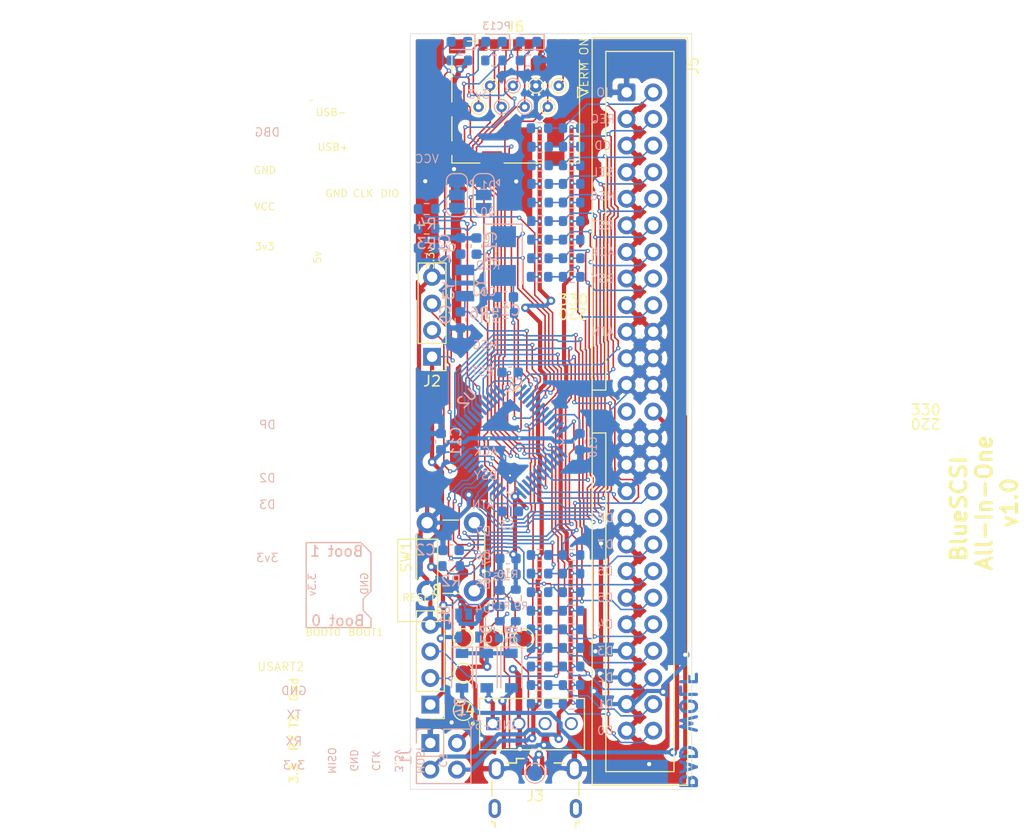
<source format=kicad_pcb>
(kicad_pcb (version 20171130) (host pcbnew "(5.1.7-0-10_14)")
  (layers (0 F.Cu signal) (31 B.Cu signal) (34 B.Paste user) (35 F.Paste user) (36 B.SilkS user) (37 F.SilkS user) (38 B.Mask user) (39 F.Mask user) (44 Edge.Cuts user))
  (net 0 "")
  (net 1 GND)
  (net 2 +3V3)
  (net 3 VCC)
  (net 4 /TERM_PWR)
  (net 5 DBG_LED)
  (net 6 SD_MISO)
  (net 7 SD_CLK)
  (net 8 SD_CS)
  (net 9 SCSI_IO)
  (net 10 SCSI_REQ)
  (net 11 SCSI_CD)
  (net 12 SCSI_SEL)
  (net 13 SCSI_MSG)
  (net 14 SCSI_RST)
  (net 15 SCSI_ACK)
  (net 16 SCSI_BSY)
  (net 17 SCSI_ATN)
  (net 18 SCSI_DATP)
  (net 19 SCSI_DAT7)
  (net 20 SCSI_DAT6)
  (net 21 SCSI_DAT5)
  (net 22 SCSI_DAT4)
  (net 23 SCSI_DAT3)
  (net 24 SCSI_DAT2)
  (net 25 SCSI_DAT1)
  (net 26 SCSI_DAT0)
  (net 27 "/Onboard Blue Pil/Reset")
  (net 28 "/Onboard Blue Pil/PC14")
  (net 29 "/Onboard Blue Pil/PC15")
  (net 30 "/Onboard Blue Pil/OSCIN")
  (net 31 "/Onboard Blue Pil/OSCOUT")
  (net 32 "Net-(D1-Pad1)")
  (net 33 "Net-(D2-Pad1)")
  (net 34 "Net-(D5-Pad1)")
  (net 35 "/Onboard Blue Pil/SWCLK")
  (net 36 "/Onboard Blue Pil/SWDIO")
  (net 37 "Net-(J3-Pad3)")
  (net 38 "Net-(J3-Pad2)")
  (net 39 "/Onboard Blue Pil/BOOT_0")
  (net 40 "/Onboard Blue Pil/BOOT_1")
  (net 41 "/Onboard Blue Pil/USB_Data_+")
  (net 42 "/Onboard Blue Pil/USB_Data_-")
  (net 43 USART2_TxD)
  (net 44 USART2_RxD)
  (net 45 VBUS)
  (net 46 "Net-(J3-Pad4)")
  (net 47 /BERG_5V)
  (net 48 SD_MOSI)
  (net 49 "Net-(J6-Pad8)")
  (net 50 "Net-(J6-Pad1)")
  (net 51 "Net-(JP3-Pad2)")
  (net 52 "Net-(JP4-Pad2)")
  (net 53 "Net-(J1-Pad4)")
  (net 54 "Net-(J1-Pad2)")
  (module TestPoint:TestPoint_Pad_D1.5mm (layer F.Cu) (at 91.7321 134.0866)
    (fp_text reference TP14 hide)
    (fp_text value TestPoint_Small)
    (pad 1 smd circle (at 0 0) (size 1.5 1.5) (layers F.Cu F.Mask) (net 1 GND))
  )
  (module Connector_IDC:IDC-Header_2x25_P2.54mm_Vertical (layer F.Cu) (at 107.315 81.915)
    (fp_text reference J5 (at 6.35 -2.54 90) (layer F.SilkS))
    (fp_text value Conn_02x25_Odd_Even)
    (pad 50 thru_hole circle (at 2.54 60.96) (size 1.7 1.7) (drill 1) (layers *.Cu *.Mask) (net 9 SCSI_IO))
    (pad 48 thru_hole circle (at 2.54 58.42) (size 1.7 1.7) (drill 1) (layers *.Cu *.Mask) (net 10 SCSI_REQ))
    (pad 46 thru_hole circle (at 2.54 55.88) (size 1.7 1.7) (drill 1) (layers *.Cu *.Mask) (net 11 SCSI_CD))
    (pad 44 thru_hole circle (at 2.54 53.34) (size 1.7 1.7) (drill 1) (layers *.Cu *.Mask) (net 12 SCSI_SEL))
    (pad 42 thru_hole circle (at 2.54 50.8) (size 1.7 1.7) (drill 1) (layers *.Cu *.Mask) (net 13 SCSI_MSG))
    (pad 40 thru_hole circle (at 2.54 48.26) (size 1.7 1.7) (drill 1) (layers *.Cu *.Mask) (net 14 SCSI_RST))
    (pad 38 thru_hole circle (at 2.54 45.72) (size 1.7 1.7) (drill 1) (layers *.Cu *.Mask) (net 15 SCSI_ACK))
    (pad 36 thru_hole circle (at 2.54 43.18) (size 1.7 1.7) (drill 1) (layers *.Cu *.Mask) (net 16 SCSI_BSY))
    (pad 34 thru_hole circle (at 2.54 40.64) (size 1.7 1.7) (drill 1) (layers *.Cu *.Mask))
    (pad 32 thru_hole circle (at 2.54 38.1) (size 1.7 1.7) (drill 1) (layers *.Cu *.Mask) (net 17 SCSI_ATN))
    (pad 30 thru_hole circle (at 2.54 35.56) (size 1.7 1.7) (drill 1) (layers *.Cu *.Mask) (net 1 GND))
    (pad 28 thru_hole circle (at 2.54 33.02) (size 1.7 1.7) (drill 1) (layers *.Cu *.Mask) (net 1 GND))
    (pad 26 thru_hole circle (at 2.54 30.48) (size 1.7 1.7) (drill 1) (layers *.Cu *.Mask) (net 4 /TERM_PWR))
    (pad 24 thru_hole circle (at 2.54 27.94) (size 1.7 1.7) (drill 1) (layers *.Cu *.Mask) (net 1 GND))
    (pad 22 thru_hole circle (at 2.54 25.4) (size 1.7 1.7) (drill 1) (layers *.Cu *.Mask) (net 1 GND))
    (pad 20 thru_hole circle (at 2.54 22.86) (size 1.7 1.7) (drill 1) (layers *.Cu *.Mask) (net 1 GND))
    (pad 18 thru_hole circle (at 2.54 20.32) (size 1.7 1.7) (drill 1) (layers *.Cu *.Mask) (net 18 SCSI_DATP))
    (pad 16 thru_hole circle (at 2.54 17.78) (size 1.7 1.7) (drill 1) (layers *.Cu *.Mask) (net 19 SCSI_DAT7))
    (pad 14 thru_hole circle (at 2.54 15.24) (size 1.7 1.7) (drill 1) (layers *.Cu *.Mask) (net 20 SCSI_DAT6))
    (pad 12 thru_hole circle (at 2.54 12.7) (size 1.7 1.7) (drill 1) (layers *.Cu *.Mask) (net 21 SCSI_DAT5))
    (pad 10 thru_hole circle (at 2.54 10.16) (size 1.7 1.7) (drill 1) (layers *.Cu *.Mask) (net 22 SCSI_DAT4))
    (pad 8 thru_hole circle (at 2.54 7.62) (size 1.7 1.7) (drill 1) (layers *.Cu *.Mask) (net 23 SCSI_DAT3))
    (pad 6 thru_hole circle (at 2.54 5.08) (size 1.7 1.7) (drill 1) (layers *.Cu *.Mask) (net 24 SCSI_DAT2))
    (pad 4 thru_hole circle (at 2.54 2.54) (size 1.7 1.7) (drill 1) (layers *.Cu *.Mask) (net 25 SCSI_DAT1))
    (pad 2 thru_hole circle (at 2.54 0) (size 1.7 1.7) (drill 1) (layers *.Cu *.Mask) (net 26 SCSI_DAT0))
    (pad 49 thru_hole circle (at 0 60.96) (size 1.7 1.7) (drill 1) (layers *.Cu *.Mask) (net 1 GND))
    (pad 47 thru_hole circle (at 0 58.42) (size 1.7 1.7) (drill 1) (layers *.Cu *.Mask) (net 1 GND))
    (pad 45 thru_hole circle (at 0 55.88) (size 1.7 1.7) (drill 1) (layers *.Cu *.Mask) (net 1 GND))
    (pad 43 thru_hole circle (at 0 53.34) (size 1.7 1.7) (drill 1) (layers *.Cu *.Mask) (net 1 GND))
    (pad 41 thru_hole circle (at 0 50.8) (size 1.7 1.7) (drill 1) (layers *.Cu *.Mask) (net 1 GND))
    (pad 39 thru_hole circle (at 0 48.26) (size 1.7 1.7) (drill 1) (layers *.Cu *.Mask) (net 1 GND))
    (pad 37 thru_hole circle (at 0 45.72) (size 1.7 1.7) (drill 1) (layers *.Cu *.Mask) (net 1 GND))
    (pad 35 thru_hole circle (at 0 43.18) (size 1.7 1.7) (drill 1) (layers *.Cu *.Mask) (net 1 GND))
    (pad 33 thru_hole circle (at 0 40.64) (size 1.7 1.7) (drill 1) (layers *.Cu *.Mask) (net 1 GND))
    (pad 31 thru_hole circle (at 0 38.1) (size 1.7 1.7) (drill 1) (layers *.Cu *.Mask) (net 1 GND))
    (pad 29 thru_hole circle (at 0 35.56) (size 1.7 1.7) (drill 1) (layers *.Cu *.Mask) (net 1 GND))
    (pad 27 thru_hole circle (at 0 33.02) (size 1.7 1.7) (drill 1) (layers *.Cu *.Mask) (net 1 GND))
    (pad 25 thru_hole circle (at 0 30.48) (size 1.7 1.7) (drill 1) (layers *.Cu *.Mask))
    (pad 23 thru_hole circle (at 0 27.94) (size 1.7 1.7) (drill 1) (layers *.Cu *.Mask) (net 1 GND))
    (pad 21 thru_hole circle (at 0 25.4) (size 1.7 1.7) (drill 1) (layers *.Cu *.Mask) (net 1 GND))
    (pad 19 thru_hole circle (at 0 22.86) (size 1.7 1.7) (drill 1) (layers *.Cu *.Mask) (net 1 GND))
    (pad 17 thru_hole circle (at 0 20.32) (size 1.7 1.7) (drill 1) (layers *.Cu *.Mask) (net 1 GND))
    (pad 15 thru_hole circle (at 0 17.78) (size 1.7 1.7) (drill 1) (layers *.Cu *.Mask) (net 1 GND))
    (pad 13 thru_hole circle (at 0 15.24) (size 1.7 1.7) (drill 1) (layers *.Cu *.Mask) (net 1 GND))
    (pad 11 thru_hole circle (at 0 12.7) (size 1.7 1.7) (drill 1) (layers *.Cu *.Mask) (net 1 GND))
    (pad 9 thru_hole circle (at 0 10.16) (size 1.7 1.7) (drill 1) (layers *.Cu *.Mask) (net 1 GND))
    (pad 7 thru_hole circle (at 0 7.62) (size 1.7 1.7) (drill 1) (layers *.Cu *.Mask) (net 1 GND))
    (pad 5 thru_hole circle (at 0 5.08) (size 1.7 1.7) (drill 1) (layers *.Cu *.Mask) (net 1 GND))
    (pad 3 thru_hole circle (at 0 2.54) (size 1.7 1.7) (drill 1) (layers *.Cu *.Mask) (net 1 GND))
    (pad 1 thru_hole roundrect (at 0 0) (size 1.7 1.7) (drill 1) (layers *.Cu *.Mask) (roundrect_rratio 0.1470588235294118) (net 1 GND))
  )
  (module TestPoint:TestPoint_THTPad_D1.0mm_Drill0.5mm (layer F.Cu) (at 100.8364 81.28)
    (fp_text reference TP13 hide)
    (fp_text value TestPoint_Small)
    (pad 1 thru_hole circle (at 0 0) (size 1 1) (drill 0.5) (layers *.Cu *.Mask) (net 49 "Net-(J6-Pad8)"))
  )
  (module TestPoint:TestPoint_THTPad_D1.0mm_Drill0.5mm (layer F.Cu) (at 99.7864 83.2993)
    (fp_text reference TP12 hide)
    (fp_text value TestPoint_Small)
    (pad 1 thru_hole circle (at 0 0) (size 1 1) (drill 0.5) (layers *.Cu *.Mask) (net 6 SD_MISO))
  )
  (module TestPoint:TestPoint_THTPad_D1.0mm_Drill0.5mm (layer B.Cu) (at 97.5864 83.2993 180)
    (fp_text reference TP11 hide)
    (fp_text value TestPoint_Small)
    (pad 1 thru_hole circle (at 0 0 180) (size 1 1) (drill 0.5) (layers *.Cu *.Mask) (net 7 SD_CLK))
  )
  (module TestPoint:TestPoint_THTPad_D1.0mm_Drill0.5mm (layer B.Cu) (at 95.3864 83.2993 180)
    (fp_text reference TP10 hide)
    (fp_text value TestPoint_Small)
    (pad 1 thru_hole circle (at 0 0 180) (size 1 1) (drill 0.5) (layers *.Cu *.Mask) (net 48 SD_MOSI))
  )
  (module TestPoint:TestPoint_THTPad_D1.0mm_Drill0.5mm (layer F.Cu) (at 94.2864 81.28)
    (fp_text reference TP9 hide)
    (fp_text value TestPoint_Small)
    (pad 1 thru_hole circle (at 0 0) (size 1 1) (drill 0.5) (layers *.Cu *.Mask) (net 8 SD_CS))
  )
  (module TestPoint:TestPoint_THTPad_D1.0mm_Drill0.5mm (layer F.Cu) (at 93.1864 83.2993)
    (fp_text reference TP8 hide)
    (fp_text value TestPoint_Small)
    (pad 1 thru_hole circle (at 0 0) (size 1 1) (drill 0.5) (layers *.Cu *.Mask) (net 50 "Net-(J6-Pad1)"))
  )
  (module TestPoint:TestPoint_THTPad_D1.0mm_Drill0.5mm (layer F.Cu) (at 98.653066 81.28)
    (fp_text reference TP7 hide)
    (fp_text value TestPoint_Small)
    (pad 1 thru_hole circle (at 0 0) (size 1 1) (drill 0.5) (layers *.Cu *.Mask) (net 1 GND))
  )
  (module TestPoint:TestPoint_THTPad_D1.0mm_Drill0.5mm (layer B.Cu) (at 96.469733 81.28 180)
    (fp_text reference TP6 hide)
    (fp_text value TestPoint_Small)
    (pad 1 thru_hole circle (at 0 0 180) (size 1 1) (drill 0.5) (layers *.Cu *.Mask) (net 2 +3V3))
  )
  (module Connector_PinHeader_2.54mm:PinHeader_2x02_P2.54mm_Vertical (layer B.Cu) (at 88.5825 144.0561 270)
    (fp_text reference J1 (at 1.27 2.33 270) (layer B.SilkS) (effects (justify mirror)))
    (fp_text value Conn_02x02_Odd_Even)
    (pad 4 thru_hole oval (at 2.54 -2.54 270) (size 1.7 1.7) (drill 1) (layers *.Cu *.Mask) (net 53 "Net-(J1-Pad4)"))
    (pad 3 thru_hole oval (at 0 -2.54 270) (size 1.7 1.7) (drill 1) (layers *.Cu *.Mask) (net 3 VCC))
    (pad 2 thru_hole oval (at 2.54 0 270) (size 1.7 1.7) (drill 1) (layers *.Cu *.Mask) (net 54 "Net-(J1-Pad2)"))
    (pad 1 thru_hole rect (at 0 0 270) (size 1.7 1.7) (drill 1) (layers *.Cu *.Mask) (net 1 GND))
  )
  (module Button_Switch_THT:SW_PUSH_6mm (layer F.Cu) (at 88.2777 129.5146 90)
    (fp_text reference SW1 (at 3.25 -2 90) (layer F.SilkS))
    (fp_text value SW_Push)
    (pad 1 thru_hole circle (at 6.5 0 180) (size 2 2) (drill 1.1) (layers *.Cu *.Mask) (net 1 GND))
    (pad 2 thru_hole circle (at 6.5 4.5 180) (size 2 2) (drill 1.1) (layers *.Cu *.Mask) (net 27 "/Onboard Blue Pil/Reset"))
    (pad 1 thru_hole circle (at 0 0 180) (size 2 2) (drill 1.1) (layers *.Cu *.Mask) (net 1 GND))
    (pad 2 thru_hole circle (at 0 4.5 180) (size 2 2) (drill 1.1) (layers *.Cu *.Mask) (net 27 "/Onboard Blue Pil/Reset"))
  )
  (module Jumper:SolderJumper-3_P1.3mm_Bridged12_RoundedPad1.0x1.5mm (layer B.Cu) (at 91.1209 91.7199 270)
    (fp_text reference JP4 hide)
    (fp_text value Jumper_3_Bridged12)
    (fp_poly (pts (xy -0.9 0.3) (xy -0.4 0.3) (xy -0.4 -0.3) (xy -0.9 -0.3)) (layer B.Cu) (width 0))
    (pad 1 smd custom (at -1.3 0 270) (size 1 0.5) (layers B.Cu B.Mask) (net 1 GND) (options (clearance outline) (anchor rect)) (primitives (gr_circle (center 0 -0.25) (end 0.5 -0.25) (width 0)) (gr_circle (center 0 0.25) (end 0.5 0.25) (width 0)) (gr_poly (pts (xy 0.55 0.75) (xy 0 0.75) (xy 0 -0.75) (xy 0.55 -0.75)) (width 0))))
    (pad 2 smd rect (at 0 0 270) (size 1 1.5) (layers B.Cu B.Mask) (net 52 "Net-(JP4-Pad2)"))
    (pad 3 smd custom (at 1.3 0 270) (size 1 0.5) (layers B.Cu B.Mask) (net 2 +3V3) (options (clearance outline) (anchor rect)) (primitives (gr_circle (center 0 -0.25) (end 0.5 -0.25) (width 0)) (gr_circle (center 0 0.25) (end 0.5 0.25) (width 0)) (gr_poly (pts (xy -0.55 0.75) (xy 0 0.75) (xy 0 -0.75) (xy -0.55 -0.75)) (width 0))))
  )
  (module Jumper:SolderJumper-3_P1.3mm_Bridged12_RoundedPad1.0x1.5mm (layer B.Cu) (at 93.6752 91.7199 270)
    (fp_text reference JP3 hide)
    (fp_text value Jumper_3_Bridged12)
    (fp_poly (pts (xy -0.9 0.3) (xy -0.4 0.3) (xy -0.4 -0.3) (xy -0.9 -0.3)) (layer B.Cu) (width 0))
    (pad 1 smd custom (at -1.3 0 270) (size 1 0.5) (layers B.Cu B.Mask) (net 1 GND) (options (clearance outline) (anchor rect)) (primitives (gr_circle (center 0 -0.25) (end 0.5 -0.25) (width 0)) (gr_circle (center 0 0.25) (end 0.5 0.25) (width 0)) (gr_poly (pts (xy 0.55 0.75) (xy 0 0.75) (xy 0 -0.75) (xy 0.55 -0.75)) (width 0))))
    (pad 2 smd rect (at 0 0 270) (size 1 1.5) (layers B.Cu B.Mask) (net 51 "Net-(JP3-Pad2)"))
    (pad 3 smd custom (at 1.3 0 270) (size 1 0.5) (layers B.Cu B.Mask) (net 2 +3V3) (options (clearance outline) (anchor rect)) (primitives (gr_circle (center 0 -0.25) (end 0.5 -0.25) (width 0)) (gr_circle (center 0 0.25) (end 0.5 0.25) (width 0)) (gr_poly (pts (xy -0.55 0.75) (xy 0 0.75) (xy 0 -0.75) (xy -0.55 -0.75)) (width 0))))
  )
  (module Diode_SMD:D_SOD-123 (layer B.Cu) (at 96.3168 137.1346 270)
    (fp_text reference D6 (at -3.4036 -0.0508 270) (layer B.SilkS) (effects (justify mirror)))
    (fp_text value D_Schottky)
    (pad 2 smd rect (at 1.65 0 270) (size 0.9 1.2) (layers B.Cu B.Paste B.Mask) (net 45 VBUS))
    (pad 1 smd rect (at -1.65 0 270) (size 0.9 1.2) (layers B.Cu B.Paste B.Mask) (net 3 VCC))
  )
  (module Diode_SMD:D_SOD-123 (layer B.Cu) (at 91.6051 137.1346 270)
    (fp_text reference D4 (at 3.5179 0.1651 270) (layer B.SilkS) (effects (justify mirror)))
    (fp_text value D_Schottky)
    (pad 2 smd rect (at 1.65 0 270) (size 0.9 1.2) (layers B.Cu B.Paste B.Mask) (net 4 /TERM_PWR))
    (pad 1 smd rect (at -1.65 0 270) (size 0.9 1.2) (layers B.Cu B.Paste B.Mask) (net 3 VCC))
  )
  (module Diode_SMD:D_SOD-123 (layer B.Cu) (at 93.9673 137.1346 270)
    (fp_text reference D3 (at -3.4544 0.01905 270) (layer B.SilkS) (effects (justify mirror)))
    (fp_text value D_Schottky)
    (pad 2 smd rect (at 1.65 0 270) (size 0.9 1.2) (layers B.Cu B.Paste B.Mask) (net 47 /BERG_5V))
    (pad 1 smd rect (at -1.65 0 270) (size 0.9 1.2) (layers B.Cu B.Paste B.Mask) (net 3 VCC))
  )
  (module Resistor_SMD:R_0603_1608Metric (layer B.Cu) (at 102.0699 97.755075 180)
    (fp_text reference R47 hide)
    (fp_text value 330)
    (pad 2 smd roundrect (at 0.825 0 180) (size 0.8 0.95) (layers B.Cu B.Paste B.Mask) (net 19 SCSI_DAT7))
    (pad 1 smd roundrect (at -0.825 0 180) (size 0.8 0.95) (layers B.Cu B.Paste B.Mask) (net 54 "Net-(J1-Pad2)"))
  )
  (module Resistor_SMD:R_0603_1608Metric (layer B.Cu) (at 99.0473 97.755075)
    (fp_text reference R46 hide)
    (fp_text value 220)
    (pad 2 smd roundrect (at 0.825 0) (size 0.8 0.95) (layers B.Cu B.Paste B.Mask) (net 19 SCSI_DAT7))
    (pad 1 smd roundrect (at -0.825 0) (size 0.8 0.95) (layers B.Cu B.Paste B.Mask) (net 53 "Net-(J1-Pad4)"))
  )
  (module Resistor_SMD:R_0603_1608Metric (layer B.Cu) (at 102.0699 95.98025 180)
    (fp_text reference R45 hide)
    (fp_text value 330)
    (pad 2 smd roundrect (at 0.825 0 180) (size 0.8 0.95) (layers B.Cu B.Paste B.Mask) (net 20 SCSI_DAT6))
    (pad 1 smd roundrect (at -0.825 0 180) (size 0.8 0.95) (layers B.Cu B.Paste B.Mask) (net 54 "Net-(J1-Pad2)"))
  )
  (module Resistor_SMD:R_0603_1608Metric (layer B.Cu) (at 99.0473 95.98025)
    (fp_text reference R44 hide)
    (fp_text value 220)
    (pad 2 smd roundrect (at 0.825 0) (size 0.8 0.95) (layers B.Cu B.Paste B.Mask) (net 20 SCSI_DAT6))
    (pad 1 smd roundrect (at -0.825 0) (size 0.8 0.95) (layers B.Cu B.Paste B.Mask) (net 53 "Net-(J1-Pad4)"))
  )
  (module Resistor_SMD:R_0603_1608Metric (layer B.Cu) (at 102.0699 94.205425 180)
    (fp_text reference R43 hide)
    (fp_text value 330)
    (pad 2 smd roundrect (at 0.825 0 180) (size 0.8 0.95) (layers B.Cu B.Paste B.Mask) (net 21 SCSI_DAT5))
    (pad 1 smd roundrect (at -0.825 0 180) (size 0.8 0.95) (layers B.Cu B.Paste B.Mask) (net 54 "Net-(J1-Pad2)"))
  )
  (module Resistor_SMD:R_0603_1608Metric (layer B.Cu) (at 99.0473 94.205425)
    (fp_text reference R42 hide)
    (fp_text value 220)
    (pad 2 smd roundrect (at 0.825 0) (size 0.8 0.95) (layers B.Cu B.Paste B.Mask) (net 21 SCSI_DAT5))
    (pad 1 smd roundrect (at -0.825 0) (size 0.8 0.95) (layers B.Cu B.Paste B.Mask) (net 53 "Net-(J1-Pad4)"))
  )
  (module Resistor_SMD:R_0603_1608Metric (layer B.Cu) (at 102.0699 92.4306 180)
    (fp_text reference R41 hide)
    (fp_text value 330)
    (pad 2 smd roundrect (at 0.825 0 180) (size 0.8 0.95) (layers B.Cu B.Paste B.Mask) (net 22 SCSI_DAT4))
    (pad 1 smd roundrect (at -0.825 0 180) (size 0.8 0.95) (layers B.Cu B.Paste B.Mask) (net 54 "Net-(J1-Pad2)"))
  )
  (module Resistor_SMD:R_0603_1608Metric (layer B.Cu) (at 99.06 92.4306)
    (fp_text reference R40 hide)
    (fp_text value 220)
    (pad 2 smd roundrect (at 0.825 0) (size 0.8 0.95) (layers B.Cu B.Paste B.Mask) (net 22 SCSI_DAT4))
    (pad 1 smd roundrect (at -0.825 0) (size 0.8 0.95) (layers B.Cu B.Paste B.Mask) (net 53 "Net-(J1-Pad4)"))
  )
  (module Resistor_SMD:R_0603_1608Metric (layer B.Cu) (at 102.0699 90.655775 180)
    (fp_text reference R39 hide)
    (fp_text value 330)
    (pad 2 smd roundrect (at 0.825 0 180) (size 0.8 0.95) (layers B.Cu B.Paste B.Mask) (net 23 SCSI_DAT3))
    (pad 1 smd roundrect (at -0.825 0 180) (size 0.8 0.95) (layers B.Cu B.Paste B.Mask) (net 54 "Net-(J1-Pad2)"))
  )
  (module Resistor_SMD:R_0603_1608Metric (layer B.Cu) (at 99.06 90.655775)
    (fp_text reference R38 hide)
    (fp_text value 220)
    (pad 2 smd roundrect (at 0.825 0) (size 0.8 0.95) (layers B.Cu B.Paste B.Mask) (net 23 SCSI_DAT3))
    (pad 1 smd roundrect (at -0.825 0) (size 0.8 0.95) (layers B.Cu B.Paste B.Mask) (net 53 "Net-(J1-Pad4)"))
  )
  (module Resistor_SMD:R_0603_1608Metric (layer B.Cu) (at 102.0699 88.88095 180)
    (fp_text reference R37 hide)
    (fp_text value 330)
    (pad 2 smd roundrect (at 0.825 0 180) (size 0.8 0.95) (layers B.Cu B.Paste B.Mask) (net 24 SCSI_DAT2))
    (pad 1 smd roundrect (at -0.825 0 180) (size 0.8 0.95) (layers B.Cu B.Paste B.Mask) (net 54 "Net-(J1-Pad2)"))
  )
  (module Resistor_SMD:R_0603_1608Metric (layer B.Cu) (at 99.06 88.88095)
    (fp_text reference R36 hide)
    (fp_text value 220)
    (pad 2 smd roundrect (at 0.825 0) (size 0.8 0.95) (layers B.Cu B.Paste B.Mask) (net 24 SCSI_DAT2))
    (pad 1 smd roundrect (at -0.825 0) (size 0.8 0.95) (layers B.Cu B.Paste B.Mask) (net 53 "Net-(J1-Pad4)"))
  )
  (module Resistor_SMD:R_0603_1608Metric (layer B.Cu) (at 102.0699 87.106125 180)
    (fp_text reference R35 hide)
    (fp_text value 330)
    (pad 2 smd roundrect (at 0.825 0 180) (size 0.8 0.95) (layers B.Cu B.Paste B.Mask) (net 25 SCSI_DAT1))
    (pad 1 smd roundrect (at -0.825 0 180) (size 0.8 0.95) (layers B.Cu B.Paste B.Mask) (net 54 "Net-(J1-Pad2)"))
  )
  (module Resistor_SMD:R_0603_1608Metric (layer B.Cu) (at 99.06 87.106125)
    (fp_text reference R34 hide)
    (fp_text value 220)
    (pad 2 smd roundrect (at 0.825 0) (size 0.8 0.95) (layers B.Cu B.Paste B.Mask) (net 25 SCSI_DAT1))
    (pad 1 smd roundrect (at -0.825 0) (size 0.8 0.95) (layers B.Cu B.Paste B.Mask) (net 53 "Net-(J1-Pad4)"))
  )
  (module Resistor_SMD:R_0603_1608Metric (layer B.Cu) (at 102.0699 85.3313 180)
    (fp_text reference R33 hide)
    (fp_text value 330)
    (pad 2 smd roundrect (at 0.825 0 180) (size 0.8 0.95) (layers B.Cu B.Paste B.Mask) (net 26 SCSI_DAT0))
    (pad 1 smd roundrect (at -0.825 0 180) (size 0.8 0.95) (layers B.Cu B.Paste B.Mask) (net 54 "Net-(J1-Pad2)"))
  )
  (module Resistor_SMD:R_0603_1608Metric (layer B.Cu) (at 99.0092 85.3313)
    (fp_text reference R32 hide)
    (fp_text value 220)
    (pad 2 smd roundrect (at 0.825 0) (size 0.8 0.95) (layers B.Cu B.Paste B.Mask) (net 26 SCSI_DAT0))
    (pad 1 smd roundrect (at -0.825 0) (size 0.8 0.95) (layers B.Cu B.Paste B.Mask) (net 53 "Net-(J1-Pad4)"))
  )
  (module Resistor_SMD:R_0603_1608Metric (layer B.Cu) (at 102.0699 99.5299 180)
    (fp_text reference R31 hide)
    (fp_text value 330)
    (pad 2 smd roundrect (at 0.825 0 180) (size 0.8 0.95) (layers B.Cu B.Paste B.Mask) (net 18 SCSI_DATP))
    (pad 1 smd roundrect (at -0.825 0 180) (size 0.8 0.95) (layers B.Cu B.Paste B.Mask) (net 54 "Net-(J1-Pad2)"))
  )
  (module Resistor_SMD:R_0603_1608Metric (layer B.Cu) (at 99.0092 99.5299)
    (fp_text reference R30 hide)
    (fp_text value 220)
    (pad 2 smd roundrect (at 0.825 0) (size 0.8 0.95) (layers B.Cu B.Paste B.Mask) (net 18 SCSI_DATP))
    (pad 1 smd roundrect (at -0.825 0) (size 0.8 0.95) (layers B.Cu B.Paste B.Mask) (net 53 "Net-(J1-Pad4)"))
  )
  (module Resistor_SMD:R_0603_1608Metric (layer B.Cu) (at 102.0572 126.0983 180)
    (fp_text reference R29 hide)
    (fp_text value 330)
    (pad 2 smd roundrect (at 0.825 0 180) (size 0.8 0.95) (layers B.Cu B.Paste B.Mask) (net 17 SCSI_ATN))
    (pad 1 smd roundrect (at -0.825 0 180) (size 0.8 0.95) (layers B.Cu B.Paste B.Mask) (net 54 "Net-(J1-Pad2)"))
  )
  (module Resistor_SMD:R_0603_1608Metric (layer B.Cu) (at 99.0092 126.0983)
    (fp_text reference R28 hide)
    (fp_text value 220)
    (pad 2 smd roundrect (at 0.825 0) (size 0.8 0.95) (layers B.Cu B.Paste B.Mask) (net 17 SCSI_ATN))
    (pad 1 smd roundrect (at -0.825 0) (size 0.8 0.95) (layers B.Cu B.Paste B.Mask) (net 53 "Net-(J1-Pad4)"))
  )
  (module Resistor_SMD:R_0603_1608Metric (layer B.Cu) (at 102.0572 129.64795 180)
    (fp_text reference R27 hide)
    (fp_text value 330)
    (pad 2 smd roundrect (at 0.825 0 180) (size 0.8 0.95) (layers B.Cu B.Paste B.Mask) (net 15 SCSI_ACK))
    (pad 1 smd roundrect (at -0.825 0 180) (size 0.8 0.95) (layers B.Cu B.Paste B.Mask) (net 54 "Net-(J1-Pad2)"))
  )
  (module Resistor_SMD:R_0603_1608Metric (layer B.Cu) (at 99.0092 129.64795)
    (fp_text reference R26 hide)
    (fp_text value 220)
    (pad 2 smd roundrect (at 0.825 0) (size 0.8 0.95) (layers B.Cu B.Paste B.Mask) (net 15 SCSI_ACK))
    (pad 1 smd roundrect (at -0.825 0) (size 0.8 0.95) (layers B.Cu B.Paste B.Mask) (net 53 "Net-(J1-Pad4)"))
  )
  (module Resistor_SMD:R_0603_1608Metric (layer B.Cu) (at 102.0572 131.422775 180)
    (fp_text reference R25 hide)
    (fp_text value 330)
    (pad 2 smd roundrect (at 0.825 0 180) (size 0.8 0.95) (layers B.Cu B.Paste B.Mask) (net 14 SCSI_RST))
    (pad 1 smd roundrect (at -0.825 0 180) (size 0.8 0.95) (layers B.Cu B.Paste B.Mask) (net 54 "Net-(J1-Pad2)"))
  )
  (module Resistor_SMD:R_0603_1608Metric (layer B.Cu) (at 99.0092 131.422775)
    (fp_text reference R24 hide)
    (fp_text value 220)
    (pad 2 smd roundrect (at 0.825 0) (size 0.8 0.95) (layers B.Cu B.Paste B.Mask) (net 14 SCSI_RST))
    (pad 1 smd roundrect (at -0.825 0) (size 0.8 0.95) (layers B.Cu B.Paste B.Mask) (net 53 "Net-(J1-Pad4)"))
  )
  (module Resistor_SMD:R_0603_1608Metric (layer B.Cu) (at 102.0572 134.972425 180)
    (fp_text reference R23 hide)
    (fp_text value 330)
    (pad 2 smd roundrect (at 0.825 0 180) (size 0.8 0.95) (layers B.Cu B.Paste B.Mask) (net 12 SCSI_SEL))
    (pad 1 smd roundrect (at -0.825 0 180) (size 0.8 0.95) (layers B.Cu B.Paste B.Mask) (net 54 "Net-(J1-Pad2)"))
  )
  (module Resistor_SMD:R_0603_1608Metric (layer B.Cu) (at 99.0092 134.972425)
    (fp_text reference R22 hide)
    (fp_text value 220)
    (pad 2 smd roundrect (at 0.825 0) (size 0.8 0.95) (layers B.Cu B.Paste B.Mask) (net 12 SCSI_SEL))
    (pad 1 smd roundrect (at -0.825 0) (size 0.8 0.95) (layers B.Cu B.Paste B.Mask) (net 53 "Net-(J1-Pad4)"))
  )
  (module Resistor_SMD:R_0603_1608Metric (layer B.Cu) (at 102.0572 127.873125 180)
    (fp_text reference R21 hide)
    (fp_text value 330)
    (pad 2 smd roundrect (at 0.825 0 180) (size 0.8 0.95) (layers B.Cu B.Paste B.Mask) (net 16 SCSI_BSY))
    (pad 1 smd roundrect (at -0.825 0 180) (size 0.8 0.95) (layers B.Cu B.Paste B.Mask) (net 54 "Net-(J1-Pad2)"))
  )
  (module Resistor_SMD:R_0603_1608Metric (layer B.Cu) (at 99.0092 127.873125)
    (fp_text reference R20 hide)
    (fp_text value 220)
    (pad 2 smd roundrect (at 0.825 0) (size 0.8 0.95) (layers B.Cu B.Paste B.Mask) (net 16 SCSI_BSY))
    (pad 1 smd roundrect (at -0.825 0) (size 0.8 0.95) (layers B.Cu B.Paste B.Mask) (net 53 "Net-(J1-Pad4)"))
  )
  (module Resistor_SMD:R_0603_1608Metric (layer B.Cu) (at 102.0572 133.1976 180)
    (fp_text reference R19 hide)
    (fp_text value 330)
    (pad 2 smd roundrect (at 0.825 0 180) (size 0.8 0.95) (layers B.Cu B.Paste B.Mask) (net 13 SCSI_MSG))
    (pad 1 smd roundrect (at -0.825 0 180) (size 0.8 0.95) (layers B.Cu B.Paste B.Mask) (net 54 "Net-(J1-Pad2)"))
  )
  (module Resistor_SMD:R_0603_1608Metric (layer B.Cu) (at 99.0092 133.1976)
    (fp_text reference R18 hide)
    (fp_text value 220)
    (pad 2 smd roundrect (at 0.825 0) (size 0.8 0.95) (layers B.Cu B.Paste B.Mask) (net 13 SCSI_MSG))
    (pad 1 smd roundrect (at -0.825 0) (size 0.8 0.95) (layers B.Cu B.Paste B.Mask) (net 53 "Net-(J1-Pad4)"))
  )
  (module Resistor_SMD:R_0603_1608Metric (layer B.Cu) (at 102.0572 136.74725 180)
    (fp_text reference R17 hide)
    (fp_text value 330)
    (pad 2 smd roundrect (at 0.825 0 180) (size 0.8 0.95) (layers B.Cu B.Paste B.Mask) (net 11 SCSI_CD))
    (pad 1 smd roundrect (at -0.825 0 180) (size 0.8 0.95) (layers B.Cu B.Paste B.Mask) (net 54 "Net-(J1-Pad2)"))
  )
  (module Resistor_SMD:R_0603_1608Metric (layer B.Cu) (at 99.0092 136.74725)
    (fp_text reference R16 hide)
    (fp_text value 220)
    (pad 2 smd roundrect (at 0.825 0) (size 0.8 0.95) (layers B.Cu B.Paste B.Mask) (net 11 SCSI_CD))
    (pad 1 smd roundrect (at -0.825 0) (size 0.8 0.95) (layers B.Cu B.Paste B.Mask) (net 53 "Net-(J1-Pad4)"))
  )
  (module Resistor_SMD:R_0603_1608Metric (layer B.Cu) (at 102.0572 138.522075 180)
    (fp_text reference R15 hide)
    (fp_text value 330)
    (pad 2 smd roundrect (at 0.825 0 180) (size 0.8 0.95) (layers B.Cu B.Paste B.Mask) (net 10 SCSI_REQ))
    (pad 1 smd roundrect (at -0.825 0 180) (size 0.8 0.95) (layers B.Cu B.Paste B.Mask) (net 54 "Net-(J1-Pad2)"))
  )
  (module Resistor_SMD:R_0603_1608Metric (layer B.Cu) (at 99.0092 138.522075)
    (fp_text reference R14 hide)
    (fp_text value 220)
    (pad 2 smd roundrect (at 0.825 0) (size 0.8 0.95) (layers B.Cu B.Paste B.Mask) (net 10 SCSI_REQ))
    (pad 1 smd roundrect (at -0.825 0) (size 0.8 0.95) (layers B.Cu B.Paste B.Mask) (net 53 "Net-(J1-Pad4)"))
  )
  (module Resistor_SMD:R_0603_1608Metric (layer B.Cu) (at 102.0572 140.2969 180)
    (fp_text reference R13 hide)
    (fp_text value 330)
    (pad 2 smd roundrect (at 0.825 0 180) (size 0.8 0.95) (layers B.Cu B.Paste B.Mask) (net 9 SCSI_IO))
    (pad 1 smd roundrect (at -0.825 0 180) (size 0.8 0.95) (layers B.Cu B.Paste B.Mask) (net 54 "Net-(J1-Pad2)"))
  )
  (module Resistor_SMD:R_0603_1608Metric (layer B.Cu) (at 99.0092 140.2969)
    (fp_text reference R12 hide)
    (fp_text value 220)
    (pad 2 smd roundrect (at 0.825 0) (size 0.8 0.95) (layers B.Cu B.Paste B.Mask) (net 9 SCSI_IO))
    (pad 1 smd roundrect (at -0.825 0) (size 0.8 0.95) (layers B.Cu B.Paste B.Mask) (net 53 "Net-(J1-Pad4)"))
  )
  (module TestPoint:TestPoint_Pad_D1.5mm (layer F.Cu) (at 91.7321 137.3886)
    (fp_text reference TP5 hide)
    (fp_text value TestPoint_Small)
    (pad 1 smd circle (at 0 0) (size 1.5 1.5) (layers F.Cu F.Mask) (net 3 VCC))
  )
  (module TestPoint:TestPoint_Pad_D1.5mm (layer F.Cu) (at 91.7321 140.9446)
    (fp_text reference TP4 hide)
    (fp_text value TestPoint_Small)
    (pad 1 smd circle (at 0 0) (size 1.5 1.5) (layers F.Cu F.Mask) (net 2 +3V3))
  )
  (module TestPoint:TestPoint_Pad_D1.5mm (layer F.Cu) (at 94.62135 134.0866 90)
    (fp_text reference TP3 hide)
    (fp_text value TestPoint_Small)
    (pad 1 smd circle (at 0 0 90) (size 1.5 1.5) (layers F.Cu F.Mask) (net 42 "/Onboard Blue Pil/USB_Data_-"))
  )
  (module TestPoint:TestPoint_Pad_D1.5mm (layer F.Cu) (at 97.5106 134.0866 90)
    (fp_text reference TP2 hide)
    (fp_text value TestPoint_Small)
    (pad 1 smd circle (at 0 0 90) (size 1.5 1.5) (layers F.Cu F.Mask) (net 41 "/Onboard Blue Pil/USB_Data_+"))
  )
  (module TestPoint:TestPoint_Pad_D1.5mm (layer B.Cu) (at 98.5647 146.939)
    (fp_text reference TP1 hide)
    (fp_text value TestPoint_Small)
    (pad 1 smd circle (at 0 0) (size 1.5 1.5) (layers B.Cu B.Mask) (net 46 "Net-(J3-Pad4)"))
  )
  (module Capacitor_SMD:C_0603_1608Metric (layer B.Cu) (at 95.9866 127.9525 180)
    (fp_text reference C6 (at 2.032 -0.254 90) (layer B.SilkS) (effects (font (size 0.7 0.7) (thickness 0.1)) (justify mirror)))
    (fp_text value 1uF)
    (pad 2 smd roundrect (at 0.775 0 180) (size 0.9 0.95) (layers B.Cu B.Paste B.Mask) (net 1 GND))
    (pad 1 smd roundrect (at -0.775 0 180) (size 0.9 0.95) (layers B.Cu B.Paste B.Mask) (net 2 +3V3))
  )
  (module Capacitor_SMD:C_0603_1608Metric (layer B.Cu) (at 95.9866 126.4285 180)
    (fp_text reference C7 (at 2.032 0 270) (layer B.SilkS) (effects (font (size 0.7 0.7) (thickness 0.1)) (justify mirror)))
    (fp_text value 1uF)
    (pad 2 smd roundrect (at 0.775 0 180) (size 0.9 0.95) (layers B.Cu B.Paste B.Mask) (net 1 GND))
    (pad 1 smd roundrect (at -0.775 0 180) (size 0.9 0.95) (layers B.Cu B.Paste B.Mask) (net 2 +3V3))
  )
  (module Capacitor_SMD:C_0603_1608Metric (layer B.Cu) (at 95.2119 130.2385 90)
    (fp_text reference C5 (at 2.032 0 180) (layer B.SilkS) (effects (font (size 0.7 0.7) (thickness 0.1)) (justify mirror)))
    (fp_text value 1uF)
    (pad 2 smd roundrect (at 0.775 0 90) (size 0.9 0.95) (layers B.Cu B.Paste B.Mask) (net 1 GND))
    (pad 1 smd roundrect (at -0.775 0 90) (size 0.9 0.95) (layers B.Cu B.Paste B.Mask) (net 3 VCC))
  )
  (module Connector_PinHeader_2.54mm:PinHeader_1x04_P2.54mm_Vertical (layer F.Cu) (at 88.5825 140.3858 180)
    (fp_text reference J8 (at -0.254 10.922) (layer F.SilkS))
    (fp_text value Conn_01x04_Male)
    (pad 4 thru_hole oval (at 0 7.62 180) (size 1.7 1.7) (drill 1) (layers *.Cu *.Mask) (net 1 GND))
    (pad 3 thru_hole oval (at 0 5.08 180) (size 1.7 1.7) (drill 1) (layers *.Cu *.Mask) (net 43 USART2_TxD))
    (pad 2 thru_hole oval (at 0 2.54 180) (size 1.7 1.7) (drill 1) (layers *.Cu *.Mask) (net 44 USART2_RxD))
    (pad 1 thru_hole rect (at 0 0 180) (size 1.7 1.7) (drill 1) (layers *.Cu *.Mask) (net 2 +3V3))
  )
  (module Connector_Card:microSD_HC_Molex_104031-0811 (layer F.Cu) (at 96.7105 82.8421)
    (fp_text reference J6 (at 0 -7.18) (layer F.SilkS))
    (fp_text value Micro_SD_Card)
    (pad 11 smd rect (at 3.73 5.375) (size 1.9 1.35) (layers F.Cu F.Paste F.Mask))
    (pad 11 smd rect (at -2.24 5.375) (size 1.9 1.35) (layers F.Cu F.Paste F.Mask))
    (pad 9 smd rect (at -5.74 0.7) (size 1.2 1) (layers F.Cu F.Paste F.Mask) (net 1 GND))
    (pad 10 smd rect (at -5.74 4.4) (size 1.2 1) (layers F.Cu F.Paste F.Mask))
    (pad 11 smd rect (at -5.565 -5.325) (size 1.55 1.35) (layers F.Cu F.Paste F.Mask))
    (pad 11 smd rect (at 5.755 -5.1) (size 1.17 1.8) (layers F.Cu F.Paste F.Mask))
    (pad 7 smd rect (at 3.495 -5.45) (size 0.85 1.1) (layers F.Cu F.Paste F.Mask) (net 6 SD_MISO))
    (pad 6 smd rect (at 2.395 -5.45) (size 0.85 1.1) (layers F.Cu F.Paste F.Mask) (net 1 GND))
    (pad 5 smd rect (at 1.295 -5.45) (size 0.85 1.1) (layers F.Cu F.Paste F.Mask) (net 7 SD_CLK))
    (pad 4 smd rect (at 0.195 -5.45) (size 0.85 1.1) (layers F.Cu F.Paste F.Mask) (net 2 +3V3))
    (pad 3 smd rect (at -0.905 -5.45) (size 0.85 1.1) (layers F.Cu F.Paste F.Mask) (net 48 SD_MOSI))
    (pad 2 smd rect (at -2.005 -5.45) (size 0.85 1.1) (layers F.Cu F.Paste F.Mask) (net 8 SD_CS))
    (pad 8 smd rect (at 4.545 -5.45) (size 0.75 1.1) (layers F.Cu F.Paste F.Mask) (net 49 "Net-(J6-Pad8)"))
    (pad 1 smd rect (at -3.105 -5.45) (size 0.85 1.1) (layers F.Cu F.Paste F.Mask) (net 50 "Net-(J6-Pad1)"))
  )
  (module Crystal:Crystal_SMD_5032-2Pin_5.0x3.2mm (layer B.Cu) (at 95.5548 97.5487 270)
    (fp_text reference Y2 (at 3.048 2.286 90) (layer B.SilkS) (effects (justify mirror)))
    (fp_text value 8MHz)
    (pad 2 smd rect (at 1.85 0 270) (size 2 2.4) (layers B.Cu B.Paste B.Mask) (net 31 "/Onboard Blue Pil/OSCOUT"))
    (pad 1 smd rect (at -1.85 0 270) (size 2 2.4) (layers B.Cu B.Paste B.Mask) (net 30 "/Onboard Blue Pil/OSCIN"))
  )
  (module Crystal:Crystal_SMD_3215-2Pin_3.2x1.5mm (layer B.Cu) (at 91.8718 100.1268 270)
    (fp_text reference Y3 (at 0.762 1.524 90) (layer B.SilkS) (effects (justify mirror)))
    (fp_text value 32.768k)
    (pad 2 smd rect (at -1.25 0 270) (size 1 1.8) (layers B.Cu B.Paste B.Mask) (net 29 "/Onboard Blue Pil/PC15"))
    (pad 1 smd rect (at 1.25 0 270) (size 1 1.8) (layers B.Cu B.Paste B.Mask) (net 28 "/Onboard Blue Pil/PC14"))
  )
  (module Package_QFP:LQFP-48_7x7mm_P0.5mm (layer B.Cu) (at 96.2025 115.273287 225)
    (fp_text reference U2 (at 0 5.85 225) (layer B.SilkS) (effects (justify mirror)))
    (fp_text value STM32F103C8Tx)
    (pad 48 smd roundrect (at -2.75 4.1625 225) (size 0.3 1.475) (layers B.Cu B.Paste B.Mask) (net 2 +3V3))
    (pad 47 smd roundrect (at -2.25 4.1625 225) (size 0.3 1.475) (layers B.Cu B.Paste B.Mask) (net 1 GND))
    (pad 46 smd roundrect (at -1.75 4.1625 225) (size 0.3 1.475) (layers B.Cu B.Paste B.Mask) (net 25 SCSI_DAT1))
    (pad 45 smd roundrect (at -1.25 4.1625 225) (size 0.3 1.475) (layers B.Cu B.Paste B.Mask) (net 26 SCSI_DAT0))
    (pad 44 smd roundrect (at -0.75 4.1625 225) (size 0.3 1.475) (layers B.Cu B.Paste B.Mask) (net 39 "/Onboard Blue Pil/BOOT_0"))
    (pad 43 smd roundrect (at -0.25 4.1625 225) (size 0.3 1.475) (layers B.Cu B.Paste B.Mask) (net 9 SCSI_IO))
    (pad 42 smd roundrect (at 0.25 4.1625 225) (size 0.3 1.475) (layers B.Cu B.Paste B.Mask) (net 10 SCSI_REQ))
    (pad 41 smd roundrect (at 0.75 4.1625 225) (size 0.3 1.475) (layers B.Cu B.Paste B.Mask) (net 11 SCSI_CD))
    (pad 40 smd roundrect (at 1.25 4.1625 225) (size 0.3 1.475) (layers B.Cu B.Paste B.Mask) (net 12 SCSI_SEL))
    (pad 39 smd roundrect (at 1.75 4.1625 225) (size 0.3 1.475) (layers B.Cu B.Paste B.Mask) (net 13 SCSI_MSG))
    (pad 38 smd roundrect (at 2.25 4.1625 225) (size 0.3 1.475) (layers B.Cu B.Paste B.Mask) (net 14 SCSI_RST))
    (pad 37 smd roundrect (at 2.75 4.1625 225) (size 0.3 1.475) (layers B.Cu B.Paste B.Mask) (net 35 "/Onboard Blue Pil/SWCLK"))
    (pad 36 smd roundrect (at 4.1625 2.75 225) (size 1.475 0.3) (layers B.Cu B.Paste B.Mask) (net 2 +3V3))
    (pad 35 smd roundrect (at 4.1625 2.25 225) (size 1.475 0.3) (layers B.Cu B.Paste B.Mask) (net 1 GND))
    (pad 34 smd roundrect (at 4.1625 1.75 225) (size 1.475 0.3) (layers B.Cu B.Paste B.Mask) (net 36 "/Onboard Blue Pil/SWDIO"))
    (pad 33 smd roundrect (at 4.1625 1.25 225) (size 1.475 0.3) (layers B.Cu B.Paste B.Mask) (net 41 "/Onboard Blue Pil/USB_Data_+"))
    (pad 32 smd roundrect (at 4.1625 0.75 225) (size 1.475 0.3) (layers B.Cu B.Paste B.Mask) (net 42 "/Onboard Blue Pil/USB_Data_-"))
    (pad 31 smd roundrect (at 4.1625 0.25 225) (size 1.475 0.3) (layers B.Cu B.Paste B.Mask) (net 15 SCSI_ACK))
    (pad 30 smd roundrect (at 4.1625 -0.25 225) (size 1.475 0.3) (layers B.Cu B.Paste B.Mask) (net 16 SCSI_BSY))
    (pad 29 smd roundrect (at 4.1625 -0.75 225) (size 1.475 0.3) (layers B.Cu B.Paste B.Mask) (net 17 SCSI_ATN))
    (pad 28 smd roundrect (at 4.1625 -1.25 225) (size 1.475 0.3) (layers B.Cu B.Paste B.Mask) (net 19 SCSI_DAT7))
    (pad 27 smd roundrect (at 4.1625 -1.75 225) (size 1.475 0.3) (layers B.Cu B.Paste B.Mask) (net 20 SCSI_DAT6))
    (pad 26 smd roundrect (at 4.1625 -2.25 225) (size 1.475 0.3) (layers B.Cu B.Paste B.Mask) (net 21 SCSI_DAT5))
    (pad 25 smd roundrect (at 4.1625 -2.75 225) (size 1.475 0.3) (layers B.Cu B.Paste B.Mask) (net 22 SCSI_DAT4))
    (pad 24 smd roundrect (at 2.75 -4.1625 225) (size 0.3 1.475) (layers B.Cu B.Paste B.Mask) (net 2 +3V3))
    (pad 23 smd roundrect (at 2.25 -4.1625 225) (size 0.3 1.475) (layers B.Cu B.Paste B.Mask) (net 1 GND))
    (pad 22 smd roundrect (at 1.75 -4.1625 225) (size 0.3 1.475) (layers B.Cu B.Paste B.Mask) (net 23 SCSI_DAT3))
    (pad 21 smd roundrect (at 1.25 -4.1625 225) (size 0.3 1.475) (layers B.Cu B.Paste B.Mask) (net 24 SCSI_DAT2))
    (pad 20 smd roundrect (at 0.75 -4.1625 225) (size 0.3 1.475) (layers B.Cu B.Paste B.Mask) (net 40 "/Onboard Blue Pil/BOOT_1"))
    (pad 19 smd roundrect (at 0.25 -4.1625 225) (size 0.3 1.475) (layers B.Cu B.Paste B.Mask))
    (pad 18 smd roundrect (at -0.25 -4.1625 225) (size 0.3 1.475) (layers B.Cu B.Paste B.Mask) (net 18 SCSI_DATP))
    (pad 17 smd roundrect (at -0.75 -4.1625 225) (size 0.3 1.475) (layers B.Cu B.Paste B.Mask) (net 48 SD_MOSI))
    (pad 16 smd roundrect (at -1.25 -4.1625 225) (size 0.3 1.475) (layers B.Cu B.Paste B.Mask) (net 6 SD_MISO))
    (pad 15 smd roundrect (at -1.75 -4.1625 225) (size 0.3 1.475) (layers B.Cu B.Paste B.Mask) (net 7 SD_CLK))
    (pad 14 smd roundrect (at -2.25 -4.1625 225) (size 0.3 1.475) (layers B.Cu B.Paste B.Mask) (net 8 SD_CS))
    (pad 13 smd roundrect (at -2.75 -4.1625 225) (size 0.3 1.475) (layers B.Cu B.Paste B.Mask) (net 43 USART2_TxD))
    (pad 12 smd roundrect (at -4.1625 -2.75 225) (size 1.475 0.3) (layers B.Cu B.Paste B.Mask) (net 44 USART2_RxD))
    (pad 11 smd roundrect (at -4.1625 -2.25 225) (size 1.475 0.3) (layers B.Cu B.Paste B.Mask))
    (pad 10 smd roundrect (at -4.1625 -1.75 225) (size 1.475 0.3) (layers B.Cu B.Paste B.Mask))
    (pad 9 smd roundrect (at -4.1625 -1.25 225) (size 1.475 0.3) (layers B.Cu B.Paste B.Mask) (net 2 +3V3))
    (pad 8 smd roundrect (at -4.1625 -0.75 225) (size 1.475 0.3) (layers B.Cu B.Paste B.Mask) (net 1 GND))
    (pad 7 smd roundrect (at -4.1625 -0.25 225) (size 1.475 0.3) (layers B.Cu B.Paste B.Mask) (net 27 "/Onboard Blue Pil/Reset"))
    (pad 6 smd roundrect (at -4.1625 0.25 225) (size 1.475 0.3) (layers B.Cu B.Paste B.Mask) (net 31 "/Onboard Blue Pil/OSCOUT"))
    (pad 5 smd roundrect (at -4.1625 0.75 225) (size 1.475 0.3) (layers B.Cu B.Paste B.Mask) (net 30 "/Onboard Blue Pil/OSCIN"))
    (pad 4 smd roundrect (at -4.1625 1.25 225) (size 1.475 0.3) (layers B.Cu B.Paste B.Mask) (net 29 "/Onboard Blue Pil/PC15"))
    (pad 3 smd roundrect (at -4.1625 1.75 225) (size 1.475 0.3) (layers B.Cu B.Paste B.Mask) (net 28 "/Onboard Blue Pil/PC14"))
    (pad 2 smd roundrect (at -4.1625 2.25 225) (size 1.475 0.3) (layers B.Cu B.Paste B.Mask) (net 5 DBG_LED))
    (pad 1 smd roundrect (at -4.1625 2.75 225) (size 1.475 0.3) (layers B.Cu B.Paste B.Mask))
  )
  (module Package_TO_SOT_SMD:SOT-23-5 (layer B.Cu) (at 92.2401 132.8371 270)
    (fp_text reference U1 (at -1.016 2.286 90) (layer B.SilkS) (effects (justify mirror)))
    (fp_text value MIC5504-3.3YM5)
    (pad 5 smd rect (at 1.1 0.95 270) (size 1.06 0.65) (layers B.Cu B.Paste B.Mask) (net 2 +3V3))
    (pad 4 smd rect (at 1.1 -0.95 270) (size 1.06 0.65) (layers B.Cu B.Paste B.Mask))
    (pad 3 smd rect (at -1.1 -0.95 270) (size 1.06 0.65) (layers B.Cu B.Paste B.Mask) (net 3 VCC))
    (pad 2 smd rect (at -1.1 0 270) (size 1.06 0.65) (layers B.Cu B.Paste B.Mask) (net 1 GND))
    (pad 1 smd rect (at -1.1 0.95 270) (size 1.06 0.65) (layers B.Cu B.Paste B.Mask) (net 3 VCC))
  )
  (module Resistor_SMD:R_0603_1608Metric (layer B.Cu) (at 88.2269 93.0529)
    (fp_text reference R4 (at 0 1.43 180) (layer B.SilkS) (effects (justify mirror)))
    (fp_text value 100k)
    (pad 2 smd roundrect (at 0.825 0) (size 0.8 0.95) (layers B.Cu B.Paste B.Mask) (net 52 "Net-(JP4-Pad2)"))
    (pad 1 smd roundrect (at -0.825 0) (size 0.8 0.95) (layers B.Cu B.Paste B.Mask) (net 40 "/Onboard Blue Pil/BOOT_1"))
  )
  (module Resistor_SMD:R_0603_1608Metric (layer B.Cu) (at 88.2269 94.9198)
    (fp_text reference R3 (at 0 1.43 180) (layer B.SilkS) (effects (justify mirror)))
    (fp_text value 100k)
    (pad 2 smd roundrect (at 0.825 0) (size 0.8 0.95) (layers B.Cu B.Paste B.Mask) (net 51 "Net-(JP3-Pad2)"))
    (pad 1 smd roundrect (at -0.825 0) (size 0.8 0.95) (layers B.Cu B.Paste B.Mask) (net 39 "/Onboard Blue Pil/BOOT_0"))
  )
  (module Resistor_SMD:R_0603_1608Metric (layer B.Cu) (at 96.7359 130.2258 270)
    (fp_text reference R10 (at -2.286 0.762 180) (layer B.SilkS) (effects (font (size 0.7 0.7) (thickness 0.1)) (justify mirror)))
    (fp_text value 1.5)
    (pad 2 smd roundrect (at 0.825 0 270) (size 0.8 0.95) (layers B.Cu B.Paste B.Mask) (net 41 "/Onboard Blue Pil/USB_Data_+"))
    (pad 1 smd roundrect (at -0.825 0 270) (size 0.8 0.95) (layers B.Cu B.Paste B.Mask) (net 2 +3V3))
  )
  (module Resistor_SMD:R_0603_1608Metric (layer B.Cu) (at 95.7453 102.9843)
    (fp_text reference R6 (at -2.477 0) (layer B.SilkS) (effects (justify mirror)))
    (fp_text value 1M)
    (pad 2 smd roundrect (at 0.825 0) (size 0.8 0.95) (layers B.Cu B.Paste B.Mask) (net 31 "/Onboard Blue Pil/OSCOUT"))
    (pad 1 smd roundrect (at -0.825 0) (size 0.8 0.95) (layers B.Cu B.Paste B.Mask) (net 30 "/Onboard Blue Pil/OSCIN"))
  )
  (module Resistor_SMD:R_0603_1608Metric (layer B.Cu) (at 94.6531 78.867 180)
    (fp_text reference R5)
    (fp_text value 4.7k)
    (pad 2 smd roundrect (at 0.825 0 180) (size 0.8 0.95) (layers B.Cu B.Paste B.Mask) (net 33 "Net-(D2-Pad1)"))
    (pad 1 smd roundrect (at -0.825 0 180) (size 0.8 0.95) (layers B.Cu B.Paste B.Mask) (net 5 DBG_LED))
  )
  (module Resistor_SMD:R_0603_1608Metric (layer B.Cu) (at 95.2119 133.2484 270)
    (fp_text reference R11 (at -2.286 0 180) (layer B.SilkS) (effects (font (size 0.7 0.7) (thickness 0.1)) (justify mirror)))
    (fp_text value 20)
    (pad 2 smd roundrect (at 0.825 0 270) (size 0.8 0.95) (layers B.Cu B.Paste B.Mask) (net 42 "/Onboard Blue Pil/USB_Data_-"))
    (pad 1 smd roundrect (at -0.825 0 270) (size 0.8 0.95) (layers B.Cu B.Paste B.Mask) (net 38 "Net-(J3-Pad2)"))
  )
  (module Resistor_SMD:R_0603_1608Metric (layer B.Cu) (at 96.7359 133.2484 90)
    (fp_text reference R9 (at 2.286 0.508 180) (layer B.SilkS) (effects (font (size 0.7 0.7) (thickness 0.1)) (justify mirror)))
    (fp_text value 20)
    (pad 2 smd roundrect (at 0.825 0 90) (size 0.8 0.95) (layers B.Cu B.Paste B.Mask) (net 37 "Net-(J3-Pad3)"))
    (pad 1 smd roundrect (at -0.825 0 90) (size 0.8 0.95) (layers B.Cu B.Paste B.Mask) (net 41 "/Onboard Blue Pil/USB_Data_+"))
  )
  (module Resistor_SMD:R_0603_1608Metric (layer B.Cu) (at 97.9551 78.867 180)
    (fp_text reference R7)
    (fp_text value 4.7k)
    (pad 2 smd roundrect (at 0.825 0 180) (size 0.8 0.95) (layers B.Cu B.Paste B.Mask) (net 34 "Net-(D5-Pad1)"))
    (pad 1 smd roundrect (at -0.825 0 180) (size 0.8 0.95) (layers B.Cu B.Paste B.Mask) (net 1 GND))
  )
  (module Resistor_SMD:R_0603_1608Metric (layer B.Cu) (at 91.3511 78.867 180)
    (fp_text reference R1)
    (fp_text value 4.7k)
    (pad 2 smd roundrect (at 0.825 0 180) (size 0.8 0.95) (layers B.Cu B.Paste B.Mask) (net 32 "Net-(D1-Pad1)"))
    (pad 1 smd roundrect (at -0.825 0 180) (size 0.8 0.95) (layers B.Cu B.Paste B.Mask) (net 1 GND))
  )
  (module Resistor_SMD:R_0603_1608Metric (layer B.Cu) (at 90.5637 127.1524)
    (fp_text reference R2 (at 0 1.43 180) (layer B.SilkS) (effects (justify mirror)))
    (fp_text value 10k)
    (pad 2 smd roundrect (at 0.825 0) (size 0.8 0.95) (layers B.Cu B.Paste B.Mask) (net 27 "/Onboard Blue Pil/Reset"))
    (pad 1 smd roundrect (at -0.825 0) (size 0.8 0.95) (layers B.Cu B.Paste B.Mask) (net 2 +3V3))
  )
  (module Connector_PinHeader_2.54mm:PinHeader_1x04_P2.54mm_Vertical (layer F.Cu) (at 88.7476 107.1626 180)
    (fp_text reference J2 (at 0 -2.33) (layer F.SilkS))
    (fp_text value Conn_01x04_Male)
    (pad 4 thru_hole oval (at 0 7.62 180) (size 1.7 1.7) (drill 1) (layers *.Cu *.Mask) (net 1 GND))
    (pad 3 thru_hole oval (at 0 5.08 180) (size 1.7 1.7) (drill 1) (layers *.Cu *.Mask) (net 35 "/Onboard Blue Pil/SWCLK"))
    (pad 2 thru_hole oval (at 0 2.54 180) (size 1.7 1.7) (drill 1) (layers *.Cu *.Mask) (net 36 "/Onboard Blue Pil/SWDIO"))
    (pad 1 thru_hole rect (at 0 0 180) (size 1.7 1.7) (drill 1) (layers *.Cu *.Mask) (net 2 +3V3))
  )
  (module Connector_USB:USB_Micro-B_Wuerth_629105150521 (layer F.Cu) (at 98.6028 148.3614)
    (fp_text reference J3 (at 0 0.762) (layer F.SilkS))
    (fp_text value USB_B_Micro)
    (pad "" np_thru_hole oval (at 2.5 -0.8) (size 0.8 0.8) (drill 0.8) (layers *.Cu *.Mask))
    (pad "" np_thru_hole oval (at -2.5 -0.8) (size 0.8 0.8) (drill 0.8) (layers *.Cu *.Mask))
    (pad 6 thru_hole oval (at 3.875 1.95) (size 1.15 1.8) (drill oval 0.55 1.2) (layers *.Cu *.Mask) (net 1 GND))
    (pad 6 thru_hole oval (at -3.875 1.95) (size 1.15 1.8) (drill oval 0.55 1.2) (layers *.Cu *.Mask) (net 1 GND))
    (pad 6 thru_hole oval (at 3.725 -1.85) (size 1.45 2) (drill oval 0.85 1.4) (layers *.Cu *.Mask) (net 1 GND))
    (pad 6 thru_hole oval (at -3.725 -1.85) (size 1.45 2) (drill oval 0.85 1.4) (layers *.Cu *.Mask) (net 1 GND))
    (pad 5 smd rect (at 1.3 -1.9) (size 0.45 1.3) (layers F.Cu F.Paste F.Mask) (net 1 GND))
    (pad 4 smd rect (at 0.65 -1.9) (size 0.45 1.3) (layers F.Cu F.Paste F.Mask) (net 46 "Net-(J3-Pad4)"))
    (pad 3 smd rect (at 0 -1.9) (size 0.45 1.3) (layers F.Cu F.Paste F.Mask) (net 37 "Net-(J3-Pad3)"))
    (pad 2 smd rect (at -0.65 -1.9) (size 0.45 1.3) (layers F.Cu F.Paste F.Mask) (net 38 "Net-(J3-Pad2)"))
    (pad 1 smd rect (at -1.3 -1.9) (size 0.45 1.3) (layers F.Cu F.Paste F.Mask) (net 45 VBUS))
  )
  (module LED_SMD:LED_0603_1608Metric (layer B.Cu) (at 94.6531 77.089 180)
    (fp_text reference D2 hide)
    (fp_text value LED_Small)
    (pad 2 smd roundrect (at 0.7875 0 180) (size 0.875 0.95) (layers B.Cu B.Paste B.Mask) (net 2 +3V3))
    (pad 1 smd roundrect (at -0.7875 0 180) (size 0.875 0.95) (layers B.Cu B.Paste B.Mask) (net 33 "Net-(D2-Pad1)"))
  )
  (module LED_SMD:LED_0603_1608Metric (layer B.Cu) (at 97.9551 77.089 180)
    (fp_text reference D5)
    (fp_text value LED_Small)
    (pad 2 smd roundrect (at 0.7875 0 180) (size 0.875 0.95) (layers B.Cu B.Paste B.Mask) (net 3 VCC))
    (pad 1 smd roundrect (at -0.7875 0 180) (size 0.875 0.95) (layers B.Cu B.Paste B.Mask) (net 34 "Net-(D5-Pad1)"))
  )
  (module LED_SMD:LED_0603_1608Metric (layer B.Cu) (at 91.3511 77.089 180)
    (fp_text reference D1)
    (fp_text value LED_Small)
    (pad 2 smd roundrect (at 0.7875 0 180) (size 0.875 0.95) (layers B.Cu B.Paste B.Mask) (net 2 +3V3))
    (pad 1 smd roundrect (at -0.7875 0 180) (size 0.875 0.95) (layers B.Cu B.Paste B.Mask) (net 32 "Net-(D1-Pad1)"))
  )
  (module Capacitor_SMD:C_0603_1608Metric (layer B.Cu) (at 88.2269 96.7867 180)
    (fp_text reference C1 (at -2.1336 0.0381) (layer B.SilkS) (effects (font (size 0.7 0.7) (thickness 0.1)) (justify mirror)))
    (fp_text value 100nF)
    (pad 2 smd roundrect (at 0.775 0 180) (size 0.9 0.95) (layers B.Cu B.Paste B.Mask) (net 1 GND))
    (pad 1 smd roundrect (at -0.775 0 180) (size 0.9 0.95) (layers B.Cu B.Paste B.Mask) (net 2 +3V3))
  )
  (module Capacitor_SMD:C_0603_1608Metric (layer B.Cu) (at 96.1898 108.6612)
    (fp_text reference C4 (at 0.521 1.016) (layer B.SilkS) (effects (font (size 0.7 0.7) (thickness 0.1)) (justify mirror)))
    (fp_text value 100nF)
    (pad 2 smd roundrect (at 0.775 0) (size 0.9 0.95) (layers B.Cu B.Paste B.Mask) (net 1 GND))
    (pad 1 smd roundrect (at -0.775 0) (size 0.9 0.95) (layers B.Cu B.Paste B.Mask) (net 2 +3V3))
  )
  (module Capacitor_SMD:C_0603_1608Metric (layer B.Cu) (at 96.2152 121.9327 180)
    (fp_text reference C3 (at 0.254 -1.27) (layer B.SilkS) (effects (font (size 0.7 0.7) (thickness 0.1)) (justify mirror)))
    (fp_text value 100nF)
    (pad 2 smd roundrect (at 0.775 0 180) (size 0.9 0.95) (layers B.Cu B.Paste B.Mask) (net 1 GND))
    (pad 1 smd roundrect (at -0.775 0 180) (size 0.9 0.95) (layers B.Cu B.Paste B.Mask) (net 2 +3V3))
  )
  (module Capacitor_SMD:C_0603_1608Metric (layer B.Cu) (at 89.5985 115.2779 90)
    (fp_text reference C11 (at 0 1.43 270) (layer B.SilkS) (effects (justify mirror)))
    (fp_text value 100nF)
    (pad 2 smd roundrect (at 0.775 0 90) (size 0.9 0.95) (layers B.Cu B.Paste B.Mask) (net 1 GND))
    (pad 1 smd roundrect (at -0.775 0 90) (size 0.9 0.95) (layers B.Cu B.Paste B.Mask) (net 2 +3V3))
  )
  (module Capacitor_SMD:C_0603_1608Metric (layer B.Cu) (at 102.8446 115.2779 270)
    (fp_text reference C10 (at 0.508 -1.27 90) (layer B.SilkS) (effects (font (size 0.7 0.7) (thickness 0.1)) (justify mirror)))
    (fp_text value 100nF)
    (pad 2 smd roundrect (at 0.775 0 270) (size 0.9 0.95) (layers B.Cu B.Paste B.Mask) (net 1 GND))
    (pad 1 smd roundrect (at -0.775 0 270) (size 0.9 0.95) (layers B.Cu B.Paste B.Mask) (net 2 +3V3))
  )
  (module Capacitor_SMD:C_0603_1608Metric (layer B.Cu) (at 95.7453 101.4603 180)
    (fp_text reference C14 (at -0.013 -1.27 180) (layer B.SilkS) (effects (justify mirror)))
    (fp_text value 20p)
    (pad 2 smd roundrect (at 0.775 0 180) (size 0.9 0.95) (layers B.Cu B.Paste B.Mask) (net 1 GND))
    (pad 1 smd roundrect (at -0.775 0 180) (size 0.9 0.95) (layers B.Cu B.Paste B.Mask) (net 31 "/Onboard Blue Pil/OSCOUT"))
  )
  (module Capacitor_SMD:C_0603_1608Metric (layer B.Cu) (at 92.9894 96.5962 90)
    (fp_text reference C13 (at 0 1.43 270) (layer B.SilkS) (effects (justify mirror)))
    (fp_text value 20p)
    (pad 2 smd roundrect (at 0.775 0 90) (size 0.9 0.95) (layers B.Cu B.Paste B.Mask) (net 1 GND))
    (pad 1 smd roundrect (at -0.775 0 90) (size 0.9 0.95) (layers B.Cu B.Paste B.Mask) (net 30 "/Onboard Blue Pil/OSCIN"))
  )
  (module Capacitor_SMD:C_0603_1608Metric (layer B.Cu) (at 90.5637 125.6411 180)
    (fp_text reference C2 (at 2.4511 0.0254) (layer B.SilkS) (effects (justify mirror)))
    (fp_text value 100nF)
    (pad 2 smd roundrect (at 0.775 0 180) (size 0.9 0.95) (layers B.Cu B.Paste B.Mask) (net 1 GND))
    (pad 1 smd roundrect (at -0.775 0 180) (size 0.9 0.95) (layers B.Cu B.Paste B.Mask) (net 27 "/Onboard Blue Pil/Reset"))
  )
  (module Capacitor_SMD:C_0603_1608Metric (layer B.Cu) (at 91.4654 96.5835 90)
    (fp_text reference C12 (at -0.254 -1.524 90) (layer B.SilkS) (effects (justify mirror)))
    (fp_text value 20p)
    (pad 2 smd roundrect (at 0.775 0 90) (size 0.9 0.95) (layers B.Cu B.Paste B.Mask) (net 1 GND))
    (pad 1 smd roundrect (at -0.775 0 90) (size 0.9 0.95) (layers B.Cu B.Paste B.Mask) (net 29 "/Onboard Blue Pil/PC15"))
  )
  (module Capacitor_SMD:C_0603_1608Metric (layer B.Cu) (at 91.4527 103.6447 270)
    (fp_text reference C9 (at -0.508 1.43 90) (layer B.SilkS) (effects (justify mirror)))
    (fp_text value 20p)
    (pad 2 smd roundrect (at 0.775 0 270) (size 0.9 0.95) (layers B.Cu B.Paste B.Mask) (net 1 GND))
    (pad 1 smd roundrect (at -0.775 0 270) (size 0.9 0.95) (layers B.Cu B.Paste B.Mask) (net 28 "/Onboard Blue Pil/PC14"))
  )
  (module MountingHole:MountingHole_2.7mm_M2.5 (layer F.Cu) (at 50.4825 86.8807)
    (fp_text reference H1 hide)
    (fp_text value MountingHole_Pad)
    (pad 1 np_thru_hole circle (at 0 0) (size 2.7 2.7) (drill 2.7) (layers *.Cu *.Mask))
  )
  (module 171825-4:TE_171825-4 (layer F.Cu) (at 94.5388 142.2019)
    (fp_text reference J4 (at -2.54 -1.27) (layer F.SilkS))
    (fp_text value "Berg Power Connector")
    (pad 1 thru_hole rect (at 0 0) (size 1.25 1.25) (drill 0.9) (layers *.Cu *.Mask) (net 47 /BERG_5V))
    (pad 2 thru_hole circle (at 2.5 0) (size 1.25 1.25) (drill 0.9) (layers *.Cu *.Mask) (net 1 GND))
    (pad 3 thru_hole circle (at 5 0) (size 1.25 1.25) (drill 0.9) (layers *.Cu *.Mask))
    (pad 4 thru_hole circle (at 7.5 0) (size 1.25 1.25) (drill 0.9) (layers *.Cu *.Mask))
  )
  (gr_text CS (at 89.7636 145.7198 270) (layer B.SilkS) (effects (font (size 0.7 0.7) (thickness 0.1)) (justify mirror)))
  (gr_text MOSI (at 87.6046 145.7325 270) (layer B.SilkS) (effects (font (size 0.7 0.7) (thickness 0.1)) (justify mirror)))
  (gr_text 3.3v (at 85.5472 145.7452 270) (layer B.SilkS) (effects (font (size 0.7 0.7) (thickness 0.1)) (justify mirror)))
  (gr_text CLK (at 83.3755 145.7452 270) (layer B.SilkS) (effects (font (size 0.7 0.7) (thickness 0.1)) (justify mirror)))
  (gr_text GND (at 81.28 145.7198 270) (layer B.SilkS) (effects (font (size 0.7 0.7) (thickness 0.1)) (justify mirror)))
  (gr_line (start 76.7334 124.9172) (end 76.7969 124.9172) (layer B.SilkS) (width 0.12))
  (gr_line (start 76.7334 133.0325) (end 76.7334 124.9172) (layer B.SilkS) (width 0.12))
  (gr_line (start 82.9183 133.0325) (end 76.7334 133.0325) (layer B.SilkS) (width 0.12))
  (gr_line (start 82.9183 132.1435) (end 82.9183 133.0325) (layer B.SilkS) (width 0.12))
  (gr_line (start 82.5246 131.7498) (end 82.9183 132.1435) (layer B.SilkS) (width 0.12))
  (gr_line (start 82.169 131.3942) (end 82.5246 131.7498) (layer B.SilkS) (width 0.12))
  (gr_line (start 82.169 130.2893) (end 82.169 131.3942) (layer B.SilkS) (width 0.12))
  (gr_line (start 82.9183 129.54) (end 82.169 130.2893) (layer B.SilkS) (width 0.12))
  (gr_line (start 82.9183 125.8824) (end 82.9183 129.54) (layer B.SilkS) (width 0.12))
  (gr_line (start 81.9531 124.9172) (end 82.9183 125.8824) (layer B.SilkS) (width 0.12))
  (gr_line (start 76.7969 124.9172) (end 81.9531 124.9172) (layer B.SilkS) (width 0.12))
  (gr_text 3.3v (at 77.3049 128.9304 90) (layer B.SilkS) (effects (font (size 0.7 0.7) (thickness 0.1)) (justify mirror)))
  (gr_text GND (at 82.296 128.8288 90) (layer B.SilkS) (effects (font (size 0.7 0.7) (thickness 0.1)) (justify mirror)))
  (gr_text "Boot 1" (at 79.6417 125.7427) (layer B.SilkS) (effects (font (size 1 1)) (justify mirror)))
  (gr_text "Boot 0" (at 79.756 132.3721) (layer B.SilkS) (effects (font (size 1 1)) (justify mirror)))
  (gr_text GND (at 72.7964 89.3572) (layer F.SilkS) (effects (font (size 0.7 0.7) (thickness 0.1))))
  (gr_circle (center 96.9264 110.1852) (end 96.9264 110.4392) (layer F.SilkS) (width 0.12))
  (gr_text "MISO\n" (at 79.1718 145.7325 270) (layer B.SilkS) (effects (font (size 0.7 0.7) (thickness 0.1)) (justify mirror)))
  (gr_text USB- (at 79.121 83.82) (layer F.SilkS) (effects (font (size 0.7 0.7) (thickness 0.1))))
  (gr_text USB+ (at 79.3115 87.1474) (layer F.SilkS) (effects (font (size 0.7 0.7) (thickness 0.1))))
  (gr_text VCC (at 72.771 92.837) (layer F.SilkS) (effects (font (size 0.7 0.7) (thickness 0.1))))
  (gr_text 3v3 (at 72.771 96.647) (layer F.SilkS) (effects (font (size 0.7 0.7) (thickness 0.1))))
  (gr_text "BAD WOLF" (at 113.157 142.875 270) (layer B.Cu) (effects (font (size 1.5 1.5) (thickness 0.3)) (justify mirror)))
  (gr_text BOOT0 (at 78.359 133.477) (layer F.SilkS) (effects (font (size 0.7 0.7) (thickness 0.1))))
  (gr_text BOOT1 (at 82.423 133.477) (layer F.SilkS) (effects (font (size 0.7 0.7) (thickness 0.1))))
  (gr_text 3v3 (at 73.025 126.365) (layer B.SilkS) (effects (font (size 0.8 0.8) (thickness 0.1)) (justify mirror)))
  (gr_text D3 (at 73.025 121.285) (layer B.SilkS) (effects (font (size 0.8 0.8) (thickness 0.1)) (justify mirror)))
  (gr_text D2 (at 73.025 118.745) (layer B.SilkS) (effects (font (size 0.8 0.8) (thickness 0.1)) (justify mirror)))
  (gr_text DP (at 73.025 113.665) (layer B.SilkS) (effects (font (size 0.8 0.8) (thickness 0.1)) (justify mirror)))
  (gr_text 3v3 (at 93.1799 82.1055) (layer B.SilkS) (effects (font (size 0.8 0.8) (thickness 0.1)) (justify mirror)))
  (gr_text VCC (at 88.265 88.265) (layer B.SilkS) (effects (font (size 0.8 0.8) (thickness 0.1)) (justify mirror)))
  (gr_text D1 (at 94.107 90.805) (layer B.SilkS) (effects (font (size 0.8 0.8) (thickness 0.1)) (justify mirror)))
  (gr_text D0 (at 94.107 93.345) (layer B.SilkS) (effects (font (size 0.8 0.8) (thickness 0.1)) (justify mirror)))
  (gr_text IO (at 94.107 95.885) (layer B.SilkS) (effects (font (size 0.8 0.8) (thickness 0.1)) (justify mirror)))
  (gr_text REQ (at 94.107 98.425) (layer B.SilkS) (effects (font (size 0.8 0.8) (thickness 0.1)) (justify mirror)))
  (gr_text CD (at 94.107 100.965) (layer B.SilkS) (effects (font (size 0.8 0.8) (thickness 0.1)) (justify mirror)))
  (gr_text SEL (at 94.107 103.505) (layer B.SilkS) (effects (font (size 0.8 0.8) (thickness 0.1)) (justify mirror)))
  (gr_text MSG (at 93.853 106.045) (layer B.SilkS) (effects (font (size 0.8 0.8) (thickness 0.1)) (justify mirror)))
  (gr_text RST (at 93.599 108.585) (layer B.SilkS) (effects (font (size 0.8 0.8) (thickness 0.1)) (justify mirror)))
  (gr_text D4 (at 93.599 131.191) (layer B.SilkS) (effects (font (size 0.8 0.8) (thickness 0.1)) (justify mirror)))
  (gr_text D5 (at 93.599 128.905) (layer B.SilkS) (effects (font (size 0.8 0.8) (thickness 0.1)) (justify mirror)))
  (gr_text D6 (at 93.599 126.111) (layer B.SilkS) (effects (font (size 0.8 0.8) (thickness 0.1)) (justify mirror)))
  (gr_text D7 (at 93.599 123.825) (layer B.SilkS) (effects (font (size 0.8 0.8) (thickness 0.1)) (justify mirror)))
  (gr_text ATN (at 93.599 121.285) (layer B.SilkS) (effects (font (size 0.8 0.8) (thickness 0.1)) (justify mirror)))
  (gr_text BSY (at 93.853 118.491) (layer B.SilkS) (effects (font (size 0.8 0.8) (thickness 0.1)) (justify mirror)))
  (gr_text ACK (at 93.853 116.205) (layer B.SilkS) (effects (font (size 0.8 0.8) (thickness 0.1)) (justify mirror)))
  (gr_text DBG (at 73.025 85.725) (layer B.SilkS) (effects (font (size 0.8 0.8) (thickness 0.1)) (justify mirror)))
  (gr_text GND (at 75.565 139.065) (layer B.SilkS) (effects (font (size 0.8 0.8) (thickness 0.1)) (justify mirror)))
  (gr_text 3v3 (at 75.565 146.177) (layer B.SilkS) (effects (font (size 0.8 0.8) (thickness 0.1)) (justify mirror)))
  (gr_text RX (at 75.565 143.891) (layer B.SilkS) (effects (font (size 0.8 0.8) (thickness 0.1)) (justify mirror)))
  (gr_text TX (at 75.565 141.351) (layer B.SilkS) (effects (font (size 0.8 0.8) (thickness 0.1)) (justify mirror)))
  (gr_text GND (at 95.885 142.367) (layer B.SilkS) (effects (font (size 0.8 0.8) (thickness 0.1)) (justify mirror)))
  (gr_text +5V (at 93.345 142.367) (layer B.SilkS) (effects (font (size 0.8 0.8) (thickness 0.1)) (justify mirror)))
  (gr_text D0 (at 105.283 142.875) (layer B.SilkS) (effects (font (size 0.8 0.8) (thickness 0.1)) (justify mirror)))
  (gr_text D1 (at 105.283 140.335) (layer B.SilkS) (effects (font (size 0.8 0.8) (thickness 0.1)) (justify mirror)))
  (gr_text D2 (at 105.283 137.795) (layer B.SilkS) (effects (font (size 0.8 0.8) (thickness 0.1)) (justify mirror)))
  (gr_text D3 (at 105.283 135.255) (layer B.SilkS) (effects (font (size 0.8 0.8) (thickness 0.1)) (justify mirror)))
  (gr_text D4 (at 105.283 132.715) (layer B.SilkS) (effects (font (size 0.8 0.8) (thickness 0.1)) (justify mirror)))
  (gr_text D5 (at 105.283 130.175) (layer B.SilkS) (effects (font (size 0.8 0.8) (thickness 0.1)) (justify mirror)))
  (gr_text D6 (at 105.283 127.635) (layer B.SilkS) (effects (font (size 0.8 0.8) (thickness 0.1)) (justify mirror)))
  (gr_text D7 (at 105.283 125.095) (layer B.SilkS) (effects (font (size 0.8 0.8) (thickness 0.1)) (justify mirror)))
  (gr_text DP (at 105.283 122.555) (layer B.SilkS) (effects (font (size 0.8 0.8) (thickness 0.1)) (justify mirror)))
  (gr_text ATN (at 105.029 104.775) (layer B.SilkS) (effects (font (size 0.8 0.8) (thickness 0.1)) (justify mirror)))
  (gr_text BSY (at 105.029 99.695) (layer B.SilkS) (effects (font (size 0.8 0.8) (thickness 0.1)) (justify mirror)))
  (gr_text ACK (at 105.029 97.155) (layer B.SilkS) (effects (font (size 0.8 0.8) (thickness 0.1)) (justify mirror)))
  (gr_text RST (at 105.029 94.615) (layer B.SilkS) (effects (font (size 0.8 0.8) (thickness 0.1)) (justify mirror)))
  (gr_text MSG (at 105.029 91.821) (layer B.SilkS) (effects (font (size 0.8 0.8) (thickness 0.1)) (justify mirror)))
  (gr_text SEL (at 105.029 89.535) (layer B.SilkS) (effects (font (size 0.8 0.8) (thickness 0.1)) (justify mirror)))
  (gr_text CD (at 105.029 86.995) (layer B.SilkS) (effects (font (size 0.8 0.8) (thickness 0.1)) (justify mirror)))
  (gr_text REQ (at 105.029 84.455) (layer B.SilkS) (effects (font (size 0.8 0.8) (thickness 0.1)) (justify mirror)))
  (gr_text IO (at 105.029 81.915) (layer B.SilkS) (effects (font (size 0.8 0.8) (thickness 0.1)) (justify mirror)))
  (gr_line (start 85.471 132.461) (end 89.281 132.461) (layer F.SilkS) (width 0.12))
  (gr_line (start 85.471 132.461) (end 85.471 124.587) (layer F.SilkS) (width 0.12))
  (gr_line (start 89.281 124.587) (end 89.281 132.461) (layer F.SilkS) (width 0.12))
  (gr_line (start 85.471 124.587) (end 89.281 124.587) (layer F.SilkS) (width 0.12))
  (gr_text RESET (at 87.503 130.175) (layer F.SilkS) (effects (font (size 0.7 0.7) (thickness 0.1))))
  (gr_text "GND\n" (at 79.629 91.567) (layer F.SilkS) (effects (font (size 0.7 0.7) (thickness 0.1))))
  (gr_text DIO (at 84.709 91.567) (layer F.SilkS) (effects (font (size 0.7 0.7) (thickness 0.1))))
  (gr_text CLK (at 82.169 91.567) (layer F.SilkS) (effects (font (size 0.7 0.7) (thickness 0.1))))
  (gr_text 220 (at 135.8646 113.5507 180) (layer F.SilkS) (effects (font (size 1 1))))
  (gr_text 330 (at 102.235 101.727) (layer F.SilkS) (effects (font (size 1 1))))
  (gr_text PC13 (at 94.9071 75.565) (layer B.SilkS) (effects (font (size 0.7 0.7) (thickness 0.1)) (justify mirror)))
  (gr_text 3.3v (at 88.6079 97.7138 90) (layer F.SilkS) (effects (font (size 0.7 0.7) (thickness 0.1))))
  (gr_text 5v (at 77.8002 97.663 90) (layer F.SilkS) (effects (font (size 0.7 0.7) (thickness 0.1))))
  (gr_text USART2 (at 74.295 136.779) (layer F.SilkS) (effects (font (size 0.8 0.8) (thickness 0.1))))
  (gr_line (start 77.343 82.677) (end 77.089 82.677) (layer F.SilkS) (width 0.12))
  (gr_line (start 113.538 148.4757) (end 86.6648 148.4757) (layer Edge.Cuts) (width 0.05))
  (gr_text "3.3  RX TX  Gnd" (at 75.565 142.875 90) (layer F.SilkS) (effects (font (size 0.8 0.8))))
  (gr_text 330 (at 135.8646 112.2299) (layer F.SilkS) (effects (font (size 1 1))))
  (gr_text 220 (at 102.235 103.0478 180) (layer F.SilkS) (effects (font (size 1 1))))
  (gr_text "TERM ON" (at 103.251 79.375 90) (layer F.SilkS) (effects (font (size 0.8 0.8) (thickness 0.1))))
  (gr_line (start 113.538 76.3143) (end 86.6648 76.3143) (layer Edge.Cuts) (width 0.05))
  (gr_line (start 113.538 148.4757) (end 113.538 76.3143) (layer Edge.Cuts) (width 0.05))
  (gr_line (start 86.6648 148.4757) (end 86.6648 76.3143) (layer Edge.Cuts) (width 0.05))
  (gr_text "BlueSCSI \nAll-In-One\nv1.0" (at 141.4399 121.1072 90) (layer F.SilkS) (effects (font (size 1.5 1.5) (thickness 0.3))))
  (segment (start 92.1761 78.867) (end 92.1385 78.867) (width 0.15) (layer B.Cu) (net 1))
  (segment (start 92.1761 78.867) (end 92.0496 78.867) (width 0.15) (layer B.Cu) (net 1))
  (via (at 99.3267 78.232) (size 0.4) (drill 0.2) (layers F.Cu B.Cu) (net 1))
  (segment (start 98.7801 78.7786) (end 99.3267 78.232) (width 0.15) (layer B.Cu) (net 1))
  (segment (start 98.7801 78.867) (end 98.7801 78.7786) (width 0.15) (layer B.Cu) (net 1))
  (segment (start 99.3267 77.6133) (end 99.1055 77.3921) (width 0.15) (layer F.Cu) (net 1))
  (segment (start 99.3267 78.232) (end 99.3267 77.6133) (width 0.15) (layer F.Cu) (net 1))
  (segment (start 91.668178 116.625629) (end 90.996607 117.2972) (width 0.15) (layer B.Cu) (net 1))
  (segment (start 90.996607 117.2972) (end 90.1954 117.2972) (width 0.15) (layer B.Cu) (net 1))
  (segment (start 88.2777 119.2149) (end 88.2777 123.0146) (width 0.15) (layer B.Cu) (net 1))
  (segment (start 90.1954 117.2972) (end 88.2777 119.2149) (width 0.15) (layer B.Cu) (net 1))
  (segment (start 99.676162 112.860285) (end 99.158214 113.378233) (width 0.15) (layer B.Cu) (net 1))
  (segment (start 99.158214 113.378233) (end 98.876867 113.378233) (width 0.15) (layer B.Cu) (net 1))
  (segment (start 98.876867 113.378233) (end 98.0567 114.1984) (width 0.15) (layer B.Cu) (net 1))
  (segment (start 96.1898 114.1984) (end 95.6564 113.665) (width 0.15) (layer B.Cu) (net 1))
  (segment (start 95.6564 111.545207) (end 94.850158 110.738965) (width 0.15) (layer B.Cu) (net 1))
  (segment (start 95.6564 113.665) (end 95.6564 111.545207) (width 0.15) (layer B.Cu) (net 1))
  (via (at 97.0407 114.1984) (size 0.4) (drill 0.2) (layers F.Cu B.Cu) (net 1))
  (segment (start 97.0407 114.1984) (end 96.1898 114.1984) (width 0.15) (layer B.Cu) (net 1))
  (segment (start 98.0567 114.1984) (end 97.0407 114.1984) (width 0.15) (layer B.Cu) (net 1))
  (segment (start 96.9648 108.6612) (end 96.9648 109.013633) (width 0.15) (layer B.Cu) (net 1))
  (segment (start 97.240699 109.289532) (end 97.08391 109.132743) (width 0.15) (layer F.Cu) (net 1))
  (segment (start 97.0407 114.1984) (end 97.240699 113.998401) (width 0.15) (layer F.Cu) (net 1))
  (segment (start 96.9648 109.013633) (end 97.08391 109.132743) (width 0.15) (layer B.Cu) (net 1))
  (via (at 97.08391 109.132743) (size 0.4) (drill 0.2) (layers F.Cu B.Cu) (net 1))
  (segment (start 97.240699 113.998401) (end 97.240699 109.289532) (width 0.15) (layer F.Cu) (net 1))
  (segment (start 99.676162 112.860285) (end 101.906747 110.6297) (width 0.15) (layer B.Cu) (net 1))
  (segment (start 106.5403 110.6297) (end 107.315 109.855) (width 0.15) (layer B.Cu) (net 1))
  (segment (start 101.906747 110.6297) (end 106.5403 110.6297) (width 0.15) (layer B.Cu) (net 1))
  (segment (start 107.315 110.729998) (end 105.0925 112.952498) (width 0.15) (layer B.Cu) (net 1))
  (segment (start 107.315 109.855) (end 107.315 110.729998) (width 0.15) (layer B.Cu) (net 1))
  (segment (start 105.0925 112.952498) (end 105.0925 115.5446) (width 0.15) (layer B.Cu) (net 1))
  (segment (start 104.5842 116.0529) (end 102.8446 116.0529) (width 0.15) (layer B.Cu) (net 1))
  (segment (start 105.0925 115.5446) (end 104.5842 116.0529) (width 0.15) (layer B.Cu) (net 1))
  (via (at 93.5101 114.0206) (size 0.4) (drill 0.2) (layers F.Cu B.Cu) (net 1))
  (segment (start 96.8629 114.0206) (end 97.0407 114.1984) (width 0.15) (layer B.Cu) (net 1))
  (segment (start 93.5101 114.0206) (end 96.8629 114.0206) (width 0.15) (layer B.Cu) (net 1))
  (segment (start 95.4402 121.9327) (end 94.8055 121.9327) (width 0.15) (layer B.Cu) (net 1))
  (via (at 92.252412 120.347812) (size 0.8) (drill 0.4) (layers F.Cu B.Cu) (net 1))
  (segment (start 92.252412 121.544906) (end 92.252412 120.347812) (width 0.4) (layer B.Cu) (net 1))
  (via (at 93.7006 120.9802) (size 0.4) (drill 0.2) (layers F.Cu B.Cu) (net 1))
  (segment (start 88.2777 123.0146) (end 90.782718 123.0146) (width 0.4) (layer B.Cu) (net 1))
  (segment (start 94.8055 121.9327) (end 93.853 120.9802) (width 0.15) (layer B.Cu) (net 1))
  (segment (start 93.853 120.9802) (end 93.7006 120.9802) (width 0.15) (layer B.Cu) (net 1))
  (segment (start 90.782718 123.0146) (end 92.252412 121.544906) (width 0.4) (layer B.Cu) (net 1))
  (segment (start 92.8848 120.9802) (end 92.252412 120.347812) (width 0.15) (layer F.Cu) (net 1))
  (segment (start 93.7006 120.9802) (end 92.8848 120.9802) (width 0.15) (layer F.Cu) (net 1))
  (segment (start 91.7321 134.0866) (end 91.7321 132.6896) (width 0.4) (layer F.Cu) (net 1))
  (segment (start 97.554842 119.807609) (end 96.25511 118.507877) (width 0.15) (layer B.Cu) (net 1))
  (segment (start 95.049208 115.927207) (end 93.270528 115.927207) (width 0.15) (layer B.Cu) (net 1))
  (segment (start 91.668178 116.625629) (end 92.3666 115.927207) (width 0.15) (layer B.Cu) (net 1))
  (segment (start 93.5101 114.0206) (end 93.270528 114.260172) (width 0.15) (layer F.Cu) (net 1))
  (segment (start 96.25511 118.507877) (end 96.182611 118.507877) (width 0.15) (layer B.Cu) (net 1))
  (via (at 96.182611 118.507877) (size 0.4) (drill 0.2) (layers F.Cu B.Cu) (net 1))
  (segment (start 92.3666 115.927207) (end 93.270528 115.927207) (width 0.15) (layer B.Cu) (net 1))
  (segment (start 93.270528 114.260172) (end 93.270528 115.927207) (width 0.15) (layer F.Cu) (net 1))
  (via (at 93.270528 115.927207) (size 0.4) (drill 0.2) (layers F.Cu B.Cu) (net 1))
  (segment (start 95.754901 116.6329) (end 95.049208 115.927207) (width 0.15) (layer B.Cu) (net 1))
  (segment (start 96.182611 118.507877) (end 95.754901 118.080167) (width 0.15) (layer B.Cu) (net 1))
  (segment (start 95.754901 118.080167) (end 95.754901 116.6329) (width 0.15) (layer B.Cu) (net 1))
  (via (at 95.957031 122.753421) (size 0.4) (drill 0.2) (layers F.Cu B.Cu) (net 1))
  (segment (start 95.957031 118.733457) (end 95.957031 122.753421) (width 0.15) (layer F.Cu) (net 1))
  (segment (start 95.4402 122.23659) (end 95.957031 122.753421) (width 0.15) (layer B.Cu) (net 1))
  (segment (start 96.182611 118.507877) (end 95.957031 118.733457) (width 0.15) (layer F.Cu) (net 1))
  (segment (start 95.4402 121.9327) (end 95.4402 122.23659) (width 0.15) (layer B.Cu) (net 1))
  (segment (start 94.177701 128.142219) (end 93.673896 127.638414) (width 0.4) (layer F.Cu) (net 1))
  (segment (start 94.177701 130.186601) (end 94.177701 128.142219) (width 0.4) (layer F.Cu) (net 1))
  (segment (start 93.987982 127.9525) (end 93.673896 127.638414) (width 0.4) (layer B.Cu) (net 1))
  (via (at 93.673896 127.638414) (size 0.8) (drill 0.4) (layers F.Cu B.Cu) (net 1))
  (segment (start 95.2116 127.9525) (end 93.987982 127.9525) (width 0.4) (layer B.Cu) (net 1))
  (segment (start 93.7006 120.9802) (end 94.177701 121.457301) (width 0.4) (layer F.Cu) (net 1))
  (segment (start 91.7321 132.6896) (end 91.7321 132.632202) (width 0.4) (layer F.Cu) (net 1))
  (segment (start 94.177701 121.457301) (end 94.177701 127.134609) (width 0.4) (layer F.Cu) (net 1))
  (segment (start 91.7321 132.632202) (end 94.177701 130.186601) (width 0.4) (layer F.Cu) (net 1))
  (segment (start 94.177701 127.134609) (end 93.673896 127.638414) (width 0.4) (layer F.Cu) (net 1))
  (segment (start 91.890101 131.387101) (end 91.890101 130.987099) (width 0.15) (layer B.Cu) (net 1))
  (segment (start 92.2401 131.7371) (end 91.890101 131.387101) (width 0.15) (layer B.Cu) (net 1))
  (via (at 90.938854 129.709354) (size 0.8) (drill 0.4) (layers F.Cu B.Cu) (net 1))
  (segment (start 91.7321 130.5026) (end 90.938854 129.709354) (width 0.4) (layer F.Cu) (net 1))
  (segment (start 91.7101 130.807098) (end 91.4273 130.807098) (width 0.15) (layer B.Cu) (net 1))
  (segment (start 91.7321 132.6896) (end 91.7321 130.5026) (width 0.4) (layer F.Cu) (net 1))
  (via (at 91.4273 130.807098) (size 0.4) (drill 0.2) (layers F.Cu B.Cu) (net 1))
  (segment (start 91.890101 130.987099) (end 91.7101 130.807098) (width 0.15) (layer B.Cu) (net 1))
  (segment (start 88.5825 129.8194) (end 88.2777 129.5146) (width 0.4) (layer F.Cu) (net 1))
  (segment (start 88.5825 132.7658) (end 88.5825 129.8194) (width 0.4) (layer F.Cu) (net 1))
  (segment (start 88.2777 129.5146) (end 88.2777 128.8415) (width 0.4) (layer F.Cu) (net 1))
  (segment (start 88.2777 129.5146) (end 88.2777 128.4351) (width 0.4) (layer F.Cu) (net 1))
  (segment (start 88.2777 128.4351) (end 87.6554 127.8128) (width 0.4) (layer F.Cu) (net 1))
  (segment (start 87.6554 123.6369) (end 88.2777 123.0146) (width 0.4) (layer F.Cu) (net 1))
  (segment (start 87.6554 127.8128) (end 87.6554 123.6369) (width 0.4) (layer F.Cu) (net 1))
  (segment (start 88.2777 123.0146) (end 88.2777 119.6086) (width 0.4) (layer F.Cu) (net 1))
  (segment (start 87.497599 118.828499) (end 87.497599 100.792601) (width 0.4) (layer F.Cu) (net 1))
  (segment (start 87.497599 100.792601) (end 88.7476 99.5426) (width 0.4) (layer F.Cu) (net 1))
  (segment (start 88.2777 119.6086) (end 87.497599 118.828499) (width 0.4) (layer F.Cu) (net 1))
  (segment (start 91.4654 95.8085) (end 88.4301 95.8085) (width 0.4) (layer B.Cu) (net 1))
  (via (at 88.4301 95.8085) (size 0.4) (drill 0.2) (layers F.Cu B.Cu) (net 1))
  (segment (start 87.4519 96.7867) (end 88.4301 95.8085) (width 0.4) (layer B.Cu) (net 1))
  (segment (start 93.6752 90.4199) (end 91.1209 90.4199) (width 0.4) (layer B.Cu) (net 1))
  (segment (start 88.1212 90.4199) (end 88.0999 90.3986) (width 0.4) (layer B.Cu) (net 1))
  (via (at 88.0999 90.3986) (size 0.8) (drill 0.4) (layers F.Cu B.Cu) (net 1))
  (segment (start 91.1209 90.4199) (end 88.1212 90.4199) (width 0.4) (layer B.Cu) (net 1))
  (segment (start 98.018401 84.199301) (end 97.436099 84.199301) (width 0.4) (layer B.Cu) (net 1))
  (segment (start 98.653066 83.564636) (end 98.018401 84.199301) (width 0.4) (layer B.Cu) (net 1))
  (segment (start 98.653066 81.28) (end 98.653066 83.564636) (width 0.4) (layer B.Cu) (net 1))
  (via (at 91.4019 79.6798) (size 0.8) (drill 0.4) (layers F.Cu B.Cu) (net 1))
  (segment (start 92.1761 78.9056) (end 91.4019 79.6798) (width 0.4) (layer B.Cu) (net 1))
  (segment (start 92.1761 78.867) (end 92.1761 78.9056) (width 0.4) (layer B.Cu) (net 1))
  (segment (start 91.1209 89.5207) (end 90.8431 89.2429) (width 0.4) (layer B.Cu) (net 1))
  (via (at 90.8431 89.2429) (size 0.8) (drill 0.4) (layers F.Cu B.Cu) (net 1))
  (segment (start 91.1209 90.4199) (end 91.1209 89.5207) (width 0.4) (layer B.Cu) (net 1))
  (segment (start 93.6752 90.4199) (end 96.78318 90.4199) (width 0.4) (layer B.Cu) (net 1))
  (via (at 96.78318 90.4199) (size 0.8) (drill 0.4) (layers F.Cu B.Cu) (net 1))
  (segment (start 99.9028 146.4614) (end 99.9028 144.82524) (width 0.4) (layer F.Cu) (net 1))
  (segment (start 99.425791 144.348231) (end 99.425791 144.248998) (width 0.4) (layer F.Cu) (net 1))
  (via (at 99.425791 144.248998) (size 0.8) (drill 0.4) (layers F.Cu B.Cu) (net 1))
  (segment (start 99.9028 144.82524) (end 99.425791 144.348231) (width 0.4) (layer F.Cu) (net 1))
  (segment (start 98.027865 144.426922) (end 97.502999 144.426922) (width 0.4) (layer B.Cu) (net 1))
  (segment (start 98.678838 144.394252) (end 98.060535 144.394252) (width 0.4) (layer B.Cu) (net 1))
  (segment (start 98.824092 144.248998) (end 98.678838 144.394252) (width 0.4) (layer B.Cu) (net 1))
  (segment (start 98.060535 144.394252) (end 98.027865 144.426922) (width 0.4) (layer B.Cu) (net 1))
  (segment (start 99.425791 144.248998) (end 98.824092 144.248998) (width 0.4) (layer B.Cu) (net 1))
  (via (at 97.1296 144.626922) (size 0.8) (drill 0.4) (layers F.Cu B.Cu) (net 1))
  (segment (start 97.3296 144.426922) (end 97.1296 144.626922) (width 0.4) (layer B.Cu) (net 1))
  (segment (start 97.502999 144.426922) (end 97.3296 144.426922) (width 0.4) (layer B.Cu) (net 1))
  (segment (start 97.1296 142.2927) (end 97.0388 142.2019) (width 0.4) (layer F.Cu) (net 1))
  (segment (start 97.1296 144.626922) (end 97.1296 142.2927) (width 0.4) (layer F.Cu) (net 1))
  (segment (start 97.0388 142.2019) (end 97.0388 137.57212) (width 0.4) (layer F.Cu) (net 1))
  (segment (start 97.0388 137.57212) (end 96.46412 136.99744) (width 0.4) (layer F.Cu) (net 1))
  (via (at 96.46412 136.99744) (size 0.8) (drill 0.4) (layers F.Cu B.Cu) (net 1))
  (segment (start 88.5825 144.0561) (end 88.5825 142.46098) (width 0.4) (layer F.Cu) (net 1))
  (via (at 90.61196 142.0876) (size 0.8) (drill 0.4) (layers F.Cu B.Cu) (net 1))
  (segment (start 88.95588 142.0876) (end 90.61196 142.0876) (width 0.4) (layer F.Cu) (net 1))
  (segment (start 88.5825 142.46098) (end 88.95588 142.0876) (width 0.4) (layer F.Cu) (net 1))
  (via (at 93.44152 143.65224) (size 0.8) (drill 0.4) (layers F.Cu B.Cu) (net 1))
  (segment (start 91.87688 142.0876) (end 93.44152 143.65224) (width 0.4) (layer B.Cu) (net 1))
  (segment (start 90.61196 142.0876) (end 91.87688 142.0876) (width 0.4) (layer B.Cu) (net 1))
  (segment (start 107.315 122.555) (end 104.88168 124.98832) (width 0.4) (layer B.Cu) (net 1))
  (via (at 104.88168 124.98832) (size 0.8) (drill 0.4) (layers F.Cu B.Cu) (net 1))
  (segment (start 104.88168 124.98832) (end 104.88168 136.99744) (width 0.4) (layer F.Cu) (net 1))
  (via (at 104.33812 135.29564) (size 0.8) (drill 0.4) (layers F.Cu B.Cu) (net 1))
  (segment (start 104.37876 135.255) (end 104.33812 135.29564) (width 0.4) (layer B.Cu) (net 1))
  (segment (start 107.315 135.255) (end 104.37876 135.255) (width 0.4) (layer B.Cu) (net 1))
  (via (at 104.76992 137.414) (size 0.8) (drill 0.4) (layers F.Cu B.Cu) (net 1))
  (segment (start 105.15092 137.795) (end 104.76992 137.414) (width 0.4) (layer B.Cu) (net 1))
  (segment (start 107.315 137.795) (end 105.15092 137.795) (width 0.4) (layer B.Cu) (net 1))
  (via (at 104.18572 139.10564) (size 0.8) (drill 0.4) (layers F.Cu B.Cu) (net 1))
  (segment (start 107.315 140.335) (end 105.41508 140.335) (width 0.4) (layer B.Cu) (net 1))
  (segment (start 105.41508 140.335) (end 104.18572 139.10564) (width 0.4) (layer B.Cu) (net 1))
  (segment (start 110.733519 139.084999) (end 110.81512 139.1666) (width 0.4) (layer B.Cu) (net 1))
  (segment (start 107.315 140.335) (end 108.004998 140.335) (width 0.4) (layer B.Cu) (net 1))
  (segment (start 109.254999 139.084999) (end 110.733519 139.084999) (width 0.4) (layer B.Cu) (net 1))
  (segment (start 108.004998 140.335) (end 109.254999 139.084999) (width 0.4) (layer B.Cu) (net 1))
  (via (at 110.81512 139.1666) (size 0.8) (drill 0.4) (layers F.Cu B.Cu) (net 1))
  (segment (start 110.81512 139.1666) (end 111.215119 139.566599) (width 0.4) (layer F.Cu) (net 1))
  (segment (start 111.215119 139.566599) (end 111.215119 144.324121) (width 0.4) (layer F.Cu) (net 1))
  (via (at 109.46892 146.07032) (size 0.8) (drill 0.4) (layers F.Cu B.Cu) (net 1))
  (segment (start 111.215119 144.324121) (end 109.46892 146.07032) (width 0.4) (layer F.Cu) (net 1))
  (segment (start 110.81512 138.600915) (end 112.91824 136.497795) (width 0.4) (layer B.Cu) (net 1))
  (segment (start 110.81512 139.1666) (end 110.81512 138.600915) (width 0.4) (layer B.Cu) (net 1))
  (via (at 112.913 135.62584) (size 0.8) (drill 0.4) (layers F.Cu B.Cu) (net 1))
  (segment (start 112.91824 135.63108) (end 112.913 135.62584) (width 0.4) (layer B.Cu) (net 1))
  (segment (start 112.91824 136.497795) (end 112.91824 135.63108) (width 0.4) (layer B.Cu) (net 1))
  (segment (start 112.913 112.913) (end 109.855 109.855) (width 0.4) (layer F.Cu) (net 1))
  (segment (start 112.913 135.62584) (end 112.913 112.913) (width 0.4) (layer F.Cu) (net 1))
  (segment (start 112.913 135.62584) (end 112.913 145.54216) (width 0.4) (layer F.Cu) (net 1))
  (segment (start 112.38484 146.07032) (end 109.46892 146.07032) (width 0.4) (layer F.Cu) (net 1))
  (segment (start 112.913 145.54216) (end 112.38484 146.07032) (width 0.4) (layer F.Cu) (net 1))
  (segment (start 96.9055 80.844233) (end 96.469733 81.28) (width 0.15) (layer F.Cu) (net 2))
  (segment (start 96.9055 77.3921) (end 96.9055 80.844233) (width 0.15) (layer F.Cu) (net 2))
  (segment (start 93.15309 77.80151) (end 93.8656 77.089) (width 0.15) (layer B.Cu) (net 2))
  (segment (start 93.15309 79.78281) (end 93.15309 77.80151) (width 0.15) (layer B.Cu) (net 2))
  (segment (start 92.6973 80.2386) (end 93.15309 79.78281) (width 0.15) (layer B.Cu) (net 2))
  (via (at 92.1893 80.264) (size 0.4) (drill 0.2) (layers F.Cu B.Cu) (net 2))
  (segment (start 89.7636 77.889) (end 89.7636 79.251266) (width 0.15) (layer B.Cu) (net 2))
  (segment (start 90.5636 77.089) (end 89.7636 77.889) (width 0.15) (layer B.Cu) (net 2))
  (segment (start 92.1893 80.264) (end 92.6973 80.2386) (width 0.15) (layer B.Cu) (net 2))
  (segment (start 91.1209 93.0199) (end 93.6752 93.0199) (width 0.15) (layer B.Cu) (net 2))
  (via (at 89.9541 93.2307) (size 0.4) (drill 0.2) (layers F.Cu B.Cu) (net 2))
  (segment (start 90.1649 93.0199) (end 89.9541 93.2307) (width 0.15) (layer B.Cu) (net 2))
  (segment (start 91.1209 93.0199) (end 90.1649 93.0199) (width 0.15) (layer B.Cu) (net 2))
  (segment (start 89.9541 93.2307) (end 89.9541 96.6978) (width 0.15) (layer F.Cu) (net 2))
  (via (at 90.0557 96.7994) (size 0.4) (drill 0.2) (layers F.Cu B.Cu) (net 2))
  (segment (start 89.9541 96.6978) (end 90.0557 96.7994) (width 0.15) (layer F.Cu) (net 2))
  (segment (start 89.0146 96.7994) (end 89.0019 96.7867) (width 0.15) (layer B.Cu) (net 2))
  (segment (start 90.0557 96.7994) (end 89.0146 96.7994) (width 0.15) (layer B.Cu) (net 2))
  (via (at 90.352517 79.840183) (size 0.4) (drill 0.2) (layers F.Cu B.Cu) (net 2))
  (segment (start 89.9541 80.2386) (end 90.352517 79.840183) (width 0.15) (layer F.Cu) (net 2))
  (segment (start 89.9541 93.2307) (end 89.9541 80.2386) (width 0.15) (layer F.Cu) (net 2))
  (segment (start 89.7636 79.251266) (end 90.352517 79.840183) (width 0.15) (layer B.Cu) (net 2))
  (segment (start 95.542633 82.2071) (end 92.27061 82.2071) (width 0.15) (layer B.Cu) (net 2))
  (segment (start 92.27061 80.628152) (end 92.27061 82.2071) (width 0.15) (layer F.Cu) (net 2))
  (segment (start 92.1893 80.264) (end 92.1893 80.546842) (width 0.15) (layer F.Cu) (net 2))
  (segment (start 92.1893 80.546842) (end 92.27061 80.628152) (width 0.15) (layer F.Cu) (net 2))
  (segment (start 96.469733 81.28) (end 95.542633 82.2071) (width 0.15) (layer B.Cu) (net 2))
  (via (at 92.27061 82.2071) (size 0.4) (drill 0.2) (layers F.Cu B.Cu) (net 2))
  (segment (start 89.817675 116.272075) (end 89.5985 116.0529) (width 0.15) (layer B.Cu) (net 2))
  (segment (start 91.314624 116.272075) (end 89.817675 116.272075) (width 0.15) (layer B.Cu) (net 2))
  (segment (start 96.7359 126.4542) (end 96.7616 126.4285) (width 0.4) (layer B.Cu) (net 2))
  (segment (start 96.7359 128.7907) (end 96.7359 126.4542) (width 0.4) (layer B.Cu) (net 2))
  (segment (start 96.7359 129.4008) (end 96.7359 128.7907) (width 0.4) (layer B.Cu) (net 2))
  (segment (start 90.0557 103.770708) (end 90.576399 104.291409) (width 0.15) (layer F.Cu) (net 2))
  (segment (start 90.0557 96.7994) (end 90.0557 103.770708) (width 0.15) (layer F.Cu) (net 2))
  (via (at 90.7161 107.5182) (size 0.4) (drill 0.2) (layers F.Cu B.Cu) (net 2))
  (segment (start 90.576399 107.378499) (end 90.7161 107.5182) (width 0.15) (layer F.Cu) (net 2))
  (segment (start 90.576399 104.291409) (end 90.576399 107.378499) (width 0.15) (layer F.Cu) (net 2))
  (segment (start 90.3605 107.1626) (end 88.7476 107.1626) (width 0.15) (layer B.Cu) (net 2))
  (segment (start 90.7161 107.5182) (end 90.3605 107.1626) (width 0.15) (layer B.Cu) (net 2))
  (via (at 88.7476 117.221) (size 0.8) (drill 0.4) (layers F.Cu B.Cu) (net 2))
  (segment (start 89.5985 116.3701) (end 88.7476 117.221) (width 0.4) (layer B.Cu) (net 2))
  (segment (start 89.5985 116.0529) (end 89.5985 116.3701) (width 0.4) (layer B.Cu) (net 2))
  (segment (start 88.7476 107.1626) (end 88.7476 117.221) (width 0.4) (layer F.Cu) (net 2))
  (segment (start 92.237407 114.9604) (end 91.881807 115.316) (width 0.4) (layer B.Cu) (net 2))
  (segment (start 90.3354 115.316) (end 89.5985 116.0529) (width 0.4) (layer B.Cu) (net 2))
  (segment (start 91.881807 115.316) (end 90.3354 115.316) (width 0.4) (layer B.Cu) (net 2))
  (via (at 97.0788 114.9604) (size 0.4) (drill 0.2) (layers F.Cu B.Cu) (net 2))
  (segment (start 100.547662 112.695891) (end 102.319991 112.695891) (width 0.15) (layer B.Cu) (net 2))
  (segment (start 100.029715 113.213838) (end 100.547662 112.695891) (width 0.15) (layer B.Cu) (net 2))
  (segment (start 102.8446 113.2205) (end 102.8446 114.5029) (width 0.15) (layer B.Cu) (net 2))
  (segment (start 102.319991 112.695891) (end 102.8446 113.2205) (width 0.15) (layer B.Cu) (net 2))
  (segment (start 88.5825 140.3858) (end 89.832501 139.135799) (width 0.4) (layer F.Cu) (net 2))
  (segment (start 89.923299 139.135799) (end 89.832501 139.135799) (width 0.4) (layer F.Cu) (net 2))
  (segment (start 91.7321 140.9446) (end 89.923299 139.135799) (width 0.4) (layer F.Cu) (net 2))
  (segment (start 100.167593 114.9604) (end 97.0788 114.9604) (width 0.4) (layer B.Cu) (net 2))
  (segment (start 102.0765 115.271) (end 100.478193 115.271) (width 0.4) (layer B.Cu) (net 2))
  (segment (start 100.478193 115.271) (end 100.167593 114.9604) (width 0.4) (layer B.Cu) (net 2))
  (segment (start 102.8446 114.5029) (end 102.0765 115.271) (width 0.4) (layer B.Cu) (net 2))
  (via (at 89.5985 134.0739) (size 0.8) (drill 0.4) (layers F.Cu B.Cu) (net 2))
  (segment (start 89.7353 133.9371) (end 89.5985 134.0739) (width 0.4) (layer B.Cu) (net 2))
  (segment (start 91.2901 133.9371) (end 89.7353 133.9371) (width 0.4) (layer B.Cu) (net 2))
  (segment (start 89.832501 133.839899) (end 89.832501 133.763699) (width 0.4) (layer F.Cu) (net 2))
  (segment (start 89.5985 134.0739) (end 89.832501 133.839899) (width 0.4) (layer F.Cu) (net 2))
  (segment (start 89.832501 139.135799) (end 89.832501 133.763699) (width 0.4) (layer F.Cu) (net 2))
  (via (at 96.096277 108.718743) (size 0.4) (drill 0.2) (layers F.Cu B.Cu) (net 2))
  (segment (start 95.4148 108.6612) (end 96.038734 108.6612) (width 0.15) (layer B.Cu) (net 2))
  (via (at 95.956121 110.06368) (size 0.4) (drill 0.2) (layers F.Cu B.Cu) (net 2))
  (segment (start 97.0788 114.9604) (end 95.956121 113.837721) (width 0.15) (layer F.Cu) (net 2))
  (segment (start 95.203712 110.385411) (end 95.63439 110.385411) (width 0.15) (layer B.Cu) (net 2))
  (segment (start 95.63439 110.385411) (end 95.956121 110.06368) (width 0.15) (layer B.Cu) (net 2))
  (segment (start 95.956121 108.858899) (end 96.096277 108.718743) (width 0.15) (layer F.Cu) (net 2))
  (segment (start 95.956121 110.06368) (end 95.956121 108.858899) (width 0.15) (layer F.Cu) (net 2))
  (segment (start 96.038734 108.6612) (end 96.096277 108.718743) (width 0.15) (layer B.Cu) (net 2))
  (segment (start 95.956121 113.837721) (end 95.956121 110.06368) (width 0.15) (layer F.Cu) (net 2))
  (segment (start 97.201288 120.161163) (end 97.201288 120.222712) (width 0.15) (layer B.Cu) (net 2))
  (via (at 97.7646 121.6279) (size 0.4) (drill 0.2) (layers F.Cu B.Cu) (net 2))
  (segment (start 97.7265 121.5517) (end 97.7265 121.5898) (width 0.15) (layer F.Cu) (net 2))
  (segment (start 97.7265 121.5898) (end 97.7646 121.6279) (width 0.15) (layer F.Cu) (net 2))
  (segment (start 97.295 121.6279) (end 96.9902 121.9327) (width 0.15) (layer B.Cu) (net 2))
  (segment (start 97.7646 121.6279) (end 97.295 121.6279) (width 0.15) (layer B.Cu) (net 2))
  (via (at 96.6597 120.507678) (size 0.8) (drill 0.4) (layers F.Cu B.Cu) (net 2))
  (segment (start 97.006215 120.161163) (end 97.130564 120.161163) (width 0.4) (layer B.Cu) (net 2))
  (segment (start 96.6597 120.507678) (end 97.006215 120.161163) (width 0.4) (layer B.Cu) (net 2))
  (segment (start 97.7646 121.612578) (end 96.6597 120.507678) (width 0.4) (layer F.Cu) (net 2))
  (segment (start 97.7646 121.6279) (end 97.7646 121.612578) (width 0.4) (layer F.Cu) (net 2))
  (via (at 96.5073 126.03924) (size 0.8) (drill 0.4) (layers F.Cu B.Cu) (net 2))
  (segment (start 96.6597 125.88684) (end 96.5073 126.03924) (width 0.4) (layer F.Cu) (net 2))
  (segment (start 96.7616 126.4285) (end 96.7616 126.29354) (width 0.4) (layer B.Cu) (net 2))
  (segment (start 96.6597 120.507678) (end 96.6597 125.88684) (width 0.4) (layer F.Cu) (net 2))
  (segment (start 96.7616 126.29354) (end 96.5073 126.03924) (width 0.4) (layer B.Cu) (net 2))
  (segment (start 96.6597 120.507678) (end 96.6597 118.3132) (width 0.15) (layer F.Cu) (net 2))
  (segment (start 96.6597 118.3132) (end 94.0943 115.7478) (width 0.15) (layer F.Cu) (net 2))
  (via (at 94.1705 114.9604) (size 0.4) (drill 0.2) (layers F.Cu B.Cu) (net 2))
  (segment (start 94.0943 115.7478) (end 94.0943 115.0366) (width 0.15) (layer F.Cu) (net 2))
  (segment (start 94.1705 114.9604) (end 92.237407 114.9604) (width 0.4) (layer B.Cu) (net 2))
  (segment (start 97.0788 114.9604) (end 94.1705 114.9604) (width 0.4) (layer B.Cu) (net 2))
  (segment (start 94.0943 115.0366) (end 94.1705 114.9604) (width 0.15) (layer F.Cu) (net 2))
  (segment (start 94.67921 125.67849) (end 92.45529 127.90241) (width 0.15) (layer B.Cu) (net 2))
  (segment (start 95.643714 125.67849) (end 94.67921 125.67849) (width 0.15) (layer B.Cu) (net 2))
  (segment (start 95.669824 125.7046) (end 95.643714 125.67849) (width 0.15) (layer B.Cu) (net 2))
  (segment (start 92.45529 127.90241) (end 90.48871 127.90241) (width 0.15) (layer B.Cu) (net 2))
  (segment (start 95.9358 125.7046) (end 95.669824 125.7046) (width 0.15) (layer B.Cu) (net 2))
  (segment (start 90.48871 127.90241) (end 89.7387 127.1524) (width 0.15) (layer B.Cu) (net 2))
  (segment (start 96.27044 126.03924) (end 95.9358 125.7046) (width 0.15) (layer B.Cu) (net 2))
  (segment (start 96.5073 126.03924) (end 96.27044 126.03924) (width 0.15) (layer B.Cu) (net 2))
  (segment (start 89.832501 133.763699) (end 89.832501 130.891601) (width 0.4) (layer F.Cu) (net 2))
  (via (at 89.832501 130.891601) (size 0.8) (drill 0.4) (layers F.Cu B.Cu) (net 2))
  (segment (start 92.240111 130.842119) (end 91.730088 130.332096) (width 0.15) (layer B.Cu) (net 2))
  (segment (start 91.199298 130.332096) (end 90.639793 130.891601) (width 0.15) (layer B.Cu) (net 2))
  (segment (start 95.569034 130.28849) (end 93.890812 130.28849) (width 0.15) (layer B.Cu) (net 2))
  (segment (start 96.456724 129.4008) (end 95.569034 130.28849) (width 0.15) (layer B.Cu) (net 2))
  (segment (start 93.890812 130.28849) (end 93.337183 130.842119) (width 0.15) (layer B.Cu) (net 2))
  (segment (start 93.337183 130.842119) (end 92.240111 130.842119) (width 0.15) (layer B.Cu) (net 2))
  (segment (start 90.639793 130.891601) (end 89.832501 130.891601) (width 0.15) (layer B.Cu) (net 2))
  (segment (start 96.7359 129.4008) (end 96.456724 129.4008) (width 0.15) (layer B.Cu) (net 2))
  (segment (start 91.730088 130.332096) (end 91.199298 130.332096) (width 0.15) (layer B.Cu) (net 2))
  (segment (start 89.694989 123.669313) (end 88.6714 124.692902) (width 0.4) (layer F.Cu) (net 2))
  (segment (start 88.6714 124.692902) (end 88.6714 127.2286) (width 0.4) (layer F.Cu) (net 2))
  (segment (start 89.694989 118.168389) (end 89.694989 123.669313) (width 0.4) (layer F.Cu) (net 2))
  (segment (start 89.832501 130.891601) (end 89.788841 130.847941) (width 0.4) (layer F.Cu) (net 2))
  (segment (start 88.7476 117.221) (end 89.694989 118.168389) (width 0.4) (layer F.Cu) (net 2))
  (segment (start 89.788841 128.346041) (end 88.6714 127.2286) (width 0.4) (layer F.Cu) (net 2))
  (segment (start 89.6625 127.2286) (end 89.7387 127.1524) (width 0.4) (layer B.Cu) (net 2))
  (via (at 88.6714 127.2286) (size 0.8) (drill 0.4) (layers F.Cu B.Cu) (net 2))
  (segment (start 88.6714 127.2286) (end 89.6625 127.2286) (width 0.4) (layer B.Cu) (net 2))
  (segment (start 89.788841 130.847941) (end 89.788841 128.346041) (width 0.4) (layer F.Cu) (net 2))
  (segment (start 90.976333 80.463999) (end 91.989301 80.463999) (width 0.15) (layer B.Cu) (net 2))
  (segment (start 90.352517 79.840183) (end 90.976333 80.463999) (width 0.15) (layer B.Cu) (net 2))
  (segment (start 91.989301 80.463999) (end 92.1893 80.264) (width 0.15) (layer B.Cu) (net 2))
  (segment (start 91.6051 135.4846) (end 96.32315 135.4846) (width 0.4) (layer B.Cu) (net 3))
  (via (at 94.0054 136.7663) (size 0.8) (drill 0.4) (layers F.Cu B.Cu) (net 3))
  (segment (start 93.964125 136.725025) (end 94.0054 136.7663) (width 0.4) (layer B.Cu) (net 3))
  (segment (start 93.964125 135.4846) (end 93.964125 136.725025) (width 0.4) (layer B.Cu) (net 3))
  (segment (start 93.1901 132.362102) (end 93.1901 131.7371) (width 0.4) (layer B.Cu) (net 3))
  (segment (start 91.595099 132.667101) (end 92.885101 132.667101) (width 0.4) (layer B.Cu) (net 3))
  (segment (start 92.885101 132.667101) (end 93.1901 132.362102) (width 0.4) (layer B.Cu) (net 3))
  (segment (start 91.2901 132.362102) (end 91.595099 132.667101) (width 0.4) (layer B.Cu) (net 3))
  (segment (start 91.2901 131.7371) (end 91.2901 132.362102) (width 0.4) (layer B.Cu) (net 3))
  (via (at 91.9226 85.2424) (size 0.4) (drill 0.2) (layers F.Cu B.Cu) (net 3))
  (segment (start 94.590302 85.2424) (end 96.6089 83.223802) (width 0.15) (layer B.Cu) (net 3))
  (segment (start 91.9226 85.2424) (end 94.590302 85.2424) (width 0.15) (layer B.Cu) (net 3))
  (via (at 96.6089 82.4992) (size 0.4) (drill 0.2) (layers F.Cu B.Cu) (net 3))
  (segment (start 96.6089 83.223802) (end 96.6089 82.4992) (width 0.15) (layer B.Cu) (net 3))
  (segment (start 95.694732 81.867874) (end 95.694732 79.108068) (width 0.15) (layer F.Cu) (net 3))
  (segment (start 96.326058 82.4992) (end 95.694732 81.867874) (width 0.15) (layer F.Cu) (net 3))
  (segment (start 96.6089 82.4992) (end 96.326058 82.4992) (width 0.15) (layer F.Cu) (net 3))
  (via (at 96.30166 78.415126) (size 0.4) (drill 0.2) (layers F.Cu B.Cu) (net 3))
  (segment (start 96.30166 78.50114) (end 96.30166 78.415126) (width 0.15) (layer F.Cu) (net 3))
  (segment (start 95.694732 79.108068) (end 96.30166 78.50114) (width 0.15) (layer F.Cu) (net 3))
  (segment (start 96.30166 77.95494) (end 97.1676 77.089) (width 0.15) (layer B.Cu) (net 3))
  (segment (start 96.30166 78.415126) (end 96.30166 77.95494) (width 0.15) (layer B.Cu) (net 3))
  (segment (start 92.882101 142.296499) (end 92.882101 138.538601) (width 0.4) (layer F.Cu) (net 3))
  (segment (start 92.882101 138.538601) (end 91.7321 137.3886) (width 0.4) (layer F.Cu) (net 3))
  (segment (start 91.1225 144.0561) (end 92.882101 142.296499) (width 0.4) (layer F.Cu) (net 3))
  (segment (start 92.3544 136.7663) (end 91.7321 137.3886) (width 0.4) (layer F.Cu) (net 3))
  (segment (start 94.0054 136.7663) (end 92.3544 136.7663) (width 0.4) (layer F.Cu) (net 3))
  (segment (start 93.471349 132.024339) (end 94.319871 131.175817) (width 0.4) (layer F.Cu) (net 3))
  (segment (start 94.0054 136.7663) (end 93.471349 136.232249) (width 0.4) (layer F.Cu) (net 3))
  (segment (start 93.471349 136.232249) (end 93.471349 132.024339) (width 0.4) (layer F.Cu) (net 3))
  (via (at 94.319871 131.175817) (size 0.8) (drill 0.4) (layers F.Cu B.Cu) (net 3))
  (segment (start 93.1901 131.7371) (end 93.751383 131.175817) (width 0.4) (layer B.Cu) (net 3))
  (segment (start 95.2119 131.0135) (end 94.482188 131.0135) (width 0.4) (layer B.Cu) (net 3))
  (segment (start 93.751383 131.175817) (end 94.319871 131.175817) (width 0.4) (layer B.Cu) (net 3))
  (segment (start 94.482188 131.0135) (end 94.319871 131.175817) (width 0.4) (layer B.Cu) (net 3))
  (segment (start 94.678719 118.422678) (end 94.678719 130.816969) (width 0.15) (layer F.Cu) (net 3))
  (segment (start 94.052701 114.375195) (end 93.695498 114.732398) (width 0.15) (layer F.Cu) (net 3))
  (segment (start 93.695498 114.732398) (end 93.695498 115.188402) (width 0.15) (layer F.Cu) (net 3))
  (segment (start 93.744289 115.237193) (end 93.744289 115.892779) (width 0.15) (layer F.Cu) (net 3))
  (segment (start 91.845501 90.016701) (end 93.7006 91.8718) (width 0.15) (layer F.Cu) (net 3))
  (segment (start 91.9226 85.2424) (end 91.845501 85.319499) (width 0.15) (layer F.Cu) (net 3))
  (segment (start 91.845501 85.319499) (end 91.845501 90.016701) (width 0.15) (layer F.Cu) (net 3))
  (segment (start 93.7006 91.8718) (end 93.7006 103.5812) (width 0.15) (layer F.Cu) (net 3))
  (segment (start 93.7006 103.5812) (end 94.052701 103.933301) (width 0.15) (layer F.Cu) (net 3))
  (segment (start 94.052701 103.933301) (end 94.052701 114.375195) (width 0.15) (layer F.Cu) (net 3))
  (segment (start 93.782389 115.930879) (end 93.782389 117.526348) (width 0.15) (layer F.Cu) (net 3))
  (segment (start 93.744289 115.892779) (end 93.782389 115.930879) (width 0.15) (layer F.Cu) (net 3))
  (segment (start 93.782389 117.526348) (end 94.678719 118.422678) (width 0.15) (layer F.Cu) (net 3))
  (segment (start 94.678719 130.816969) (end 94.319871 131.175817) (width 0.15) (layer F.Cu) (net 3))
  (segment (start 93.695498 115.188402) (end 93.744289 115.237193) (width 0.15) (layer F.Cu) (net 3))
  (segment (start 91.6051 138.7846) (end 91.6051 138.9253) (width 0.4) (layer B.Cu) (net 4))
  (segment (start 100.030801 141.176899) (end 101.013799 142.159897) (width 0.4) (layer B.Cu) (net 4))
  (segment (start 91.6051 138.7846) (end 91.6051 139.6346) (width 0.4) (layer B.Cu) (net 4))
  (via (at 111.729543 144.94107) (size 0.8) (drill 0.4) (layers F.Cu B.Cu) (net 4))
  (segment (start 91.6051 139.6346) (end 93.147399 141.176899) (width 0.4) (layer B.Cu) (net 4))
  (segment (start 103.260968 144.94107) (end 111.729543 144.94107) (width 0.4) (layer B.Cu) (net 4))
  (segment (start 101.013799 142.159897) (end 101.013799 142.693901) (width 0.4) (layer B.Cu) (net 4))
  (segment (start 93.147399 141.176899) (end 100.030801 141.176899) (width 0.4) (layer B.Cu) (net 4))
  (segment (start 101.013799 142.693901) (end 103.260968 144.94107) (width 0.4) (layer B.Cu) (net 4))
  (segment (start 109.855 112.395) (end 112.112999 114.652999) (width 0.4) (layer F.Cu) (net 4))
  (segment (start 112.112999 136.009841) (end 112.129542 136.026384) (width 0.4) (layer F.Cu) (net 4))
  (segment (start 112.129542 144.541071) (end 111.729543 144.94107) (width 0.4) (layer F.Cu) (net 4))
  (segment (start 112.112999 114.652999) (end 112.112999 136.009841) (width 0.4) (layer F.Cu) (net 4))
  (segment (start 112.129542 136.026384) (end 112.129542 144.541071) (width 0.4) (layer F.Cu) (net 4))
  (segment (start 95.4781 78.867) (end 95.4278 78.867) (width 0.15) (layer B.Cu) (net 5))
  (segment (start 95.4781 78.867) (end 93.2556 81.0895) (width 0.15) (layer B.Cu) (net 5))
  (via (at 91.7956 81.0895) (size 0.4) (drill 0.2) (layers F.Cu B.Cu) (net 5))
  (segment (start 93.2556 81.0895) (end 91.7956 81.0895) (width 0.15) (layer B.Cu) (net 5))
  (via (at 96.320512 87.087612) (size 0.4) (drill 0.2) (layers F.Cu B.Cu) (net 5))
  (via (at 92.320511 86.138696) (size 0.4) (drill 0.2) (layers F.Cu B.Cu) (net 5))
  (segment (start 96.320512 87.087612) (end 93.269427 87.087612) (width 0.15) (layer B.Cu) (net 5))
  (segment (start 93.269427 87.087612) (end 92.320511 86.138696) (width 0.15) (layer B.Cu) (net 5))
  (segment (start 92.397602 83.3742) (end 92.397602 86.061605) (width 0.15) (layer F.Cu) (net 5))
  (segment (start 91.7956 81.0895) (end 91.7956 82.772198) (width 0.15) (layer F.Cu) (net 5))
  (segment (start 91.7956 82.772198) (end 92.397602 83.3742) (width 0.15) (layer F.Cu) (net 5))
  (segment (start 92.397602 86.061605) (end 92.320511 86.138696) (width 0.15) (layer F.Cu) (net 5))
  (via (at 98.171416 109.81216) (size 0.4) (drill 0.2) (layers F.Cu B.Cu) (net 5))
  (segment (start 97.554842 110.738965) (end 98.171416 110.122391) (width 0.15) (layer B.Cu) (net 5))
  (segment (start 98.171416 110.122391) (end 98.171416 109.81216) (width 0.15) (layer B.Cu) (net 5))
  (segment (start 96.320512 87.087612) (end 96.108179 87.299945) (width 0.15) (layer F.Cu) (net 5))
  (segment (start 97.971417 109.324634) (end 97.971417 109.612161) (width 0.15) (layer F.Cu) (net 5))
  (segment (start 97.971417 109.612161) (end 98.171416 109.81216) (width 0.15) (layer F.Cu) (net 5))
  (segment (start 96.108179 87.299945) (end 96.108179 90.743901) (width 0.15) (layer F.Cu) (net 5))
  (segment (start 96.108179 90.743901) (end 96.320512 90.956234) (width 0.15) (layer F.Cu) (net 5))
  (segment (start 96.320512 90.956234) (end 96.320512 103.034308) (width 0.15) (layer F.Cu) (net 5))
  (segment (start 96.969602 103.683398) (end 96.969602 108.322819) (width 0.15) (layer F.Cu) (net 5))
  (segment (start 96.320512 103.034308) (end 96.969602 103.683398) (width 0.15) (layer F.Cu) (net 5))
  (segment (start 96.969602 108.322819) (end 97.971417 109.324634) (width 0.15) (layer F.Cu) (net 5))
  (segment (start 100.2055 77.3921) (end 100.2055 79.207896) (width 0.15) (layer F.Cu) (net 6))
  (segment (start 100.2055 79.207896) (end 100.576402 79.578798) (width 0.15) (layer F.Cu) (net 6))
  (segment (start 100.576402 80.034802) (end 99.7864 80.824804) (width 0.15) (layer F.Cu) (net 6))
  (segment (start 100.576402 79.578798) (end 100.576402 80.034802) (width 0.15) (layer F.Cu) (net 6))
  (segment (start 99.7864 80.824804) (end 99.7864 83.2993) (width 0.15) (layer F.Cu) (net 6))
  (via (at 97.561879 116.406169) (size 0.4) (drill 0.2) (layers F.Cu B.Cu) (net 6))
  (segment (start 99.998404 117.332736) (end 99.071837 116.406169) (width 0.15) (layer B.Cu) (net 6))
  (segment (start 100.029715 117.332736) (end 99.998404 117.332736) (width 0.15) (layer B.Cu) (net 6))
  (segment (start 99.071837 116.406169) (end 97.561879 116.406169) (width 0.15) (layer B.Cu) (net 6))
  (segment (start 95.700642 107.105658) (end 95.5421 107.2642) (width 0.15) (layer F.Cu) (net 6))
  (segment (start 96.850798 115.435402) (end 97.185812 115.435402) (width 0.15) (layer F.Cu) (net 6))
  (segment (start 95.481119 109.835678) (end 95.481119 110.291682) (width 0.15) (layer F.Cu) (net 6))
  (segment (start 95.5421 114.126704) (end 96.850798 115.435402) (width 0.15) (layer F.Cu) (net 6))
  (segment (start 95.481119 110.291682) (end 95.5421 110.352663) (width 0.15) (layer F.Cu) (net 6))
  (segment (start 97.185812 115.435402) (end 97.561879 115.811469) (width 0.15) (layer F.Cu) (net 6))
  (segment (start 97.561879 115.811469) (end 97.561879 116.406169) (width 0.15) (layer F.Cu) (net 6))
  (segment (start 98.409401 84.676299) (end 95.9358 84.676299) (width 0.15) (layer F.Cu) (net 6))
  (segment (start 95.700642 84.911457) (end 95.700642 107.105658) (width 0.15) (layer F.Cu) (net 6))
  (segment (start 95.5421 107.2642) (end 95.5421 109.774697) (width 0.15) (layer F.Cu) (net 6))
  (segment (start 95.9358 84.676299) (end 95.700642 84.911457) (width 0.15) (layer F.Cu) (net 6))
  (segment (start 99.7864 83.2993) (end 98.409401 84.676299) (width 0.15) (layer F.Cu) (net 6))
  (segment (start 95.5421 109.774697) (end 95.481119 109.835678) (width 0.15) (layer F.Cu) (net 6))
  (segment (start 95.5421 110.352663) (end 95.5421 114.126704) (width 0.15) (layer F.Cu) (net 6))
  (segment (start 97.5864 78.5112) (end 97.5864 83.2993) (width 0.15) (layer F.Cu) (net 7))
  (segment (start 98.0055 78.0921) (end 97.5864 78.5112) (width 0.15) (layer F.Cu) (net 7))
  (segment (start 98.0055 77.3921) (end 98.0055 78.0921) (width 0.15) (layer F.Cu) (net 7))
  (via (at 97.085745 116.041053) (size 0.4) (drill 0.2) (layers F.Cu B.Cu) (net 7))
  (segment (start 95.350631 106.960679) (end 95.115889 107.195421) (width 0.15) (layer F.Cu) (net 7))
  (segment (start 95.350631 91.617763) (end 95.350631 106.960679) (width 0.15) (layer F.Cu) (net 7))
  (segment (start 96.773312 83.2993) (end 93.495532 86.57708) (width 0.15) (layer F.Cu) (net 7))
  (segment (start 92.985333 87.166856) (end 92.985333 89.252463) (width 0.15) (layer F.Cu) (net 7))
  (segment (start 93.495532 86.656657) (end 92.985333 87.166856) (width 0.15) (layer F.Cu) (net 7))
  (segment (start 97.5864 83.2993) (end 96.773312 83.2993) (width 0.15) (layer F.Cu) (net 7))
  (segment (start 92.985333 89.252463) (end 95.350631 91.617763) (width 0.15) (layer F.Cu) (net 7))
  (segment (start 95.115889 114.195483) (end 96.961459 116.041053) (width 0.15) (layer F.Cu) (net 7))
  (segment (start 95.115889 107.195421) (end 95.115889 114.195483) (width 0.15) (layer F.Cu) (net 7))
  (segment (start 93.495532 86.57708) (end 93.495532 86.656657) (width 0.15) (layer F.Cu) (net 7))
  (segment (start 96.961459 116.041053) (end 97.085745 116.041053) (width 0.15) (layer F.Cu) (net 7))
  (segment (start 99.055757 115.895099) (end 97.231699 115.895099) (width 0.15) (layer B.Cu) (net 7))
  (segment (start 99.618346 116.457689) (end 99.055757 115.895099) (width 0.15) (layer B.Cu) (net 7))
  (segment (start 97.231699 115.895099) (end 97.085745 116.041053) (width 0.15) (layer B.Cu) (net 7))
  (segment (start 99.861775 116.457689) (end 99.618346 116.457689) (width 0.15) (layer B.Cu) (net 7))
  (segment (start 100.383269 116.979182) (end 99.861775 116.457689) (width 0.15) (layer B.Cu) (net 7))
  (segment (start 94.7055 80.8609) (end 94.2864 81.28) (width 0.15) (layer F.Cu) (net 8))
  (segment (start 94.7055 77.3921) (end 94.7055 80.8609) (width 0.15) (layer F.Cu) (net 8))
  (via (at 96.257617 116.623186) (size 0.4) (drill 0.2) (layers F.Cu B.Cu) (net 8))
  (segment (start 100.736822 116.625629) (end 100.218871 116.107678) (width 0.15) (layer B.Cu) (net 8))
  (segment (start 99.763325 116.107678) (end 99.200736 115.545088) (width 0.15) (layer B.Cu) (net 8))
  (segment (start 100.218871 116.107678) (end 99.763325 116.107678) (width 0.15) (layer B.Cu) (net 8))
  (segment (start 96.257617 116.166179) (end 96.257617 116.623186) (width 0.15) (layer B.Cu) (net 8))
  (segment (start 99.200736 115.545088) (end 96.878708 115.545088) (width 0.15) (layer B.Cu) (net 8))
  (segment (start 96.878708 115.545088) (end 96.257617 116.166179) (width 0.15) (layer B.Cu) (net 8))
  (segment (start 94.645502 115.011071) (end 96.257617 116.623186) (width 0.15) (layer F.Cu) (net 8))
  (segment (start 94.650612 106.670718) (end 94.402712 106.918618) (width 0.15) (layer F.Cu) (net 8))
  (segment (start 94.2864 81.28) (end 94.2864 84.796232) (width 0.15) (layer F.Cu) (net 8))
  (segment (start 94.2864 84.796232) (end 92.795512 86.28712) (width 0.15) (layer F.Cu) (net 8))
  (segment (start 92.285311 86.876898) (end 92.285311 89.542421) (width 0.15) (layer F.Cu) (net 8))
  (segment (start 94.650612 91.907722) (end 94.650612 106.670718) (width 0.15) (layer F.Cu) (net 8))
  (segment (start 92.795512 86.28712) (end 92.795512 86.366697) (width 0.15) (layer F.Cu) (net 8))
  (segment (start 94.645502 114.732398) (end 94.645502 115.011071) (width 0.15) (layer F.Cu) (net 8))
  (segment (start 92.795512 86.366697) (end 92.285311 86.876898) (width 0.15) (layer F.Cu) (net 8))
  (segment (start 92.285311 89.542421) (end 94.650612 91.907722) (width 0.15) (layer F.Cu) (net 8))
  (segment (start 94.402712 106.918618) (end 94.402712 114.489608) (width 0.15) (layer F.Cu) (net 8))
  (segment (start 94.402712 114.489608) (end 94.645502 114.732398) (width 0.15) (layer F.Cu) (net 8))
  (via (at 105.737176 111.611576) (size 0.4) (drill 0.2) (layers F.Cu B.Cu) (net 9))
  (via (at 102.315944 111.512077) (size 0.4) (drill 0.2) (layers F.Cu B.Cu) (net 9))
  (segment (start 105.737176 111.611576) (end 102.415443 111.611576) (width 0.15) (layer B.Cu) (net 9))
  (segment (start 102.415443 111.611576) (end 102.315944 111.512077) (width 0.15) (layer B.Cu) (net 9))
  (segment (start 99.8342 140.2969) (end 101.2322 140.2969) (width 0.15) (layer B.Cu) (net 9))
  (segment (start 108.729999 144.000001) (end 106.774999 144.000001) (width 0.15) (layer B.Cu) (net 9))
  (via (at 106.093858 143.142097) (size 0.4) (drill 0.2) (layers F.Cu B.Cu) (net 9))
  (segment (start 106.774999 144.000001) (end 106.093858 143.31886) (width 0.15) (layer B.Cu) (net 9))
  (segment (start 109.855 142.875) (end 108.729999 144.000001) (width 0.15) (layer B.Cu) (net 9))
  (segment (start 106.093858 143.31886) (end 106.093858 143.142097) (width 0.15) (layer B.Cu) (net 9))
  (via (at 102.292913 107.186609) (size 0.4) (drill 0.2) (layers F.Cu B.Cu) (net 9))
  (segment (start 101.918343 107.561179) (end 102.292913 107.186609) (width 0.15) (layer B.Cu) (net 9))
  (segment (start 92.917997 111.63523) (end 92.917997 110.559224) (width 0.15) (layer B.Cu) (net 9))
  (segment (start 102.315944 111.512077) (end 102.408964 111.419057) (width 0.15) (layer F.Cu) (net 9))
  (segment (start 93.435945 112.153178) (end 92.917997 111.63523) (width 0.15) (layer B.Cu) (net 9))
  (segment (start 94.631017 107.561179) (end 101.918343 107.561179) (width 0.15) (layer B.Cu) (net 9))
  (segment (start 92.917997 110.559224) (end 92.667833 110.30906) (width 0.15) (layer B.Cu) (net 9))
  (segment (start 92.667833 110.30906) (end 92.667833 109.524363) (width 0.15) (layer B.Cu) (net 9))
  (segment (start 102.408964 107.30266) (end 102.292913 107.186609) (width 0.15) (layer F.Cu) (net 9))
  (segment (start 102.408964 111.419057) (end 102.408964 107.30266) (width 0.15) (layer F.Cu) (net 9))
  (segment (start 92.667833 109.524363) (end 94.631017 107.561179) (width 0.15) (layer B.Cu) (net 9))
  (segment (start 106.093858 143.142097) (end 105.5751 142.623339) (width 0.15) (layer F.Cu) (net 9))
  (via (at 105.5751 141.285021) (size 0.4) (drill 0.2) (layers F.Cu B.Cu) (net 9))
  (segment (start 105.5751 142.623339) (end 105.5751 141.285021) (width 0.15) (layer F.Cu) (net 9))
  (segment (start 101.2322 140.7719) (end 101.745321 141.285021) (width 0.15) (layer B.Cu) (net 9))
  (segment (start 101.745321 141.285021) (end 105.5751 141.285021) (width 0.15) (layer B.Cu) (net 9))
  (segment (start 101.2322 140.2969) (end 101.2322 140.7719) (width 0.15) (layer B.Cu) (net 9))
  (segment (start 105.862164 117.969908) (end 105.862162 119.8757) (width 0.15) (layer F.Cu) (net 9))
  (segment (start 105.862162 119.8757) (end 105.5751 120.162764) (width 0.15) (layer F.Cu) (net 9))
  (segment (start 105.5751 120.162764) (end 105.5751 141.285021) (width 0.15) (layer F.Cu) (net 9))
  (segment (start 105.737176 111.611576) (end 105.737176 117.84492) (width 0.15) (layer F.Cu) (net 9))
  (segment (start 105.737176 117.84492) (end 105.862164 117.969908) (width 0.15) (layer F.Cu) (net 9))
  (segment (start 99.8342 138.522075) (end 101.2322 138.522075) (width 0.15) (layer B.Cu) (net 10))
  (segment (start 101.392178 130.06872) (end 101.392178 126.851484) (width 0.15) (layer F.Cu) (net 10))
  (via (at 100.74289 106.953568) (size 0.4) (drill 0.2) (layers F.Cu B.Cu) (net 10))
  (segment (start 101.124511 126.583817) (end 101.124511 124.222436) (width 0.15) (layer F.Cu) (net 10))
  (segment (start 92.317822 110.454042) (end 92.317822 109.379384) (width 0.15) (layer B.Cu) (net 10))
  (segment (start 94.743638 106.953568) (end 100.74289 106.953568) (width 0.15) (layer B.Cu) (net 10))
  (segment (start 92.317822 109.379384) (end 94.743638 106.953568) (width 0.15) (layer B.Cu) (net 10))
  (segment (start 100.877405 110.885063) (end 101.07785 110.684618) (width 0.15) (layer F.Cu) (net 10))
  (segment (start 101.392178 126.851484) (end 101.124511 126.583817) (width 0.15) (layer F.Cu) (net 10))
  (segment (start 101.07785 110.684618) (end 101.07785 108.277851) (width 0.15) (layer F.Cu) (net 10))
  (segment (start 101.07785 108.277851) (end 100.74289 107.942891) (width 0.15) (layer F.Cu) (net 10))
  (segment (start 100.74289 107.942891) (end 100.74289 106.953568) (width 0.15) (layer F.Cu) (net 10))
  (segment (start 100.543276 123.641201) (end 100.543276 111.310119) (width 0.15) (layer F.Cu) (net 10))
  (segment (start 100.543276 111.310119) (end 100.877405 110.97599) (width 0.15) (layer F.Cu) (net 10))
  (segment (start 92.5609 110.69712) (end 92.317822 110.454042) (width 0.15) (layer B.Cu) (net 10))
  (segment (start 101.124511 124.222436) (end 100.543276 123.641201) (width 0.15) (layer F.Cu) (net 10))
  (segment (start 100.877405 110.97599) (end 100.877405 110.885063) (width 0.15) (layer F.Cu) (net 10))
  (segment (start 93.082391 112.506732) (end 92.560901 111.985242) (width 0.15) (layer B.Cu) (net 10))
  (segment (start 92.560901 111.985242) (end 92.5609 110.69712) (width 0.15) (layer B.Cu) (net 10))
  (segment (start 109.855 140.335) (end 108.729999 141.460001) (width 0.15) (layer B.Cu) (net 10))
  (segment (start 106.125009 140.810011) (end 104.891087 140.810011) (width 0.15) (layer B.Cu) (net 10))
  (segment (start 106.774999 141.460001) (end 106.125009 140.810011) (width 0.15) (layer B.Cu) (net 10))
  (segment (start 104.891087 140.810011) (end 103.627966 139.54689) (width 0.15) (layer B.Cu) (net 10))
  (segment (start 103.627966 139.54689) (end 102.257015 139.54689) (width 0.15) (layer B.Cu) (net 10))
  (segment (start 102.257015 139.54689) (end 101.2322 138.522075) (width 0.15) (layer B.Cu) (net 10))
  (segment (start 108.729999 141.460001) (end 106.774999 141.460001) (width 0.15) (layer B.Cu) (net 10))
  (via (at 101.9429 106.3625) (size 0.4) (drill 0.2) (layers F.Cu B.Cu) (net 11))
  (segment (start 92.728838 112.860285) (end 92.21089 112.342337) (width 0.15) (layer B.Cu) (net 11))
  (segment (start 92.21089 110.8421) (end 91.967811 110.599021) (width 0.15) (layer B.Cu) (net 11))
  (segment (start 91.967811 109.234405) (end 94.694915 106.507301) (width 0.15) (layer B.Cu) (net 11))
  (segment (start 92.21089 112.342337) (end 92.21089 110.8421) (width 0.15) (layer B.Cu) (net 11))
  (segment (start 98.683502 106.3625) (end 101.9429 106.3625) (width 0.15) (layer B.Cu) (net 11))
  (segment (start 98.538701 106.507301) (end 98.683502 106.3625) (width 0.15) (layer B.Cu) (net 11))
  (segment (start 94.694915 106.507301) (end 98.538701 106.507301) (width 0.15) (layer B.Cu) (net 11))
  (segment (start 91.967811 110.599021) (end 91.967811 109.234405) (width 0.15) (layer B.Cu) (net 11))
  (segment (start 101.2322 136.74725) (end 99.8342 136.74725) (width 0.15) (layer B.Cu) (net 11))
  (segment (start 109.855 137.795) (end 108.729999 138.920001) (width 0.15) (layer B.Cu) (net 11))
  (segment (start 101.9429 106.3625) (end 101.817911 106.487489) (width 0.15) (layer F.Cu) (net 11))
  (segment (start 105.125301 138.920001) (end 103.617938 137.412638) (width 0.15) (layer B.Cu) (net 11))
  (segment (start 108.729999 138.920001) (end 105.125301 138.920001) (width 0.15) (layer B.Cu) (net 11))
  (segment (start 101.817911 106.487489) (end 101.817911 107.674375) (width 0.15) (layer F.Cu) (net 11))
  (segment (start 102.027872 107.884336) (end 102.027872 111.078128) (width 0.15) (layer F.Cu) (net 11))
  (segment (start 102.074533 124.124711) (end 102.577891 124.628069) (width 0.15) (layer F.Cu) (net 11))
  (segment (start 102.074533 123.828926) (end 102.074533 124.124711) (width 0.15) (layer F.Cu) (net 11))
  (segment (start 103.417939 137.612637) (end 103.617938 137.412638) (width 0.15) (layer B.Cu) (net 11))
  (segment (start 101.493298 111.703629) (end 101.493298 123.247691) (width 0.15) (layer F.Cu) (net 11))
  (segment (start 102.097587 137.612637) (end 103.417939 137.612637) (width 0.15) (layer B.Cu) (net 11))
  (segment (start 101.827427 111.278573) (end 101.827427 111.3695) (width 0.15) (layer F.Cu) (net 11))
  (segment (start 101.2322 136.74725) (end 102.097587 137.612637) (width 0.15) (layer B.Cu) (net 11))
  (segment (start 102.577891 124.628069) (end 102.577891 136.372591) (width 0.15) (layer F.Cu) (net 11))
  (segment (start 101.817911 107.674375) (end 102.027872 107.884336) (width 0.15) (layer F.Cu) (net 11))
  (segment (start 102.027872 111.078128) (end 101.827427 111.278573) (width 0.15) (layer F.Cu) (net 11))
  (via (at 103.617938 137.412638) (size 0.4) (drill 0.2) (layers F.Cu B.Cu) (net 11))
  (segment (start 101.493298 123.247691) (end 102.074533 123.828926) (width 0.15) (layer F.Cu) (net 11))
  (segment (start 101.827427 111.3695) (end 101.493298 111.703629) (width 0.15) (layer F.Cu) (net 11))
  (segment (start 102.577891 136.372591) (end 103.617938 137.412638) (width 0.15) (layer F.Cu) (net 11))
  (segment (start 103.661717 136.380001) (end 103.004151 135.722435) (width 0.15) (layer B.Cu) (net 12))
  (segment (start 101.98221 135.722435) (end 101.2322 134.972425) (width 0.15) (layer B.Cu) (net 12))
  (segment (start 108.729999 136.380001) (end 103.661717 136.380001) (width 0.15) (layer B.Cu) (net 12))
  (segment (start 103.004151 135.722435) (end 101.98221 135.722435) (width 0.15) (layer B.Cu) (net 12))
  (segment (start 109.855 135.255) (end 108.729999 136.380001) (width 0.15) (layer B.Cu) (net 12))
  (segment (start 101.2322 134.972425) (end 99.8342 134.972425) (width 0.15) (layer B.Cu) (net 12))
  (segment (start 91.857337 111.241063) (end 91.86088 111.23752) (width 0.15) (layer B.Cu) (net 12))
  (segment (start 91.857337 112.69589) (end 91.857337 111.241063) (width 0.15) (layer B.Cu) (net 12))
  (segment (start 92.375285 113.213838) (end 91.857337 112.69589) (width 0.15) (layer B.Cu) (net 12))
  (segment (start 91.86088 111.23752) (end 91.86088 111.07598) (width 0.15) (layer B.Cu) (net 12))
  (segment (start 91.86088 111.07598) (end 91.6178 110.8329) (width 0.15) (layer B.Cu) (net 12))
  (segment (start 91.6178 110.8329) (end 91.6178 109.0295) (width 0.15) (layer B.Cu) (net 12))
  (segment (start 91.6178 109.0295) (end 91.6686 109.0295) (width 0.15) (layer B.Cu) (net 12))
  (segment (start 91.6686 109.0295) (end 94.6658 106.0323) (width 0.15) (layer B.Cu) (net 12))
  (segment (start 94.6658 106.0323) (end 98.3107 106.0323) (width 0.15) (layer B.Cu) (net 12))
  (via (at 98.3107 106.0323) (size 0.4) (drill 0.2) (layers F.Cu B.Cu) (net 12))
  (via (at 97.7265 135.89) (size 0.4) (drill 0.2) (layers F.Cu B.Cu) (net 12))
  (segment (start 98.916625 135.89) (end 99.8342 134.972425) (width 0.15) (layer B.Cu) (net 12))
  (segment (start 97.7265 135.89) (end 98.916625 135.89) (width 0.15) (layer B.Cu) (net 12))
  (segment (start 98.619065 110.257837) (end 98.3869 110.490002) (width 0.15) (layer F.Cu) (net 12))
  (segment (start 98.502721 121.129929) (end 98.589613 121.216821) (width 0.15) (layer F.Cu) (net 12))
  (segment (start 99.077795 109.106298) (end 99.077795 109.532095) (width 0.15) (layer F.Cu) (net 12))
  (segment (start 98.359305 128.354795) (end 98.359305 133.418303) (width 0.15) (layer F.Cu) (net 12))
  (segment (start 98.502721 117.599859) (end 98.502721 121.129929) (width 0.15) (layer F.Cu) (net 12))
  (segment (start 98.589613 121.216821) (end 98.589613 122.000881) (width 0.15) (layer F.Cu) (net 12))
  (segment (start 98.3869 128.3272) (end 98.359305 128.354795) (width 0.15) (layer F.Cu) (net 12))
  (segment (start 98.535601 133.594599) (end 98.535601 135.080899) (width 0.15) (layer F.Cu) (net 12))
  (segment (start 98.3107 108.339203) (end 99.077795 109.106298) (width 0.15) (layer F.Cu) (net 12))
  (segment (start 99.077795 109.532095) (end 98.619065 109.990825) (width 0.15) (layer F.Cu) (net 12))
  (segment (start 98.619065 109.990825) (end 98.619065 110.257837) (width 0.15) (layer F.Cu) (net 12))
  (segment (start 98.3869 116.61202) (end 98.578921 116.804041) (width 0.15) (layer F.Cu) (net 12))
  (segment (start 98.578921 117.523659) (end 98.502721 117.599859) (width 0.15) (layer F.Cu) (net 12))
  (segment (start 98.3869 122.203594) (end 98.3869 128.3272) (width 0.15) (layer F.Cu) (net 12))
  (segment (start 98.589613 122.000881) (end 98.3869 122.203594) (width 0.15) (layer F.Cu) (net 12))
  (segment (start 98.359305 133.418303) (end 98.535601 133.594599) (width 0.15) (layer F.Cu) (net 12))
  (segment (start 98.3869 110.490002) (end 98.3869 116.61202) (width 0.15) (layer F.Cu) (net 12))
  (segment (start 98.535601 135.080899) (end 97.7265 135.89) (width 0.15) (layer F.Cu) (net 12))
  (segment (start 98.3107 106.0323) (end 98.3107 108.339203) (width 0.15) (layer F.Cu) (net 12))
  (segment (start 98.578921 116.804041) (end 98.578921 117.523659) (width 0.15) (layer F.Cu) (net 12))
  (via (at 102.914908 105.492832) (size 0.4) (drill 0.2) (layers F.Cu B.Cu) (net 13))
  (segment (start 101.2322 133.1976) (end 99.8342 133.1976) (width 0.15) (layer B.Cu) (net 13))
  (segment (start 100.680189 105.557299) (end 100.815721 105.692831) (width 0.15) (layer B.Cu) (net 13))
  (segment (start 92.021731 113.567392) (end 91.267789 112.81345) (width 0.15) (layer B.Cu) (net 13))
  (segment (start 91.267789 112.81345) (end 91.26779 108.88452) (width 0.15) (layer B.Cu) (net 13))
  (segment (start 91.26779 108.88452) (end 94.595011 105.557299) (width 0.15) (layer B.Cu) (net 13))
  (segment (start 94.595011 105.557299) (end 100.680189 105.557299) (width 0.15) (layer B.Cu) (net 13))
  (segment (start 100.815721 105.692831) (end 102.714909 105.692831) (width 0.15) (layer B.Cu) (net 13))
  (segment (start 102.714909 105.692831) (end 102.914908 105.492832) (width 0.15) (layer B.Cu) (net 13))
  (segment (start 103.140956 120.687342) (end 103.220634 120.76702) (width 0.15) (layer F.Cu) (net 13))
  (segment (start 103.220634 122.610278) (end 103.234105 122.623749) (width 0.15) (layer F.Cu) (net 13))
  (segment (start 108.695177 133.874823) (end 104.28167 133.874823) (width 0.15) (layer B.Cu) (net 13))
  (segment (start 104.081671 133.674824) (end 104.28167 133.874823) (width 0.15) (layer F.Cu) (net 13))
  (segment (start 102.914908 105.492832) (end 102.914908 106.49481) (width 0.15) (layer F.Cu) (net 13))
  (via (at 104.28167 133.874823) (size 0.4) (drill 0.2) (layers F.Cu B.Cu) (net 13))
  (segment (start 103.117935 106.697837) (end 103.117935 109.584563) (width 0.15) (layer F.Cu) (net 13))
  (segment (start 102.109422 134.074822) (end 104.081671 134.074822) (width 0.15) (layer B.Cu) (net 13))
  (segment (start 103.234105 123.225871) (end 104.081671 124.073437) (width 0.15) (layer F.Cu) (net 13))
  (segment (start 101.2322 133.1976) (end 102.109422 134.074822) (width 0.15) (layer B.Cu) (net 13))
  (segment (start 109.855 132.715) (end 108.695177 133.874823) (width 0.15) (layer B.Cu) (net 13))
  (segment (start 103.140956 109.607584) (end 103.140956 120.687342) (width 0.15) (layer F.Cu) (net 13))
  (segment (start 104.081671 134.074822) (end 104.28167 133.874823) (width 0.15) (layer B.Cu) (net 13))
  (segment (start 103.117935 109.584563) (end 103.140956 109.607584) (width 0.15) (layer F.Cu) (net 13))
  (segment (start 102.914908 106.49481) (end 103.117935 106.697837) (width 0.15) (layer F.Cu) (net 13))
  (segment (start 103.234105 122.623749) (end 103.234105 123.225871) (width 0.15) (layer F.Cu) (net 13))
  (segment (start 104.081671 124.073437) (end 104.081671 133.674824) (width 0.15) (layer F.Cu) (net 13))
  (segment (start 103.220634 120.76702) (end 103.220634 122.610278) (width 0.15) (layer F.Cu) (net 13))
  (segment (start 109.855 130.175) (end 108.729999 131.300001) (width 0.15) (layer B.Cu) (net 14))
  (segment (start 108.729999 131.300001) (end 106.774999 131.300001) (width 0.15) (layer B.Cu) (net 14))
  (segment (start 106.774999 131.300001) (end 105.917408 130.44241) (width 0.15) (layer B.Cu) (net 14))
  (via (at 102.470861 105.089302) (size 0.4) (drill 0.2) (layers F.Cu B.Cu) (net 14))
  (segment (start 102.212565 130.44241) (end 101.2322 131.422775) (width 0.15) (layer B.Cu) (net 14))
  (segment (start 105.917408 130.44241) (end 102.212565 130.44241) (width 0.15) (layer B.Cu) (net 14))
  (segment (start 101.2322 131.422775) (end 99.8342 131.422775) (width 0.15) (layer B.Cu) (net 14))
  (segment (start 102.88341 130.44241) (end 102.9716 130.5306) (width 0.15) (layer B.Cu) (net 14))
  (via (at 103.052901 130.5306) (size 0.4) (drill 0.2) (layers F.Cu B.Cu) (net 14))
  (segment (start 102.9716 130.5306) (end 103.052901 130.5306) (width 0.15) (layer B.Cu) (net 14))
  (segment (start 91.668178 113.920945) (end 90.917779 113.170546) (width 0.15) (layer B.Cu) (net 14))
  (segment (start 102.11622 105.161101) (end 102.188019 105.089302) (width 0.15) (layer B.Cu) (net 14))
  (segment (start 90.917779 113.170546) (end 90.917779 108.726841) (width 0.15) (layer B.Cu) (net 14))
  (segment (start 90.917779 108.726841) (end 94.555318 105.089302) (width 0.15) (layer B.Cu) (net 14))
  (segment (start 102.188019 105.089302) (end 102.470861 105.089302) (width 0.15) (layer B.Cu) (net 14))
  (segment (start 97.4902 105.089302) (end 97.561999 105.161101) (width 0.15) (layer B.Cu) (net 14))
  (segment (start 94.555318 105.089302) (end 97.4902 105.089302) (width 0.15) (layer B.Cu) (net 14))
  (segment (start 97.561999 105.161101) (end 102.11622 105.161101) (width 0.15) (layer B.Cu) (net 14))
  (segment (start 102.790945 120.832321) (end 102.870623 120.911999) (width 0.15) (layer F.Cu) (net 14))
  (segment (start 102.884094 123.37085) (end 103.052901 123.539657) (width 0.15) (layer F.Cu) (net 14))
  (segment (start 103.052901 123.539657) (end 103.052901 130.5306) (width 0.15) (layer F.Cu) (net 14))
  (segment (start 102.767924 109.729542) (end 102.790945 109.752563) (width 0.15) (layer F.Cu) (net 14))
  (segment (start 102.870623 122.755257) (end 102.884094 122.768728) (width 0.15) (layer F.Cu) (net 14))
  (segment (start 102.767924 106.842816) (end 102.767924 109.729542) (width 0.15) (layer F.Cu) (net 14))
  (segment (start 102.884094 122.768728) (end 102.884094 123.37085) (width 0.15) (layer F.Cu) (net 14))
  (segment (start 102.870623 120.911999) (end 102.870623 122.755257) (width 0.15) (layer F.Cu) (net 14))
  (segment (start 102.439904 105.120259) (end 102.439904 106.514796) (width 0.15) (layer F.Cu) (net 14))
  (segment (start 102.439904 106.514796) (end 102.767924 106.842816) (width 0.15) (layer F.Cu) (net 14))
  (segment (start 102.470861 105.089302) (end 102.439904 105.120259) (width 0.15) (layer F.Cu) (net 14))
  (segment (start 102.790945 109.752563) (end 102.790945 120.832321) (width 0.15) (layer F.Cu) (net 14))
  (segment (start 100.384856 128.93111) (end 100.24869 129.067276) (width 0.15) (layer B.Cu) (net 15))
  (via (at 100.24869 129.067276) (size 0.4) (drill 0.2) (layers F.Cu B.Cu) (net 15))
  (segment (start 108.55889 128.93111) (end 100.384856 128.93111) (width 0.15) (layer B.Cu) (net 15))
  (segment (start 109.855 127.635) (end 108.55889 128.93111) (width 0.15) (layer B.Cu) (net 15))
  (segment (start 99.8342 129.481766) (end 100.24869 129.067276) (width 0.15) (layer B.Cu) (net 15))
  (segment (start 99.8342 129.64795) (end 99.8342 129.481766) (width 0.15) (layer B.Cu) (net 15))
  (segment (start 100.829364 129.64795) (end 100.24869 129.067276) (width 0.15) (layer B.Cu) (net 15))
  (segment (start 101.2322 129.64795) (end 100.829364 129.64795) (width 0.15) (layer B.Cu) (net 15))
  (via (at 99.434318 128.839552) (size 0.4) (drill 0.2) (layers F.Cu B.Cu) (net 15))
  (segment (start 100.24869 129.067276) (end 100.020966 128.839552) (width 0.15) (layer F.Cu) (net 15))
  (segment (start 100.020966 128.839552) (end 99.434318 128.839552) (width 0.15) (layer F.Cu) (net 15))
  (via (at 90.5637 126.4031) (size 0.4) (drill 0.2) (layers F.Cu B.Cu) (net 15))
  (segment (start 90.57569 126.39111) (end 91.49009 126.39111) (width 0.15) (layer B.Cu) (net 15))
  (segment (start 90.5637 126.4031) (end 90.57569 126.39111) (width 0.15) (layer B.Cu) (net 15))
  (segment (start 90.906586 126.39111) (end 91.49009 126.39111) (width 0.15) (layer B.Cu) (net 15))
  (via (at 90.35613 120.722387) (size 0.4) (drill 0.2) (layers F.Cu B.Cu) (net 15))
  (segment (start 90.5637 126.4031) (end 90.317298 126.156698) (width 0.15) (layer F.Cu) (net 15))
  (segment (start 90.35613 121.005229) (end 90.35613 120.722387) (width 0.15) (layer F.Cu) (net 15))
  (segment (start 90.317298 126.156698) (end 90.317298 121.044061) (width 0.15) (layer F.Cu) (net 15))
  (segment (start 90.317298 121.044061) (end 90.35613 121.005229) (width 0.15) (layer F.Cu) (net 15))
  (segment (start 93.082391 118.039842) (end 92.149443 118.97279) (width 0.15) (layer B.Cu) (net 15))
  (segment (start 90.35613 120.25511) (end 90.35613 120.722387) (width 0.15) (layer B.Cu) (net 15))
  (segment (start 91.63845 118.97279) (end 90.35613 120.25511) (width 0.15) (layer B.Cu) (net 15))
  (segment (start 92.149443 118.97279) (end 91.63845 118.97279) (width 0.15) (layer B.Cu) (net 15))
  (segment (start 97.029294 125.35459) (end 97.50919 125.834486) (width 0.15) (layer B.Cu) (net 15))
  (segment (start 97.50919 128.344881) (end 98.003861 128.839552) (width 0.15) (layer B.Cu) (net 15))
  (segment (start 94.011411 125.521099) (end 94.341611 125.521099) (width 0.15) (layer B.Cu) (net 15))
  (segment (start 98.003861 128.839552) (end 99.434318 128.839552) (width 0.15) (layer B.Cu) (net 15))
  (segment (start 95.814803 125.354589) (end 97.029294 125.35459) (width 0.15) (layer B.Cu) (net 15))
  (segment (start 93.1414 126.39111) (end 94.011411 125.521099) (width 0.15) (layer B.Cu) (net 15))
  (segment (start 94.341611 125.521099) (end 94.534231 125.328479) (width 0.15) (layer B.Cu) (net 15))
  (segment (start 91.49009 126.39111) (end 93.1414 126.39111) (width 0.15) (layer B.Cu) (net 15))
  (segment (start 97.50919 125.834486) (end 97.50919 128.344881) (width 0.15) (layer B.Cu) (net 15))
  (segment (start 95.788693 125.328479) (end 95.814803 125.354589) (width 0.15) (layer B.Cu) (net 15))
  (segment (start 94.534231 125.328479) (end 95.788693 125.328479) (width 0.15) (layer B.Cu) (net 15))
  (segment (start 108.729999 126.220001) (end 106.469399 126.220001) (width 0.15) (layer B.Cu) (net 16))
  (segment (start 109.855 125.095) (end 108.729999 126.220001) (width 0.15) (layer B.Cu) (net 16))
  (segment (start 101.98221 127.123115) (end 101.2322 127.873125) (width 0.15) (layer B.Cu) (net 16))
  (segment (start 105.566285 127.123115) (end 101.98221 127.123115) (width 0.15) (layer B.Cu) (net 16))
  (segment (start 106.469399 126.220001) (end 105.566285 127.123115) (width 0.15) (layer B.Cu) (net 16))
  (segment (start 101.2322 127.873125) (end 99.8342 127.873125) (width 0.15) (layer B.Cu) (net 16))
  (segment (start 93.404504 118.393396) (end 93.435945 118.393396) (width 0.15) (layer B.Cu) (net 16))
  (via (at 90.9193 120.9548) (size 0.4) (drill 0.2) (layers F.Cu B.Cu) (net 16))
  (segment (start 90.9193 120.9548) (end 90.7923 121.0818) (width 0.15) (layer F.Cu) (net 16))
  (segment (start 90.7923 121.0818) (end 90.7923 124.7267) (width 0.15) (layer F.Cu) (net 16))
  (segment (start 90.7923 124.7267) (end 91.180222 125.114622) (width 0.15) (layer F.Cu) (net 16))
  (segment (start 91.180222 125.114622) (end 92.2909 125.114622) (width 0.15) (layer F.Cu) (net 16))
  (via (at 92.2909 125.114622) (size 0.4) (drill 0.2) (layers F.Cu B.Cu) (net 16))
  (via (at 100.2411 124.9172) (size 0.4) (drill 0.2) (layers F.Cu B.Cu) (net 16))
  (via (at 100.3427 127) (size 0.4) (drill 0.2) (layers F.Cu B.Cu) (net 16))
  (segment (start 100.2411 124.9172) (end 100.2411 126.8984) (width 0.15) (layer F.Cu) (net 16))
  (segment (start 100.2411 126.8984) (end 100.3427 127) (width 0.15) (layer F.Cu) (net 16))
  (segment (start 100.3427 127.364625) (end 99.8342 127.873125) (width 0.15) (layer B.Cu) (net 16))
  (segment (start 100.3427 127) (end 100.3427 127.364625) (width 0.15) (layer B.Cu) (net 16))
  (segment (start 92.506542 119.322799) (end 91.78343 119.3228) (width 0.15) (layer B.Cu) (net 16))
  (segment (start 91.78343 119.3228) (end 90.9193 120.18693) (width 0.15) (layer B.Cu) (net 16))
  (segment (start 93.435945 118.393396) (end 92.506542 119.322799) (width 0.15) (layer B.Cu) (net 16))
  (segment (start 90.9193 120.18693) (end 90.9193 120.9548) (width 0.15) (layer B.Cu) (net 16))
  (segment (start 100.153721 125.004579) (end 100.2411 124.9172) (width 0.15) (layer B.Cu) (net 16))
  (segment (start 94.389252 124.978468) (end 95.933673 124.978469) (width 0.15) (layer B.Cu) (net 16))
  (segment (start 94.253098 125.114622) (end 94.389252 124.978468) (width 0.15) (layer B.Cu) (net 16))
  (segment (start 95.933673 124.978469) (end 95.959783 125.004579) (width 0.15) (layer B.Cu) (net 16))
  (segment (start 95.959783 125.004579) (end 100.153721 125.004579) (width 0.15) (layer B.Cu) (net 16))
  (segment (start 92.2909 125.114622) (end 94.253098 125.114622) (width 0.15) (layer B.Cu) (net 16))
  (via (at 102.395621 121.140001) (size 0.4) (drill 0.2) (layers F.Cu B.Cu) (net 17))
  (segment (start 108.729999 121.140001) (end 102.395621 121.140001) (width 0.15) (layer B.Cu) (net 17))
  (segment (start 109.855 120.015) (end 108.729999 121.140001) (width 0.15) (layer B.Cu) (net 17))
  (segment (start 101.2322 126.0983) (end 99.8342 126.0983) (width 0.15) (layer B.Cu) (net 17))
  (via (at 102.536009 123.716343) (size 0.4) (drill 0.2) (layers F.Cu B.Cu) (net 17))
  (segment (start 102.395621 121.140001) (end 102.395621 122.775245) (width 0.15) (layer F.Cu) (net 17))
  (segment (start 102.395621 122.775245) (end 102.534083 122.913707) (width 0.15) (layer F.Cu) (net 17))
  (segment (start 101.2322 126.0983) (end 101.2322 125.020152) (width 0.15) (layer B.Cu) (net 17))
  (segment (start 102.534083 123.714417) (end 102.536009 123.716343) (width 0.15) (layer F.Cu) (net 17))
  (segment (start 102.534083 122.913707) (end 102.534083 123.714417) (width 0.15) (layer F.Cu) (net 17))
  (segment (start 101.2322 125.020152) (end 102.536009 123.716343) (width 0.15) (layer B.Cu) (net 17))
  (via (at 91.332811 124.370015) (size 0.4) (drill 0.2) (layers F.Cu B.Cu) (net 17))
  (segment (start 91.332811 121.385344) (end 91.38492 121.333235) (width 0.15) (layer F.Cu) (net 17))
  (via (at 91.38492 121.333235) (size 0.4) (drill 0.2) (layers F.Cu B.Cu) (net 17))
  (segment (start 91.332811 124.370015) (end 91.332811 121.385344) (width 0.15) (layer F.Cu) (net 17))
  (segment (start 91.57741 121.140745) (end 91.38492 121.333235) (width 0.15) (layer B.Cu) (net 17))
  (segment (start 93.789498 118.746949) (end 92.863637 119.67281) (width 0.15) (layer B.Cu) (net 17))
  (segment (start 92.863637 119.67281) (end 91.92841 119.67281) (width 0.15) (layer B.Cu) (net 17))
  (segment (start 91.92841 119.67281) (end 91.57741 120.02381) (width 0.15) (layer B.Cu) (net 17))
  (segment (start 91.57741 120.02381) (end 91.57741 121.140745) (width 0.15) (layer B.Cu) (net 17))
  (segment (start 100.738953 123.716343) (end 102.536009 123.716343) (width 0.15) (layer B.Cu) (net 17))
  (segment (start 91.602408 124.639612) (end 94.245818 124.639612) (width 0.15) (layer B.Cu) (net 17))
  (segment (start 91.332811 124.370015) (end 91.602408 124.639612) (width 0.15) (layer B.Cu) (net 17))
  (segment (start 94.256974 124.628458) (end 96.078653 124.628459) (width 0.15) (layer B.Cu) (net 17))
  (segment (start 96.078653 124.628459) (end 96.104762 124.654568) (width 0.15) (layer B.Cu) (net 17))
  (segment (start 94.245818 124.639612) (end 94.256974 124.628458) (width 0.15) (layer B.Cu) (net 17))
  (segment (start 99.800728 124.654568) (end 100.738953 123.716343) (width 0.15) (layer B.Cu) (net 17))
  (segment (start 96.104762 124.654568) (end 99.800728 124.654568) (width 0.15) (layer B.Cu) (net 17))
  (segment (start 108.729999 103.360001) (end 103.345199 103.360001) (width 0.15) (layer B.Cu) (net 18))
  (segment (start 109.855 102.235) (end 108.729999 103.360001) (width 0.15) (layer B.Cu) (net 18))
  (segment (start 103.345199 103.439009) (end 103.264912 103.519296) (width 0.15) (layer B.Cu) (net 18))
  (segment (start 103.345199 103.360001) (end 103.345199 103.439009) (width 0.15) (layer B.Cu) (net 18))
  (via (at 103.264912 103.519296) (size 0.4) (drill 0.2) (layers F.Cu B.Cu) (net 18))
  (segment (start 99.8342 99.5299) (end 101.2449 99.5299) (width 0.15) (layer B.Cu) (net 18))
  (segment (start 99.322609 118.039842) (end 100.210227 118.92746) (width 0.15) (layer B.Cu) (net 18))
  (segment (start 100.210227 118.92746) (end 103.629409 118.92746) (width 0.15) (layer B.Cu) (net 18))
  (via (at 103.629409 118.92746) (size 0.4) (drill 0.2) (layers F.Cu B.Cu) (net 18))
  (segment (start 102.65721 102.911594) (end 102.65721 98.646843) (width 0.15) (layer F.Cu) (net 18))
  (segment (start 101.2449 99.5299) (end 102.127957 98.646843) (width 0.15) (layer B.Cu) (net 18))
  (segment (start 103.264912 103.519296) (end 102.65721 102.911594) (width 0.15) (layer F.Cu) (net 18))
  (segment (start 102.127957 98.646843) (end 102.65721 98.646843) (width 0.15) (layer B.Cu) (net 18))
  (via (at 102.65721 98.646843) (size 0.4) (drill 0.2) (layers F.Cu B.Cu) (net 18))
  (segment (start 103.501654 109.473292) (end 103.501654 118.799705) (width 0.15) (layer F.Cu) (net 18))
  (segment (start 103.467946 109.439584) (end 103.501654 109.473292) (width 0.15) (layer F.Cu) (net 18))
  (segment (start 103.389917 106.474839) (end 103.467946 106.552868) (width 0.15) (layer F.Cu) (net 18))
  (segment (start 103.264912 103.519296) (end 103.389917 103.644301) (width 0.15) (layer F.Cu) (net 18))
  (segment (start 103.501654 118.799705) (end 103.629409 118.92746) (width 0.15) (layer F.Cu) (net 18))
  (segment (start 103.467946 106.552868) (end 103.467946 109.439584) (width 0.15) (layer F.Cu) (net 18))
  (segment (start 103.389917 103.644301) (end 103.389917 106.474839) (width 0.15) (layer F.Cu) (net 18))
  (segment (start 108.729999 100.820001) (end 104.312501 100.820001) (width 0.15) (layer B.Cu) (net 19))
  (segment (start 109.855 99.695) (end 108.729999 100.820001) (width 0.15) (layer B.Cu) (net 19))
  (segment (start 104.312501 100.820001) (end 103.614925 100.122425) (width 0.15) (layer B.Cu) (net 19))
  (via (at 103.614925 100.0887) (size 0.4) (drill 0.2) (layers F.Cu B.Cu) (net 19))
  (segment (start 103.614925 100.122425) (end 103.614925 100.0887) (width 0.15) (layer B.Cu) (net 19))
  (via (at 104.1527 122.9487) (size 0.4) (drill 0.2) (layers F.Cu B.Cu) (net 19))
  (segment (start 99.8723 97.755075) (end 101.2449 97.755075) (width 0.15) (layer B.Cu) (net 19))
  (via (at 103.6066 97.0534) (size 0.4) (drill 0.2) (layers F.Cu B.Cu) (net 19))
  (segment (start 101.2449 97.755075) (end 101.99491 97.005065) (width 0.15) (layer B.Cu) (net 19))
  (segment (start 103.558265 97.005065) (end 103.6066 97.0534) (width 0.15) (layer B.Cu) (net 19))
  (segment (start 101.99491 97.005065) (end 103.558265 97.005065) (width 0.15) (layer B.Cu) (net 19))
  (segment (start 103.406601 99.880376) (end 103.614925 100.0887) (width 0.15) (layer F.Cu) (net 19))
  (segment (start 103.406601 97.253399) (end 103.406601 99.880376) (width 0.15) (layer F.Cu) (net 19))
  (segment (start 103.6066 97.0534) (end 103.406601 97.253399) (width 0.15) (layer F.Cu) (net 19))
  (segment (start 103.614925 100.0887) (end 103.73992 100.213695) (width 0.15) (layer F.Cu) (net 19))
  (segment (start 103.817956 106.407883) (end 103.817956 109.294604) (width 0.15) (layer F.Cu) (net 19))
  (segment (start 103.570644 122.366644) (end 104.1527 122.9487) (width 0.15) (layer F.Cu) (net 19))
  (segment (start 103.817956 109.294604) (end 103.851665 109.328313) (width 0.15) (layer F.Cu) (net 19))
  (segment (start 103.73992 100.213695) (end 103.739921 106.329848) (width 0.15) (layer F.Cu) (net 19))
  (segment (start 103.851665 109.328313) (end 103.851665 118.466688) (width 0.15) (layer F.Cu) (net 19))
  (segment (start 104.112108 118.727131) (end 104.112108 119.15081) (width 0.15) (layer F.Cu) (net 19))
  (segment (start 103.570643 119.692275) (end 103.570644 122.366644) (width 0.15) (layer F.Cu) (net 19))
  (segment (start 103.851665 118.466688) (end 104.112108 118.727131) (width 0.15) (layer F.Cu) (net 19))
  (segment (start 103.739921 106.329848) (end 103.817956 106.407883) (width 0.15) (layer F.Cu) (net 19))
  (segment (start 104.112108 119.15081) (end 103.570643 119.692275) (width 0.15) (layer F.Cu) (net 19))
  (segment (start 96.597201 123.382729) (end 96.4015 123.578428) (width 0.15) (layer B.Cu) (net 19))
  (segment (start 96.4015 123.578428) (end 95.151634 123.578428) (width 0.15) (layer B.Cu) (net 19))
  (segment (start 104.1527 122.9487) (end 103.870706 122.666706) (width 0.15) (layer B.Cu) (net 19))
  (segment (start 92.875587 121.353181) (end 92.875587 120.607219) (width 0.15) (layer B.Cu) (net 19))
  (segment (start 93.378419 121.805213) (end 93.327619 121.805213) (width 0.15) (layer B.Cu) (net 19))
  (segment (start 97.719769 123.382729) (end 96.597201 123.382729) (width 0.15) (layer B.Cu) (net 19))
  (segment (start 93.327619 121.805213) (end 92.875587 121.353181) (width 0.15) (layer B.Cu) (net 19))
  (segment (start 95.151634 123.578428) (end 93.378419 121.805213) (width 0.15) (layer B.Cu) (net 19))
  (segment (start 103.870706 122.666706) (end 98.435792 122.666706) (width 0.15) (layer B.Cu) (net 19))
  (segment (start 93.104187 120.139366) (end 94.143051 119.100502) (width 0.15) (layer B.Cu) (net 19))
  (segment (start 98.435792 122.666706) (end 97.719769 123.382729) (width 0.15) (layer B.Cu) (net 19))
  (segment (start 92.875587 120.607219) (end 93.104187 120.378619) (width 0.15) (layer B.Cu) (net 19))
  (segment (start 93.104187 120.378619) (end 93.104187 120.139366) (width 0.15) (layer B.Cu) (net 19))
  (segment (start 104.20421 98.45111) (end 103.886 98.1329) (width 0.15) (layer B.Cu) (net 20))
  (segment (start 109.855 97.155) (end 108.55889 98.45111) (width 0.15) (layer B.Cu) (net 20))
  (segment (start 108.55889 98.45111) (end 104.20421 98.45111) (width 0.15) (layer B.Cu) (net 20))
  (via (at 103.886 98.1329) (size 0.4) (drill 0.2) (layers F.Cu B.Cu) (net 20))
  (via (at 104.785744 122.892664) (size 0.4) (drill 0.2) (layers F.Cu B.Cu) (net 20))
  (segment (start 99.8723 95.98025) (end 101.2449 95.98025) (width 0.15) (layer B.Cu) (net 20))
  (segment (start 104.085999 97.932901) (end 104.085999 96.829797) (width 0.15) (layer F.Cu) (net 20))
  (segment (start 103.886 98.1329) (end 104.089931 98.336831) (width 0.15) (layer F.Cu) (net 20))
  (segment (start 104.462119 118.577793) (end 104.462119 119.295785) (width 0.15) (layer F.Cu) (net 20))
  (via (at 103.847889 95.2119) (size 0.4) (drill 0.2) (layers F.Cu B.Cu) (net 20))
  (segment (start 104.201682 118.317356) (end 104.462119 118.577793) (width 0.15) (layer F.Cu) (net 20))
  (segment (start 104.201682 109.18334) (end 104.201682 118.317356) (width 0.15) (layer F.Cu) (net 20))
  (segment (start 104.089931 98.336831) (end 104.089931 106.184868) (width 0.15) (layer F.Cu) (net 20))
  (segment (start 104.089931 106.184868) (end 104.167966 106.262903) (width 0.15) (layer F.Cu) (net 20))
  (segment (start 104.462119 119.295785) (end 103.920654 119.83725) (width 0.15) (layer F.Cu) (net 20))
  (segment (start 103.920654 122.027574) (end 104.785744 122.892664) (width 0.15) (layer F.Cu) (net 20))
  (segment (start 102.01325 95.2119) (end 103.847889 95.2119) (width 0.15) (layer B.Cu) (net 20))
  (segment (start 104.167966 106.262903) (end 104.167966 109.149624) (width 0.15) (layer F.Cu) (net 20))
  (segment (start 104.167966 109.149624) (end 104.201682 109.18334) (width 0.15) (layer F.Cu) (net 20))
  (segment (start 104.085999 96.829797) (end 103.847889 96.591687) (width 0.15) (layer F.Cu) (net 20))
  (segment (start 103.920654 119.83725) (end 103.920654 122.027574) (width 0.15) (layer F.Cu) (net 20))
  (segment (start 101.2449 95.98025) (end 102.01325 95.2119) (width 0.15) (layer B.Cu) (net 20))
  (segment (start 103.886 98.1329) (end 104.085999 97.932901) (width 0.15) (layer F.Cu) (net 20))
  (segment (start 103.847889 96.591687) (end 103.847889 95.2119) (width 0.15) (layer F.Cu) (net 20))
  (segment (start 93.523398 121.455202) (end 95.296619 123.228423) (width 0.15) (layer B.Cu) (net 20))
  (segment (start 96.452222 123.032718) (end 97.57479 123.032718) (width 0.15) (layer B.Cu) (net 20))
  (segment (start 96.256517 123.228423) (end 96.452222 123.032718) (width 0.15) (layer B.Cu) (net 20))
  (segment (start 98.290813 122.316695) (end 104.209775 122.316695) (width 0.15) (layer B.Cu) (net 20))
  (segment (start 104.209775 122.316695) (end 104.785744 122.892664) (width 0.15) (layer B.Cu) (net 20))
  (segment (start 93.472598 121.455202) (end 93.523398 121.455202) (width 0.15) (layer B.Cu) (net 20))
  (segment (start 94.496605 119.481191) (end 93.225598 120.752198) (width 0.15) (layer B.Cu) (net 20))
  (segment (start 93.225598 120.752198) (end 93.225598 121.208202) (width 0.15) (layer B.Cu) (net 20))
  (segment (start 94.496605 119.454056) (end 94.496605 119.481191) (width 0.15) (layer B.Cu) (net 20))
  (segment (start 93.225598 121.208202) (end 93.472598 121.455202) (width 0.15) (layer B.Cu) (net 20))
  (segment (start 95.296619 123.228423) (end 96.256517 123.228423) (width 0.15) (layer B.Cu) (net 20))
  (segment (start 97.57479 123.032718) (end 98.290813 122.316695) (width 0.15) (layer B.Cu) (net 20))
  (via (at 104.831731 122.252962) (size 0.4) (drill 0.2) (layers F.Cu B.Cu) (net 21))
  (segment (start 99.8723 94.205425) (end 101.2449 94.205425) (width 0.15) (layer B.Cu) (net 21))
  (segment (start 101.99491 93.455415) (end 104.136115 93.455415) (width 0.15) (layer B.Cu) (net 21))
  (segment (start 101.2449 94.205425) (end 101.99491 93.455415) (width 0.15) (layer B.Cu) (net 21))
  (via (at 104.314947 93.7133) (size 0.4) (drill 0.2) (layers F.Cu B.Cu) (net 21))
  (segment (start 104.136115 93.455415) (end 104.314947 93.634247) (width 0.15) (layer B.Cu) (net 21))
  (segment (start 104.314947 93.634247) (end 104.314947 93.7133) (width 0.15) (layer B.Cu) (net 21))
  (segment (start 104.551692 118.172376) (end 104.551693 109.038361) (width 0.15) (layer F.Cu) (net 21))
  (via (at 104.322899 95.741646) (size 0.4) (drill 0.2) (layers F.Cu B.Cu) (net 21))
  (segment (start 104.322899 94.004094) (end 104.322899 95.741646) (width 0.15) (layer F.Cu) (net 21))
  (segment (start 104.81213 118.432814) (end 104.551692 118.172376) (width 0.15) (layer F.Cu) (net 21))
  (segment (start 104.551693 109.038361) (end 104.517976 109.004644) (width 0.15) (layer F.Cu) (net 21))
  (segment (start 108.728354 95.741646) (end 104.322899 95.741646) (width 0.15) (layer B.Cu) (net 21))
  (segment (start 104.517976 109.004644) (end 104.517976 106.117923) (width 0.15) (layer F.Cu) (net 21))
  (segment (start 104.517976 106.117923) (end 104.439942 106.039889) (width 0.15) (layer F.Cu) (net 21))
  (segment (start 104.831731 122.252962) (end 104.270663 121.691894) (width 0.15) (layer F.Cu) (net 21))
  (segment (start 109.855 94.615) (end 108.728354 95.741646) (width 0.15) (layer B.Cu) (net 21))
  (segment (start 104.314947 93.7133) (end 104.314947 93.996142) (width 0.15) (layer F.Cu) (net 21))
  (segment (start 104.81213 119.440764) (end 104.81213 118.432814) (width 0.15) (layer F.Cu) (net 21))
  (segment (start 104.439942 106.039889) (end 104.439942 95.858689) (width 0.15) (layer F.Cu) (net 21))
  (segment (start 104.439942 95.858689) (end 104.322899 95.741646) (width 0.15) (layer F.Cu) (net 21))
  (segment (start 104.270663 119.982231) (end 104.81213 119.440764) (width 0.15) (layer F.Cu) (net 21))
  (segment (start 104.270663 121.691894) (end 104.270663 119.982231) (width 0.15) (layer F.Cu) (net 21))
  (segment (start 104.314947 93.996142) (end 104.322899 94.004094) (width 0.15) (layer F.Cu) (net 21))
  (segment (start 94.793331 121.18269) (end 95.872314 121.18269) (width 0.15) (layer B.Cu) (net 21))
  (segment (start 104.545454 121.966685) (end 104.831731 122.252962) (width 0.15) (layer B.Cu) (net 21))
  (segment (start 95.872314 121.18269) (end 96.26519 121.575566) (width 0.15) (layer B.Cu) (net 21))
  (segment (start 96.558083 122.682707) (end 97.429811 122.682707) (width 0.15) (layer B.Cu) (net 21))
  (segment (start 94.332211 120.72157) (end 94.793331 121.18269) (width 0.15) (layer B.Cu) (net 21))
  (segment (start 96.26519 122.389814) (end 96.558083 122.682707) (width 0.15) (layer B.Cu) (net 21))
  (segment (start 94.332211 120.325556) (end 94.332211 120.72157) (width 0.15) (layer B.Cu) (net 21))
  (segment (start 98.145833 121.966685) (end 104.545454 121.966685) (width 0.15) (layer B.Cu) (net 21))
  (segment (start 97.429811 122.682707) (end 98.145833 121.966685) (width 0.15) (layer B.Cu) (net 21))
  (segment (start 94.850158 119.807609) (end 94.332211 120.325556) (width 0.15) (layer B.Cu) (net 21))
  (segment (start 96.26519 121.575566) (end 96.26519 122.389814) (width 0.15) (layer B.Cu) (net 21))
  (via (at 105.042743 121.658192) (size 0.4) (drill 0.2) (layers F.Cu B.Cu) (net 22))
  (segment (start 99.885 92.4306) (end 101.2449 92.4306) (width 0.15) (layer B.Cu) (net 22))
  (segment (start 101.99491 91.68059) (end 104.44409 91.68059) (width 0.15) (layer B.Cu) (net 22))
  (segment (start 101.2449 92.4306) (end 101.99491 91.68059) (width 0.15) (layer B.Cu) (net 22))
  (via (at 104.664958 91.9353) (size 0.4) (drill 0.2) (layers F.Cu B.Cu) (net 22))
  (segment (start 104.44409 91.68059) (end 104.664958 91.901458) (width 0.15) (layer B.Cu) (net 22))
  (segment (start 104.664958 91.901458) (end 104.664958 91.9353) (width 0.15) (layer B.Cu) (net 22))
  (segment (start 104.664958 93.214329) (end 104.717265 93.266636) (width 0.15) (layer F.Cu) (net 22))
  (via (at 104.717265 93.266636) (size 0.4) (drill 0.2) (layers F.Cu B.Cu) (net 22))
  (segment (start 108.663364 93.266636) (end 104.717265 93.266636) (width 0.15) (layer B.Cu) (net 22))
  (segment (start 109.855 92.075) (end 108.663364 93.266636) (width 0.15) (layer B.Cu) (net 22))
  (segment (start 104.664958 91.9353) (end 104.664958 93.214329) (width 0.15) (layer F.Cu) (net 22))
  (segment (start 105.162141 119.585743) (end 105.162141 118.259859) (width 0.15) (layer F.Cu) (net 22))
  (segment (start 104.620673 121.236122) (end 104.620673 120.127211) (width 0.15) (layer F.Cu) (net 22))
  (segment (start 105.042743 121.658192) (end 104.620673 121.236122) (width 0.15) (layer F.Cu) (net 22))
  (segment (start 104.620673 120.127211) (end 105.162141 119.585743) (width 0.15) (layer F.Cu) (net 22))
  (segment (start 105.162141 118.259859) (end 104.901703 117.999421) (width 0.15) (layer F.Cu) (net 22))
  (segment (start 104.797909 95.969636) (end 104.797909 95.451009) (width 0.15) (layer F.Cu) (net 22))
  (segment (start 104.789957 105.894914) (end 104.789957 95.977588) (width 0.15) (layer F.Cu) (net 22))
  (segment (start 104.867986 105.972943) (end 104.789957 105.894914) (width 0.15) (layer F.Cu) (net 22))
  (segment (start 104.789953 93.339324) (end 104.717265 93.266636) (width 0.15) (layer F.Cu) (net 22))
  (segment (start 104.867986 108.859666) (end 104.867986 105.972943) (width 0.15) (layer F.Cu) (net 22))
  (segment (start 104.901703 117.999421) (end 104.901703 108.893385) (width 0.15) (layer F.Cu) (net 22))
  (segment (start 104.789957 95.977588) (end 104.797909 95.969636) (width 0.15) (layer F.Cu) (net 22))
  (segment (start 104.797909 95.451009) (end 104.789953 95.443053) (width 0.15) (layer F.Cu) (net 22))
  (segment (start 104.789953 95.443053) (end 104.789953 93.339324) (width 0.15) (layer F.Cu) (net 22))
  (segment (start 104.901703 108.893385) (end 104.867986 108.859666) (width 0.15) (layer F.Cu) (net 22))
  (segment (start 100.926671 121.147201) (end 101.396144 121.616674) (width 0.15) (layer B.Cu) (net 22))
  (segment (start 105.001225 121.616674) (end 105.042743 121.658192) (width 0.15) (layer B.Cu) (net 22))
  (segment (start 95.203712 120.161163) (end 95.345775 120.161163) (width 0.15) (layer B.Cu) (net 22))
  (segment (start 95.345775 120.161163) (end 96.367302 121.18269) (width 0.15) (layer B.Cu) (net 22))
  (segment (start 97.085301 121.147201) (end 100.926671 121.147201) (width 0.15) (layer B.Cu) (net 22))
  (segment (start 96.367302 121.18269) (end 97.049812 121.18269) (width 0.15) (layer B.Cu) (net 22))
  (segment (start 101.396144 121.616674) (end 105.001225 121.616674) (width 0.15) (layer B.Cu) (net 22))
  (segment (start 97.049812 121.18269) (end 97.085301 121.147201) (width 0.15) (layer B.Cu) (net 22))
  (segment (start 109.855 89.535) (end 108.729999 90.660001) (width 0.15) (layer B.Cu) (net 23))
  (segment (start 104.954902 90.678) (end 104.8385 90.678) (width 0.15) (layer B.Cu) (net 23))
  (segment (start 108.729999 90.660001) (end 104.972901 90.660001) (width 0.15) (layer B.Cu) (net 23))
  (via (at 104.8385 90.678) (size 0.4) (drill 0.2) (layers F.Cu B.Cu) (net 23))
  (segment (start 104.972901 90.660001) (end 104.954902 90.678) (width 0.15) (layer B.Cu) (net 23))
  (segment (start 99.885 90.655775) (end 101.2449 90.655775) (width 0.15) (layer B.Cu) (net 23))
  (segment (start 104.066265 89.905765) (end 104.8385 90.678) (width 0.15) (layer B.Cu) (net 23))
  (segment (start 101.99491 89.905765) (end 104.066265 89.905765) (width 0.15) (layer B.Cu) (net 23))
  (segment (start 101.2449 90.655775) (end 101.99491 89.905765) (width 0.15) (layer B.Cu) (net 23))
  (via (at 105.095683 120.664991) (size 0.4) (drill 0.2) (layers F.Cu B.Cu) (net 23))
  (segment (start 99.11933 120.664991) (end 105.095683 120.664991) (width 0.15) (layer B.Cu) (net 23))
  (segment (start 97.908395 119.454056) (end 99.11933 120.664991) (width 0.15) (layer B.Cu) (net 23))
  (segment (start 105.139968 90.979468) (end 105.139969 93.049941) (width 0.15) (layer F.Cu) (net 23))
  (segment (start 105.217996 108.714688) (end 105.251714 108.748406) (width 0.15) (layer F.Cu) (net 23))
  (segment (start 105.251714 108.748406) (end 105.251714 117.854442) (width 0.15) (layer F.Cu) (net 23))
  (segment (start 105.14792 95.312313) (end 105.14792 96.114626) (width 0.15) (layer F.Cu) (net 23))
  (segment (start 105.14792 96.114626) (end 105.139968 96.122578) (width 0.15) (layer F.Cu) (net 23))
  (segment (start 105.139969 105.749941) (end 105.217996 105.827968) (width 0.15) (layer F.Cu) (net 23))
  (segment (start 105.217996 105.827968) (end 105.217996 108.714688) (width 0.15) (layer F.Cu) (net 23))
  (segment (start 105.251714 117.854442) (end 105.512152 118.11488) (width 0.15) (layer F.Cu) (net 23))
  (segment (start 105.512152 118.11488) (end 105.512152 119.730722) (width 0.15) (layer F.Cu) (net 23))
  (segment (start 105.512152 119.730722) (end 105.095683 120.147191) (width 0.15) (layer F.Cu) (net 23))
  (segment (start 105.095683 120.147191) (end 105.095683 120.664991) (width 0.15) (layer F.Cu) (net 23))
  (segment (start 105.139969 93.049941) (end 105.413541 93.323513) (width 0.15) (layer F.Cu) (net 23))
  (segment (start 105.139967 93.597087) (end 105.139967 95.30436) (width 0.15) (layer F.Cu) (net 23))
  (segment (start 104.8385 90.678) (end 105.139968 90.979468) (width 0.15) (layer F.Cu) (net 23))
  (segment (start 105.413541 93.323513) (end 105.139967 93.597087) (width 0.15) (layer F.Cu) (net 23))
  (segment (start 105.139968 96.122578) (end 105.139969 105.749941) (width 0.15) (layer F.Cu) (net 23))
  (segment (start 105.139967 95.30436) (end 105.14792 95.312313) (width 0.15) (layer F.Cu) (net 23))
  (segment (start 108.729999 88.120001) (end 105.366601 88.120001) (width 0.15) (layer B.Cu) (net 24))
  (segment (start 109.855 86.995) (end 108.729999 88.120001) (width 0.15) (layer B.Cu) (net 24))
  (via (at 105.2576 88.011) (size 0.4) (drill 0.2) (layers F.Cu B.Cu) (net 24))
  (segment (start 105.366601 88.120001) (end 105.2576 88.011) (width 0.15) (layer B.Cu) (net 24))
  (segment (start 105.900165 120.109455) (end 106.100164 120.309454) (width 0.15) (layer B.Cu) (net 24))
  (segment (start 98.261949 119.100502) (end 99.270902 120.109455) (width 0.15) (layer B.Cu) (net 24))
  (segment (start 99.270902 120.109455) (end 105.900165 120.109455) (width 0.15) (layer B.Cu) (net 24))
  (via (at 106.100164 120.309454) (size 0.4) (drill 0.2) (layers F.Cu B.Cu) (net 24))
  (segment (start 99.885 88.88095) (end 101.2449 88.88095) (width 0.15) (layer B.Cu) (net 24))
  (segment (start 101.99491 88.13094) (end 105.13766 88.13094) (width 0.15) (layer B.Cu) (net 24))
  (segment (start 105.13766 88.13094) (end 105.2576 88.011) (width 0.15) (layer B.Cu) (net 24))
  (segment (start 101.2449 88.88095) (end 101.99491 88.13094) (width 0.15) (layer B.Cu) (net 24))
  (segment (start 107.855001 118.889999) (end 108.440001 119.474999) (width 0.15) (layer F.Cu) (net 24))
  (segment (start 108.440001 120.555001) (end 107.855001 121.140001) (width 0.15) (layer F.Cu) (net 24))
  (segment (start 107.855001 121.140001) (end 106.647869 121.140001) (width 0.15) (layer F.Cu) (net 24))
  (segment (start 106.212174 117.824928) (end 106.212174 118.327174) (width 0.15) (layer F.Cu) (net 24))
  (segment (start 105.489979 88.243379) (end 105.489979 92.904961) (width 0.15) (layer F.Cu) (net 24))
  (segment (start 105.489979 105.604961) (end 105.568006 105.682988) (width 0.15) (layer F.Cu) (net 24))
  (segment (start 105.785038 93.48998) (end 105.489978 93.78504) (width 0.15) (layer F.Cu) (net 24))
  (segment (start 105.2576 88.011) (end 105.489979 88.243379) (width 0.15) (layer F.Cu) (net 24))
  (segment (start 105.785038 93.20002) (end 105.785038 93.48998) (width 0.15) (layer F.Cu) (net 24))
  (segment (start 105.489978 93.78504) (end 105.489978 95.159327) (width 0.15) (layer F.Cu) (net 24))
  (segment (start 105.497931 95.16728) (end 105.497931 96.259609) (width 0.15) (layer F.Cu) (net 24))
  (segment (start 105.497931 96.259609) (end 105.489979 96.267561) (width 0.15) (layer F.Cu) (net 24))
  (segment (start 105.568006 105.682988) (end 105.568006 108.569708) (width 0.15) (layer F.Cu) (net 24))
  (segment (start 105.63392 108.635622) (end 105.63392 110.805318) (width 0.15) (layer F.Cu) (net 24))
  (segment (start 106.186778 117.799532) (end 106.212174 117.824928) (width 0.15) (layer F.Cu) (net 24))
  (segment (start 108.440001 119.474999) (end 108.440001 120.555001) (width 0.15) (layer F.Cu) (net 24))
  (segment (start 106.647869 121.140001) (end 106.100164 120.592296) (width 0.15) (layer F.Cu) (net 24))
  (segment (start 106.774999 118.889999) (end 107.855001 118.889999) (width 0.15) (layer F.Cu) (net 24))
  (segment (start 105.489979 96.267561) (end 105.489979 105.604961) (width 0.15) (layer F.Cu) (net 24))
  (segment (start 105.489978 95.159327) (end 105.497931 95.16728) (width 0.15) (layer F.Cu) (net 24))
  (segment (start 105.63392 110.805318) (end 106.212177 111.383575) (width 0.15) (layer F.Cu) (net 24))
  (segment (start 106.100164 120.592296) (end 106.100164 120.309454) (width 0.15) (layer F.Cu) (net 24))
  (segment (start 106.212174 118.327174) (end 106.774999 118.889999) (width 0.15) (layer F.Cu) (net 24))
  (segment (start 106.186778 111.864976) (end 106.186778 117.799532) (width 0.15) (layer F.Cu) (net 24))
  (segment (start 106.212177 111.839577) (end 106.186778 111.864976) (width 0.15) (layer F.Cu) (net 24))
  (segment (start 105.489979 92.904961) (end 105.785038 93.20002) (width 0.15) (layer F.Cu) (net 24))
  (segment (start 106.212177 111.383575) (end 106.212177 111.839577) (width 0.15) (layer F.Cu) (net 24))
  (segment (start 105.568006 108.569708) (end 105.63392 108.635622) (width 0.15) (layer F.Cu) (net 24))
  (segment (start 108.729999 85.580001) (end 105.885199 85.580001) (width 0.15) (layer B.Cu) (net 25))
  (segment (start 109.855 84.455) (end 108.729999 85.580001) (width 0.15) (layer B.Cu) (net 25))
  (segment (start 105.885199 85.580001) (end 105.5751 85.8901) (width 0.15) (layer B.Cu) (net 25))
  (via (at 105.5751 85.8901) (size 0.4) (drill 0.2) (layers F.Cu B.Cu) (net 25))
  (segment (start 99.885 87.106125) (end 101.2449 87.106125) (width 0.15) (layer B.Cu) (net 25))
  (segment (start 105.375101 86.090099) (end 105.5751 85.8901) (width 0.15) (layer B.Cu) (net 25))
  (segment (start 101.2449 87.106125) (end 101.2449 86.631125) (width 0.15) (layer B.Cu) (net 25))
  (segment (start 101.2449 86.631125) (end 101.785926 86.090099) (width 0.15) (layer B.Cu) (net 25))
  (segment (start 101.785926 86.090099) (end 105.375101 86.090099) (width 0.15) (layer B.Cu) (net 25))
  (segment (start 105.839991 96.412539) (end 105.839991 105.45999) (width 0.15) (layer F.Cu) (net 25))
  (segment (start 106.135049 93.055041) (end 106.135048 93.63496) (width 0.15) (layer F.Cu) (net 25))
  (segment (start 105.839989 93.930019) (end 105.839989 95.070755) (width 0.15) (layer F.Cu) (net 25))
  (segment (start 106.135048 93.63496) (end 105.839989 93.930019) (width 0.15) (layer F.Cu) (net 25))
  (segment (start 105.5751 85.8901) (end 105.839988 86.154988) (width 0.15) (layer F.Cu) (net 25))
  (segment (start 105.847943 95.078709) (end 105.847943 96.404587) (width 0.15) (layer F.Cu) (net 25))
  (segment (start 105.839991 105.45999) (end 106.043007 105.663006) (width 0.15) (layer F.Cu) (net 25))
  (segment (start 105.839988 86.154988) (end 105.839989 92.759981) (width 0.15) (layer F.Cu) (net 25))
  (segment (start 105.839989 92.759981) (end 106.135049 93.055041) (width 0.15) (layer F.Cu) (net 25))
  (segment (start 105.839989 95.070755) (end 105.847943 95.078709) (width 0.15) (layer F.Cu) (net 25))
  (segment (start 105.847943 96.404587) (end 105.839991 96.412539) (width 0.15) (layer F.Cu) (net 25))
  (segment (start 105.558414 108.8263) (end 106.043007 108.341707) (width 0.15) (layer B.Cu) (net 25))
  (segment (start 98.0567 108.8263) (end 105.558414 108.8263) (width 0.15) (layer B.Cu) (net 25))
  (segment (start 97.030545 109.860102) (end 97.556361 109.334286) (width 0.15) (layer B.Cu) (net 25))
  (segment (start 96.148856 109.47566) (end 96.533298 109.860102) (width 0.15) (layer B.Cu) (net 25))
  (segment (start 94.681555 109.47566) (end 96.148856 109.47566) (width 0.15) (layer B.Cu) (net 25))
  (segment (start 94.496605 111.092518) (end 93.978657 110.57457) (width 0.15) (layer B.Cu) (net 25))
  (via (at 106.043007 108.341707) (size 0.4) (drill 0.2) (layers F.Cu B.Cu) (net 25))
  (segment (start 93.978657 110.178558) (end 94.681555 109.47566) (width 0.15) (layer B.Cu) (net 25))
  (segment (start 97.556361 109.334286) (end 97.556361 109.326639) (width 0.15) (layer B.Cu) (net 25))
  (segment (start 97.556361 109.326639) (end 98.0567 108.8263) (width 0.15) (layer B.Cu) (net 25))
  (segment (start 93.978657 110.57457) (end 93.978657 110.178558) (width 0.15) (layer B.Cu) (net 25))
  (segment (start 96.533298 109.860102) (end 97.030545 109.860102) (width 0.15) (layer B.Cu) (net 25))
  (segment (start 106.043007 105.663006) (end 106.043007 108.341707) (width 0.15) (layer F.Cu) (net 25))
  (segment (start 108.72999 83.04001) (end 105.46609 83.04001) (width 0.15) (layer B.Cu) (net 26))
  (segment (start 109.855 81.915) (end 108.72999 83.04001) (width 0.15) (layer B.Cu) (net 26))
  (via (at 105.46609 83.04001) (size 0.4) (drill 0.2) (layers F.Cu B.Cu) (net 26))
  (segment (start 99.8342 85.3313) (end 101.2449 85.3313) (width 0.15) (layer B.Cu) (net 26))
  (segment (start 103.53619 83.04001) (end 105.46609 83.04001) (width 0.15) (layer B.Cu) (net 26))
  (segment (start 101.2449 85.3313) (end 103.53619 83.04001) (width 0.15) (layer B.Cu) (net 26))
  (segment (start 106.19 94.074998) (end 106.19 94.925776) (width 0.15) (layer F.Cu) (net 26))
  (via (at 106.518009 106.352018) (size 0.4) (drill 0.2) (layers F.Cu B.Cu) (net 26))
  (segment (start 106.518009 105.643011) (end 106.518009 106.352018) (width 0.15) (layer F.Cu) (net 26))
  (segment (start 106.189999 83.763919) (end 106.189999 92.615001) (width 0.15) (layer F.Cu) (net 26))
  (segment (start 106.19 94.925776) (end 106.197954 94.93373) (width 0.15) (layer F.Cu) (net 26))
  (segment (start 106.197954 94.93373) (end 106.197953 96.549567) (width 0.15) (layer F.Cu) (net 26))
  (segment (start 106.197953 96.549567) (end 106.189999 96.557521) (width 0.15) (layer F.Cu) (net 26))
  (segment (start 106.189999 105.315001) (end 106.518009 105.643011) (width 0.15) (layer F.Cu) (net 26))
  (segment (start 106.189999 96.557521) (end 106.189999 105.315001) (width 0.15) (layer F.Cu) (net 26))
  (segment (start 106.49583 92.920832) (end 106.49583 93.769168) (width 0.15) (layer F.Cu) (net 26))
  (segment (start 106.189999 92.615001) (end 106.49583 92.920832) (width 0.15) (layer F.Cu) (net 26))
  (segment (start 106.49583 93.769168) (end 106.19 94.074998) (width 0.15) (layer F.Cu) (net 26))
  (segment (start 105.46609 83.04001) (end 106.189999 83.763919) (width 0.15) (layer F.Cu) (net 26))
  (segment (start 93.628646 109.26523) (end 94.982686 107.91119) (width 0.15) (layer B.Cu) (net 26))
  (segment (start 93.628646 110.528358) (end 93.628646 109.26523) (width 0.15) (layer B.Cu) (net 26))
  (segment (start 93.621561 110.924582) (end 93.621562 110.535442) (width 0.15) (layer B.Cu) (net 26))
  (segment (start 93.621562 110.535442) (end 93.628646 110.528358) (width 0.15) (layer B.Cu) (net 26))
  (segment (start 94.143051 111.446072) (end 93.621561 110.924582) (width 0.15) (layer B.Cu) (net 26))
  (segment (start 94.982686 107.91119) (end 104.958837 107.91119) (width 0.15) (layer B.Cu) (net 26))
  (segment (start 104.958837 107.91119) (end 106.518009 106.352018) (width 0.15) (layer B.Cu) (net 26))
  (via (at 97.91189 123.81989) (size 0.4) (drill 0.2) (layers F.Cu B.Cu) (net 27))
  (via (at 92.936766 125.844001) (size 0.4) (drill 0.2) (layers F.Cu B.Cu) (net 27))
  (segment (start 93.136765 125.644002) (end 92.936766 125.844001) (width 0.15) (layer F.Cu) (net 27))
  (segment (start 92.733865 125.6411) (end 92.936766 125.844001) (width 0.15) (layer B.Cu) (net 27))
  (segment (start 91.3387 125.6411) (end 92.733865 125.6411) (width 0.15) (layer B.Cu) (net 27))
  (segment (start 93.136765 123.373665) (end 93.136765 125.644002) (width 0.15) (layer F.Cu) (net 27))
  (segment (start 92.7777 123.0146) (end 93.136765 123.373665) (width 0.15) (layer F.Cu) (net 27))
  (via (at 97.763769 113.72339) (size 0.4) (drill 0.2) (layers F.Cu B.Cu) (net 27))
  (segment (start 99.322609 112.506732) (end 99.253378 112.506732) (width 0.15) (layer B.Cu) (net 27))
  (segment (start 99.253378 112.506732) (end 98.03672 113.72339) (width 0.15) (layer B.Cu) (net 27))
  (segment (start 98.03672 113.72339) (end 97.763769 113.72339) (width 0.15) (layer B.Cu) (net 27))
  (segment (start 97.91189 122.183614) (end 98.239602 121.855902) (width 0.15) (layer F.Cu) (net 27))
  (segment (start 97.91189 123.81989) (end 97.91189 122.183614) (width 0.15) (layer F.Cu) (net 27))
  (segment (start 98.22891 117.23898) (end 98.22891 116.94902) (width 0.15) (layer F.Cu) (net 27))
  (segment (start 98.239602 121.3618) (end 98.14001 121.262208) (width 0.15) (layer F.Cu) (net 27))
  (segment (start 98.14001 117.32788) (end 98.22891 117.23898) (width 0.15) (layer F.Cu) (net 27))
  (segment (start 98.036889 116.756999) (end 98.036889 113.99651) (width 0.15) (layer F.Cu) (net 27))
  (segment (start 98.239602 121.855902) (end 98.239602 121.3618) (width 0.15) (layer F.Cu) (net 27))
  (segment (start 98.22891 116.94902) (end 98.036889 116.756999) (width 0.15) (layer F.Cu) (net 27))
  (segment (start 98.036889 113.99651) (end 97.763769 113.72339) (width 0.15) (layer F.Cu) (net 27))
  (segment (start 98.14001 121.262208) (end 98.14001 117.32788) (width 0.15) (layer F.Cu) (net 27))
  (segment (start 93.69154 123.92844) (end 97.80334 123.92844) (width 0.15) (layer B.Cu) (net 27))
  (segment (start 97.80334 123.92844) (end 97.91189 123.81989) (width 0.15) (layer B.Cu) (net 27))
  (segment (start 92.7777 123.0146) (end 93.69154 123.92844) (width 0.15) (layer B.Cu) (net 27))
  (segment (start 92.7777 127.16973) (end 92.481852 126.873882) (width 0.15) (layer F.Cu) (net 27))
  (segment (start 92.936766 126.418968) (end 92.481852 126.873882) (width 0.15) (layer F.Cu) (net 27))
  (segment (start 91.3887 127.1524) (end 92.203334 127.1524) (width 0.15) (layer B.Cu) (net 27))
  (segment (start 92.936766 125.844001) (end 92.936766 126.418968) (width 0.15) (layer F.Cu) (net 27))
  (segment (start 92.203334 127.1524) (end 92.481852 126.873882) (width 0.15) (layer B.Cu) (net 27))
  (via (at 92.481852 126.873882) (size 0.4) (drill 0.2) (layers F.Cu B.Cu) (net 27))
  (segment (start 92.7777 129.5146) (end 92.7777 127.16973) (width 0.15) (layer F.Cu) (net 27))
  (segment (start 91.8718 102.4506) (end 91.4527 102.8697) (width 0.15) (layer B.Cu) (net 28))
  (segment (start 91.8718 101.3768) (end 91.8718 102.4506) (width 0.15) (layer B.Cu) (net 28))
  (segment (start 91.4527 102.8697) (end 92.2144 102.8697) (width 0.15) (layer B.Cu) (net 28))
  (segment (start 92.2144 102.8697) (end 94.0308 104.6861) (width 0.15) (layer B.Cu) (net 28))
  (segment (start 94.0308 104.6861) (end 97.79 104.6861) (width 0.15) (layer B.Cu) (net 28))
  (via (at 97.79 104.6861) (size 0.4) (drill 0.2) (layers F.Cu B.Cu) (net 28))
  (via (at 98.602785 109.3343) (size 0.4) (drill 0.2) (layers F.Cu B.Cu) (net 28))
  (segment (start 97.908395 111.092518) (end 98.802784 110.198129) (width 0.15) (layer B.Cu) (net 28))
  (segment (start 98.802784 109.534299) (end 98.602785 109.3343) (width 0.15) (layer B.Cu) (net 28))
  (segment (start 97.79 108.521515) (end 98.602785 109.3343) (width 0.15) (layer F.Cu) (net 28))
  (segment (start 97.79 104.6861) (end 97.79 108.521515) (width 0.15) (layer F.Cu) (net 28))
  (segment (start 98.802784 110.198129) (end 98.802784 109.534299) (width 0.15) (layer B.Cu) (net 28))
  (segment (start 91.4654 98.4704) (end 91.8718 98.8768) (width 0.15) (layer B.Cu) (net 29))
  (segment (start 91.4654 97.3585) (end 91.4654 98.4704) (width 0.15) (layer B.Cu) (net 29))
  (segment (start 92.9218 98.8768) (end 94.0721 97.7265) (width 0.15) (layer B.Cu) (net 29))
  (segment (start 94.0721 97.7265) (end 97.40141 97.7265) (width 0.15) (layer B.Cu) (net 29))
  (via (at 97.40141 97.7265) (size 0.4) (drill 0.2) (layers F.Cu B.Cu) (net 29))
  (segment (start 91.8718 98.8768) (end 92.9218 98.8768) (width 0.15) (layer B.Cu) (net 29))
  (via (at 100.052392 110.603009) (size 0.4) (drill 0.2) (layers F.Cu B.Cu) (net 29))
  (segment (start 98.261949 111.446072) (end 99.305011 110.40301) (width 0.15) (layer B.Cu) (net 29))
  (segment (start 99.305011 110.40301) (end 99.852393 110.40301) (width 0.15) (layer B.Cu) (net 29))
  (segment (start 99.852393 110.40301) (end 100.052392 110.603009) (width 0.15) (layer B.Cu) (net 29))
  (segment (start 97.40141 100.609904) (end 99.884544 103.093038) (width 0.15) (layer F.Cu) (net 29))
  (segment (start 99.884544 103.093038) (end 99.884544 108.074525) (width 0.15) (layer F.Cu) (net 29))
  (segment (start 99.884544 108.074525) (end 100.377828 108.567809) (width 0.15) (layer F.Cu) (net 29))
  (segment (start 97.40141 97.7265) (end 97.40141 100.609904) (width 0.15) (layer F.Cu) (net 29))
  (segment (start 100.377828 108.567809) (end 100.377828 110.277573) (width 0.15) (layer F.Cu) (net 29))
  (segment (start 100.377828 110.277573) (end 100.052392 110.603009) (width 0.15) (layer F.Cu) (net 29))
  (segment (start 93.8823 97.3712) (end 95.5548 95.6987) (width 0.15) (layer B.Cu) (net 30))
  (segment (start 92.9894 97.3712) (end 93.8823 97.3712) (width 0.15) (layer B.Cu) (net 30))
  (via (at 97.409 95.4024) (size 0.4) (drill 0.2) (layers F.Cu B.Cu) (net 30))
  (segment (start 97.1127 95.6987) (end 97.409 95.4024) (width 0.15) (layer B.Cu) (net 30))
  (segment (start 95.5548 95.6987) (end 97.1127 95.6987) (width 0.15) (layer B.Cu) (net 30))
  (via (at 99.571239 110.964067) (size 0.4) (drill 0.2) (layers F.Cu B.Cu) (net 30))
  (segment (start 98.615502 111.799625) (end 99.45106 110.964067) (width 0.15) (layer B.Cu) (net 30))
  (segment (start 99.45106 110.964067) (end 99.571239 110.964067) (width 0.15) (layer B.Cu) (net 30))
  (segment (start 94.9203 102.9843) (end 94.26451 102.9843) (width 0.15) (layer B.Cu) (net 30))
  (via (at 94.17561 102.8954) (size 0.4) (drill 0.2) (layers F.Cu B.Cu) (net 30))
  (segment (start 94.26451 102.9843) (end 94.17561 102.8954) (width 0.15) (layer B.Cu) (net 30))
  (via (at 94.17561 97.1698) (size 0.4) (drill 0.2) (layers F.Cu B.Cu) (net 30))
  (segment (start 94.17561 102.8954) (end 94.17561 102.612558) (width 0.15) (layer F.Cu) (net 30))
  (segment (start 94.17561 102.612558) (end 94.17561 97.1698) (width 0.15) (layer F.Cu) (net 30))
  (segment (start 96.926409 100.629893) (end 99.534533 103.238017) (width 0.15) (layer F.Cu) (net 30))
  (segment (start 100.027817 108.712788) (end 100.027817 109.955817) (width 0.15) (layer F.Cu) (net 30))
  (segment (start 99.534533 108.219504) (end 100.027817 108.712788) (width 0.15) (layer F.Cu) (net 30))
  (segment (start 99.571239 110.412395) (end 99.571239 110.964067) (width 0.15) (layer F.Cu) (net 30))
  (segment (start 97.409 95.4024) (end 96.926409 95.884991) (width 0.15) (layer F.Cu) (net 30))
  (segment (start 96.926409 95.884991) (end 96.926409 100.629893) (width 0.15) (layer F.Cu) (net 30))
  (segment (start 99.534533 103.238017) (end 99.534533 108.219504) (width 0.15) (layer F.Cu) (net 30))
  (segment (start 100.027817 109.955817) (end 99.571239 110.412395) (width 0.15) (layer F.Cu) (net 30))
  (segment (start 96.5203 100.3642) (end 95.5548 99.3987) (width 0.15) (layer B.Cu) (net 31))
  (segment (start 96.5203 101.4603) (end 96.5203 100.3642) (width 0.15) (layer B.Cu) (net 31))
  (segment (start 96.5203 102.9343) (end 96.5703 102.9843) (width 0.15) (layer B.Cu) (net 31))
  (segment (start 96.5203 101.4603) (end 96.5203 102.9343) (width 0.15) (layer B.Cu) (net 31))
  (segment (start 98.969055 112.153178) (end 98.092233 113.03) (width 0.15) (layer B.Cu) (net 31))
  (segment (start 98.092233 113.03) (end 96.6089 113.03) (width 0.15) (layer B.Cu) (net 31))
  (via (at 96.6089 113.03) (size 0.4) (drill 0.2) (layers F.Cu B.Cu) (net 31))
  (segment (start 96.6089 113.03) (end 96.6089 104.0257) (width 0.15) (layer F.Cu) (net 31))
  (via (at 96.4946 103.9114) (size 0.4) (drill 0.2) (layers F.Cu B.Cu) (net 31))
  (segment (start 96.6089 104.0257) (end 96.4946 103.9114) (width 0.15) (layer F.Cu) (net 31))
  (segment (start 96.4946 103.06) (end 96.5703 102.9843) (width 0.15) (layer B.Cu) (net 31))
  (segment (start 96.4946 103.9114) (end 96.4946 103.06) (width 0.15) (layer B.Cu) (net 31))
  (segment (start 92.1386 77.2545) (end 90.5261 78.867) (width 0.15) (layer B.Cu) (net 32))
  (segment (start 92.1386 77.089) (end 92.1386 77.2545) (width 0.15) (layer B.Cu) (net 32))
  (segment (start 95.4406 77.2545) (end 93.8281 78.867) (width 0.15) (layer B.Cu) (net 33))
  (segment (start 95.4406 77.089) (end 95.4406 77.2545) (width 0.15) (layer B.Cu) (net 33))
  (segment (start 98.7426 77.2545) (end 97.1301 78.867) (width 0.15) (layer B.Cu) (net 34))
  (segment (start 98.7426 77.089) (end 98.7426 77.2545) (width 0.15) (layer B.Cu) (net 34))
  (segment (start 91.102492 114.274499) (end 90.5383 113.710307) (width 0.15) (layer B.Cu) (net 35))
  (segment (start 91.314624 114.274499) (end 91.102492 114.274499) (width 0.15) (layer B.Cu) (net 35))
  (via (at 90.424 112.4331) (size 0.4) (drill 0.2) (layers F.Cu B.Cu) (net 35))
  (segment (start 90.5383 112.5474) (end 90.424 112.4331) (width 0.15) (layer B.Cu) (net 35))
  (segment (start 90.5383 113.710307) (end 90.5383 112.5474) (width 0.15) (layer B.Cu) (net 35))
  (segment (start 90.424 112.4331) (end 90.424 107.89889) (width 0.15) (layer F.Cu) (net 35))
  (segment (start 90.424 107.89889) (end 90.226389 107.701279) (width 0.15) (layer F.Cu) (net 35))
  (segment (start 90.226389 107.701279) (end 90.226389 104.436387) (width 0.15) (layer F.Cu) (net 35))
  (segment (start 90.226389 104.436387) (end 88.7476 102.957598) (width 0.15) (layer F.Cu) (net 35))
  (segment (start 88.7476 102.957598) (end 88.7476 102.0826) (width 0.15) (layer F.Cu) (net 35))
  (segment (start 89.872601 105.747601) (end 89.872601 117.507801) (width 0.15) (layer F.Cu) (net 36))
  (segment (start 88.7476 104.6226) (end 89.872601 105.747601) (width 0.15) (layer F.Cu) (net 36))
  (via (at 90.4748 118.11) (size 0.4) (drill 0.2) (layers F.Cu B.Cu) (net 36))
  (segment (start 89.872601 117.507801) (end 90.4748 118.11) (width 0.15) (layer F.Cu) (net 36))
  (segment (start 90.890913 118.11) (end 92.021731 116.979182) (width 0.15) (layer B.Cu) (net 36))
  (segment (start 90.4748 118.11) (end 90.890913 118.11) (width 0.15) (layer B.Cu) (net 36))
  (via (at 96.0501 133.2357) (size 0.4) (drill 0.2) (layers F.Cu B.Cu) (net 37))
  (segment (start 96.0501 133.1092) (end 96.7359 132.4234) (width 0.15) (layer B.Cu) (net 37))
  (segment (start 96.0501 133.2357) (end 96.0501 133.1092) (width 0.15) (layer B.Cu) (net 37))
  (segment (start 97.938801 137.321501) (end 96.0501 135.4328) (width 0.15) (layer F.Cu) (net 37))
  (segment (start 97.875721 144.302921) (end 97.61912 144.04632) (width 0.15) (layer F.Cu) (net 37))
  (segment (start 97.61912 144.04632) (end 97.61912 143.269534) (width 0.15) (layer F.Cu) (net 37))
  (segment (start 98.6028 145.816412) (end 97.875721 145.089333) (width 0.15) (layer F.Cu) (net 37))
  (segment (start 98.6028 146.4614) (end 98.6028 145.816412) (width 0.15) (layer F.Cu) (net 37))
  (segment (start 96.0501 135.4328) (end 96.0501 133.518542) (width 0.15) (layer F.Cu) (net 37))
  (segment (start 97.875721 145.089333) (end 97.875721 144.302921) (width 0.15) (layer F.Cu) (net 37))
  (segment (start 97.938801 142.949853) (end 97.938801 137.321501) (width 0.15) (layer F.Cu) (net 37))
  (segment (start 97.61912 143.269534) (end 97.938801 142.949853) (width 0.15) (layer F.Cu) (net 37))
  (segment (start 96.0501 133.518542) (end 96.0501 133.2357) (width 0.15) (layer F.Cu) (net 37))
  (via (at 95.9231 131.7117) (size 0.4) (drill 0.2) (layers F.Cu B.Cu) (net 38))
  (segment (start 95.9231 131.7122) (end 95.2119 132.4234) (width 0.15) (layer B.Cu) (net 38))
  (segment (start 95.9231 131.7117) (end 95.9231 131.7122) (width 0.15) (layer B.Cu) (net 38))
  (segment (start 97.9528 146.4614) (end 97.9528 145.6614) (width 0.15) (layer F.Cu) (net 38))
  (segment (start 97.593331 145.301931) (end 96.846247 145.301931) (width 0.15) (layer F.Cu) (net 38))
  (segment (start 96.138799 144.594483) (end 96.138799 137.671123) (width 0.15) (layer F.Cu) (net 38))
  (segment (start 95.646351 137.178675) (end 95.646351 133.534955) (width 0.15) (layer F.Cu) (net 38))
  (segment (start 95.575098 133.463702) (end 95.575098 132.059702) (width 0.15) (layer F.Cu) (net 38))
  (segment (start 96.846247 145.301931) (end 96.138799 144.594483) (width 0.15) (layer F.Cu) (net 38))
  (segment (start 97.9528 145.6614) (end 97.593331 145.301931) (width 0.15) (layer F.Cu) (net 38))
  (segment (start 96.138799 137.671123) (end 95.646351 137.178675) (width 0.15) (layer F.Cu) (net 38))
  (segment (start 95.575098 132.059702) (end 95.9231 131.7117) (width 0.15) (layer F.Cu) (net 38))
  (segment (start 95.646351 133.534955) (end 95.575098 133.463702) (width 0.15) (layer F.Cu) (net 38))
  (segment (start 93.27155 111.281677) (end 93.271551 110.372949) (width 0.15) (layer B.Cu) (net 39))
  (segment (start 93.789498 111.799625) (end 93.27155 111.281677) (width 0.15) (layer B.Cu) (net 39))
  (via (at 93.153636 110.0963) (size 0.4) (drill 0.2) (layers F.Cu B.Cu) (net 39))
  (segment (start 93.271551 110.214215) (end 93.153636 110.0963) (width 0.15) (layer B.Cu) (net 39))
  (segment (start 93.271551 110.372949) (end 93.271551 110.214215) (width 0.15) (layer B.Cu) (net 39))
  (via (at 92.117519 94.478376) (size 0.4) (drill 0.2) (layers F.Cu B.Cu) (net 39))
  (segment (start 91.792064 94.152921) (end 92.117519 94.478376) (width 0.15) (layer B.Cu) (net 39))
  (segment (start 87.4019 94.9198) (end 88.168779 94.152921) (width 0.15) (layer B.Cu) (net 39))
  (segment (start 92.117519 109.060183) (end 92.117519 94.478376) (width 0.15) (layer F.Cu) (net 39))
  (segment (start 93.153636 110.0963) (end 92.117519 109.060183) (width 0.15) (layer F.Cu) (net 39))
  (segment (start 88.168779 94.152921) (end 91.792064 94.152921) (width 0.15) (layer B.Cu) (net 39))
  (via (at 97.0788 93.8911) (size 0.4) (drill 0.2) (layers F.Cu B.Cu) (net 40))
  (via (at 99.5807 119.634) (size 0.4) (drill 0.2) (layers F.Cu B.Cu) (net 40))
  (segment (start 99.502553 119.634) (end 98.615502 118.746949) (width 0.15) (layer B.Cu) (net 40))
  (segment (start 99.5807 119.634) (end 99.502553 119.634) (width 0.15) (layer B.Cu) (net 40))
  (segment (start 96.99061 93.80291) (end 97.0788 93.8911) (width 0.15) (layer B.Cu) (net 40))
  (segment (start 88.15191 93.80291) (end 96.99061 93.80291) (width 0.15) (layer B.Cu) (net 40))
  (segment (start 87.4019 93.0529) (end 88.15191 93.80291) (width 0.15) (layer B.Cu) (net 40))
  (segment (start 99.380701 111.977704) (end 99.380701 116.262289) (width 0.15) (layer F.Cu) (net 40))
  (segment (start 100.527394 110.740084) (end 100.527394 110.831011) (width 0.15) (layer F.Cu) (net 40))
  (segment (start 98.546889 101.260393) (end 100.248794 102.962298) (width 0.15) (layer F.Cu) (net 40))
  (segment (start 99.5807 116.462288) (end 99.5807 119.634) (width 0.15) (layer F.Cu) (net 40))
  (segment (start 98.546889 95.359189) (end 98.546889 101.260393) (width 0.15) (layer F.Cu) (net 40))
  (segment (start 99.380701 116.262289) (end 99.5807 116.462288) (width 0.15) (layer F.Cu) (net 40))
  (segment (start 100.527394 110.831011) (end 99.380701 111.977704) (width 0.15) (layer F.Cu) (net 40))
  (segment (start 100.727839 110.539639) (end 100.527394 110.740084) (width 0.15) (layer F.Cu) (net 40))
  (segment (start 97.0788 93.8911) (end 98.546889 95.359189) (width 0.15) (layer F.Cu) (net 40))
  (segment (start 100.248794 102.962298) (end 100.248794 107.943785) (width 0.15) (layer F.Cu) (net 40))
  (segment (start 100.727839 108.42283) (end 100.727839 110.539639) (width 0.15) (layer F.Cu) (net 40))
  (segment (start 100.248794 107.943785) (end 100.727839 108.42283) (width 0.15) (layer F.Cu) (net 40))
  (segment (start 97.5106 134.0866) (end 96.675495 133.251495) (width 0.15) (layer F.Cu) (net 41))
  (segment (start 96.675495 133.251495) (end 96.675495 133.240261) (width 0.15) (layer F.Cu) (net 41))
  (segment (start 96.7359 134.0734) (end 96.7359 133.300666) (width 0.15) (layer B.Cu) (net 41))
  (via (at 96.675495 133.240261) (size 0.4) (drill 0.2) (layers F.Cu B.Cu) (net 41))
  (segment (start 96.7359 133.300666) (end 96.675495 133.240261) (width 0.15) (layer B.Cu) (net 41))
  (via (at 94.535836 116.861103) (size 0.4) (drill 0.2) (layers F.Cu B.Cu) (net 41))
  (segment (start 94.335837 116.661104) (end 94.535836 116.861103) (width 0.15) (layer B.Cu) (net 41))
  (segment (start 93.046917 116.661104) (end 94.335837 116.661104) (width 0.15) (layer B.Cu) (net 41))
  (segment (start 92.375285 117.332736) (end 93.046917 116.661104) (width 0.15) (layer B.Cu) (net 41))
  (segment (start 96.675495 130.787695) (end 96.208545 130.320745) (width 0.15) (layer F.Cu) (net 41))
  (segment (start 96.208545 130.523445) (end 96.208545 130.320745) (width 0.15) (layer B.Cu) (net 41))
  (segment (start 95.407989 129.520189) (end 96.208545 130.320745) (width 0.15) (layer F.Cu) (net 41))
  (via (at 96.208545 130.320745) (size 0.4) (drill 0.2) (layers F.Cu B.Cu) (net 41))
  (segment (start 95.407989 117.733256) (end 95.407989 129.520189) (width 0.15) (layer F.Cu) (net 41))
  (segment (start 96.675495 133.240261) (end 96.675495 130.787695) (width 0.15) (layer F.Cu) (net 41))
  (segment (start 96.7359 131.0508) (end 96.208545 130.523445) (width 0.15) (layer B.Cu) (net 41))
  (segment (start 94.535836 116.861103) (end 95.407989 117.733256) (width 0.15) (layer F.Cu) (net 41))
  (via (at 94.2721 133.0325) (size 0.4) (drill 0.2) (layers F.Cu B.Cu) (net 42))
  (segment (start 95.2119 133.9723) (end 94.2721 133.0325) (width 0.15) (layer B.Cu) (net 42))
  (segment (start 95.2119 134.0734) (end 95.2119 133.9723) (width 0.15) (layer B.Cu) (net 42))
  (segment (start 94.2721 133.73735) (end 94.62135 134.0866) (width 0.15) (layer F.Cu) (net 42))
  (segment (start 94.2721 133.0325) (end 94.2721 133.73735) (width 0.15) (layer F.Cu) (net 42))
  (segment (start 94.2721 133.0325) (end 95.029167 132.275433) (width 0.15) (layer F.Cu) (net 42))
  (segment (start 94.103864 117.167468) (end 94.375764 117.439368) (width 0.15) (layer B.Cu) (net 42))
  (segment (start 93.247659 117.167468) (end 94.103864 117.167468) (width 0.15) (layer B.Cu) (net 42))
  (segment (start 95.029167 118.092771) (end 94.375764 117.439368) (width 0.15) (layer F.Cu) (net 42))
  (via (at 94.375764 117.439368) (size 0.4) (drill 0.2) (layers F.Cu B.Cu) (net 42))
  (segment (start 95.029167 132.275433) (end 95.029167 118.092771) (width 0.15) (layer F.Cu) (net 42))
  (segment (start 92.728838 117.686289) (end 93.247659 117.167468) (width 0.15) (layer B.Cu) (net 42))
  (via (at 100.5967 137.6299) (size 0.4) (drill 0.2) (layers F.Cu B.Cu) (net 43))
  (via (at 99.991326 115.632677) (size 0.4) (drill 0.2) (layers F.Cu B.Cu) (net 43))
  (segment (start 100.112777 115.754128) (end 100.572429 115.754128) (width 0.15) (layer B.Cu) (net 43))
  (segment (start 100.572429 115.754128) (end 101.090376 116.272075) (width 0.15) (layer B.Cu) (net 43))
  (segment (start 99.991326 115.632677) (end 100.112777 115.754128) (width 0.15) (layer B.Cu) (net 43))
  (segment (start 100.817702 126.771998) (end 100.7745 126.728796) (width 0.15) (layer F.Cu) (net 43))
  (segment (start 100.7745 124.367415) (end 100.191325 123.78424) (width 0.15) (layer F.Cu) (net 43))
  (segment (start 100.191325 123.78424) (end 100.191325 115.832676) (width 0.15) (layer F.Cu) (net 43))
  (segment (start 100.5967 137.6299) (end 100.817702 137.408898) (width 0.15) (layer F.Cu) (net 43))
  (segment (start 100.817702 137.408898) (end 100.817702 126.771998) (width 0.15) (layer F.Cu) (net 43))
  (segment (start 100.7745 126.728796) (end 100.7745 124.367415) (width 0.15) (layer F.Cu) (net 43))
  (segment (start 100.191325 115.832676) (end 99.991326 115.632677) (width 0.15) (layer F.Cu) (net 43))
  (segment (start 88.5825 135.3058) (end 89.784581 135.3058) (width 0.15) (layer B.Cu) (net 43))
  (segment (start 89.784581 135.3058) (end 92.151222 137.672441) (width 0.15) (layer B.Cu) (net 43))
  (segment (start 92.151222 137.672441) (end 100.554159 137.672441) (width 0.15) (layer B.Cu) (net 43))
  (segment (start 100.554159 137.672441) (end 100.5967 137.6299) (width 0.15) (layer B.Cu) (net 43))
  (via (at 102.2858 113.3475) (size 0.4) (drill 0.2) (layers F.Cu B.Cu) (net 44))
  (segment (start 101.358801 114.274499) (end 102.2858 113.3475) (width 0.15) (layer B.Cu) (net 44))
  (segment (start 101.090376 114.274499) (end 101.358801 114.274499) (width 0.15) (layer B.Cu) (net 44))
  (via (at 90.5002 137.8839) (size 0.4) (drill 0.2) (layers F.Cu B.Cu) (net 44))
  (segment (start 88.6206 137.8839) (end 88.5825 137.8458) (width 0.15) (layer B.Cu) (net 44))
  (segment (start 90.5002 137.8839) (end 88.6206 137.8839) (width 0.15) (layer B.Cu) (net 44))
  (via (at 102.059082 123.141708) (size 0.4) (drill 0.2) (layers F.Cu B.Cu) (net 44))
  (segment (start 102.2858 113.3475) (end 102.2858 115.989498) (width 0.15) (layer F.Cu) (net 44))
  (segment (start 101.859083 116.416215) (end 101.859083 122.941709) (width 0.15) (layer F.Cu) (net 44))
  (segment (start 101.859083 122.941709) (end 102.059082 123.141708) (width 0.15) (layer F.Cu) (net 44))
  (segment (start 102.2858 115.989498) (end 101.859083 116.416215) (width 0.15) (layer F.Cu) (net 44))
  (via (at 91.843995 123.971837) (size 0.4) (drill 0.2) (layers F.Cu B.Cu) (net 44))
  (segment (start 92.161759 124.289601) (end 91.843995 123.971837) (width 0.15) (layer B.Cu) (net 44))
  (segment (start 94.111996 124.278448) (end 94.100843 124.289601) (width 0.15) (layer B.Cu) (net 44))
  (segment (start 94.100843 124.289601) (end 92.161759 124.289601) (width 0.15) (layer B.Cu) (net 44))
  (segment (start 102.059082 123.141708) (end 100.818598 123.141708) (width 0.15) (layer B.Cu) (net 44))
  (segment (start 100.818598 123.141708) (end 99.655749 124.304557) (width 0.15) (layer B.Cu) (net 44))
  (segment (start 96.249741 124.304557) (end 96.223631 124.278449) (width 0.15) (layer B.Cu) (net 44))
  (segment (start 99.655749 124.304557) (end 96.249741 124.304557) (width 0.15) (layer B.Cu) (net 44))
  (segment (start 96.223631 124.278449) (end 94.111996 124.278448) (width 0.15) (layer B.Cu) (net 44))
  (segment (start 90.700199 137.683901) (end 90.700199 130.469703) (width 0.15) (layer F.Cu) (net 44))
  (segment (start 90.5002 137.8839) (end 90.700199 137.683901) (width 0.15) (layer F.Cu) (net 44))
  (segment (start 90.263852 127.844674) (end 92.765902 125.342624) (width 0.15) (layer F.Cu) (net 44))
  (segment (start 90.700199 130.469703) (end 90.263852 130.033356) (width 0.15) (layer F.Cu) (net 44))
  (segment (start 90.263852 130.033356) (end 90.263852 127.844674) (width 0.15) (layer F.Cu) (net 44))
  (segment (start 92.765902 124.893744) (end 91.843995 123.971837) (width 0.15) (layer F.Cu) (net 44))
  (segment (start 92.765902 125.342624) (end 92.765902 124.893744) (width 0.15) (layer F.Cu) (net 44))
  (segment (start 97.3028 146.4614) (end 95.598538 144.757138) (width 0.4) (layer F.Cu) (net 45))
  (segment (start 95.598538 144.757138) (end 95.598538 140.157133) (width 0.4) (layer F.Cu) (net 45))
  (via (at 95.463789 140.022384) (size 0.8) (drill 0.4) (layers F.Cu B.Cu) (net 45))
  (segment (start 96.3168 139.169373) (end 95.463789 140.022384) (width 0.4) (layer B.Cu) (net 45))
  (segment (start 96.3168 138.7846) (end 96.3168 139.169373) (width 0.4) (layer B.Cu) (net 45))
  (segment (start 95.598538 140.157133) (end 95.463789 140.022384) (width 0.4) (layer F.Cu) (net 45))
  (via (at 98.948511 145.151289) (size 0.8) (drill 0.4) (layers F.Cu B.Cu) (net 46))
  (segment (start 98.5647 146.939) (end 98.5647 145.5351) (width 0.4) (layer B.Cu) (net 46))
  (segment (start 98.5647 145.5351) (end 98.948511 145.151289) (width 0.4) (layer B.Cu) (net 46))
  (segment (start 99.2528 145.455578) (end 98.948511 145.151289) (width 0.4) (layer F.Cu) (net 46))
  (segment (start 99.2528 146.4614) (end 99.2528 145.455578) (width 0.4) (layer F.Cu) (net 46))
  (via (at 94.14764 139.87272) (size 0.8) (drill 0.4) (layers F.Cu B.Cu) (net 47))
  (segment (start 94.5388 140.26388) (end 94.14764 139.87272) (width 0.4) (layer F.Cu) (net 47))
  (segment (start 94.5388 142.2019) (end 94.5388 140.26388) (width 0.4) (layer F.Cu) (net 47))
  (segment (start 94.14764 138.96494) (end 93.9673 138.7846) (width 0.4) (layer B.Cu) (net 47))
  (segment (start 94.14764 139.87272) (end 94.14764 138.96494) (width 0.4) (layer B.Cu) (net 47))
  (via (at 96.857453 116.608648) (size 0.4) (drill 0.2) (layers F.Cu B.Cu) (net 48))
  (segment (start 98.871043 116.88117) (end 97.129975 116.88117) (width 0.15) (layer B.Cu) (net 48))
  (segment (start 97.129975 116.88117) (end 96.857453 116.608648) (width 0.15) (layer B.Cu) (net 48))
  (segment (start 99.676162 117.686289) (end 98.871043 116.88117) (width 0.15) (layer B.Cu) (net 48))
  (segment (start 95.11589 83.02879) (end 95.3864 83.2993) (width 0.15) (layer F.Cu) (net 48))
  (segment (start 95.8055 77.3921) (end 95.8055 78.50231) (width 0.15) (layer F.Cu) (net 48))
  (segment (start 95.11589 79.19192) (end 95.11589 83.02879) (width 0.15) (layer F.Cu) (net 48))
  (segment (start 95.8055 78.50231) (end 95.11589 79.19192) (width 0.15) (layer F.Cu) (net 48))
  (segment (start 94.752723 114.344629) (end 94.995513 114.587419) (width 0.15) (layer F.Cu) (net 48))
  (segment (start 94.995513 114.587419) (end 94.995513 114.630333) (width 0.15) (layer F.Cu) (net 48))
  (segment (start 93.145523 86.432099) (end 93.145522 86.511677) (width 0.15) (layer F.Cu) (net 48))
  (segment (start 92.635322 87.021877) (end 92.635322 89.397442) (width 0.15) (layer F.Cu) (net 48))
  (segment (start 96.857453 116.492273) (end 96.857453 116.608648) (width 0.15) (layer F.Cu) (net 48))
  (segment (start 95.3864 83.2993) (end 95.3864 84.191222) (width 0.15) (layer F.Cu) (net 48))
  (segment (start 95.000622 106.815698) (end 94.752723 107.063597) (width 0.15) (layer F.Cu) (net 48))
  (segment (start 95.3864 84.191222) (end 93.145523 86.432099) (width 0.15) (layer F.Cu) (net 48))
  (segment (start 93.145522 86.511677) (end 92.635322 87.021877) (width 0.15) (layer F.Cu) (net 48))
  (segment (start 95.000623 91.762743) (end 95.000622 106.815698) (width 0.15) (layer F.Cu) (net 48))
  (segment (start 94.752723 107.063597) (end 94.752723 114.344629) (width 0.15) (layer F.Cu) (net 48))
  (segment (start 92.635322 89.397442) (end 95.000623 91.762743) (width 0.15) (layer F.Cu) (net 48))
  (segment (start 94.995513 114.630333) (end 96.857453 116.492273) (width 0.15) (layer F.Cu) (net 48))
  (segment (start 101.2555 80.8609) (end 100.8364 81.28) (width 0.15) (layer F.Cu) (net 49))
  (segment (start 101.2555 77.3921) (end 101.2555 80.8609) (width 0.15) (layer F.Cu) (net 49))
  (segment (start 93.6055 77.3921) (end 93.0305 77.3921) (width 0.15) (layer F.Cu) (net 50))
  (segment (start 92.686401 77.736199) (end 92.686401 81.919887) (width 0.15) (layer F.Cu) (net 50))
  (segment (start 93.0305 77.3921) (end 92.686401 77.736199) (width 0.15) (layer F.Cu) (net 50))
  (segment (start 92.686401 81.919887) (end 93.1864 82.419886) (width 0.15) (layer F.Cu) (net 50))
  (segment (start 93.1864 82.419886) (end 93.1864 83.2993) (width 0.15) (layer F.Cu) (net 50))
  (via (at 92.438435 91.932349) (size 0.4) (drill 0.2) (layers F.Cu B.Cu) (net 51))
  (segment (start 92.650884 91.7199) (end 92.438435 91.932349) (width 0.15) (layer B.Cu) (net 51))
  (segment (start 93.6752 91.7199) (end 92.650884 91.7199) (width 0.15) (layer B.Cu) (net 51))
  (segment (start 92.438435 94.11088) (end 92.797608 94.470053) (width 0.15) (layer F.Cu) (net 51))
  (segment (start 92.438435 91.932349) (end 92.438435 94.11088) (width 0.15) (layer F.Cu) (net 51))
  (via (at 92.797608 94.470053) (size 0.4) (drill 0.2) (layers F.Cu B.Cu) (net 51))
  (segment (start 92.208247 95.059414) (end 92.797608 94.470053) (width 0.15) (layer B.Cu) (net 51))
  (segment (start 89.0519 94.9198) (end 91.855932 94.9198) (width 0.15) (layer B.Cu) (net 51))
  (segment (start 91.855932 94.9198) (end 91.995546 95.059414) (width 0.15) (layer B.Cu) (net 51))
  (segment (start 91.995546 95.059414) (end 92.208247 95.059414) (width 0.15) (layer B.Cu) (net 51))
  (segment (start 90.3849 91.7199) (end 91.1209 91.7199) (width 0.15) (layer B.Cu) (net 52))
  (segment (start 89.0519 93.0529) (end 90.3849 91.7199) (width 0.15) (layer B.Cu) (net 52))
  (via (at 99.0219 85.3694) (size 0.4) (drill 0.2) (layers F.Cu B.Cu) (net 53))
  (segment (start 98.9838 85.3313) (end 99.0219 85.3694) (width 0.15) (layer B.Cu) (net 53))
  (segment (start 98.1842 85.3313) (end 98.9838 85.3313) (width 0.15) (layer B.Cu) (net 53))
  (segment (start 99.0219 99.5172) (end 99.0219 100.7364) (width 0.4) (layer F.Cu) (net 53))
  (via (at 100.1014 101.8159) (size 0.8) (drill 0.4) (layers F.Cu B.Cu) (net 53))
  (segment (start 99.0219 100.7364) (end 100.1014 101.8159) (width 0.4) (layer F.Cu) (net 53))
  (segment (start 100.1014 101.8159) (end 99.6315 102.2858) (width 0.4) (layer B.Cu) (net 53))
  (segment (start 97.8535 102.2858) (end 97.6503 102.489) (width 0.4) (layer B.Cu) (net 53))
  (via (at 97.6503 102.489) (size 0.8) (drill 0.4) (layers F.Cu B.Cu) (net 53))
  (segment (start 99.6315 102.2858) (end 97.8535 102.2858) (width 0.4) (layer B.Cu) (net 53))
  (via (at 99.0219 99.5172) (size 0.4) (drill 0.2) (layers F.Cu B.Cu) (net 53))
  (segment (start 98.1842 99.5299) (end 99.0092 99.5299) (width 0.15) (layer B.Cu) (net 53))
  (segment (start 99.0092 99.5299) (end 99.0219 99.5172) (width 0.15) (layer B.Cu) (net 53))
  (segment (start 98.974275 97.755075) (end 99.0219 97.8027) (width 0.15) (layer B.Cu) (net 53))
  (segment (start 98.2223 97.755075) (end 98.974275 97.755075) (width 0.15) (layer B.Cu) (net 53))
  (segment (start 99.0219 97.8027) (end 99.0219 99.5172) (width 0.4) (layer F.Cu) (net 53))
  (via (at 99.0219 97.8027) (size 0.4) (drill 0.2) (layers F.Cu B.Cu) (net 53))
  (segment (start 98.2223 95.98025) (end 99.01555 95.98025) (width 0.15) (layer B.Cu) (net 53))
  (via (at 99.0219 95.9866) (size 0.4) (drill 0.2) (layers F.Cu B.Cu) (net 53))
  (segment (start 99.01555 95.98025) (end 99.0219 95.9866) (width 0.15) (layer B.Cu) (net 53))
  (segment (start 99.0219 95.9866) (end 99.0219 97.8027) (width 0.4) (layer F.Cu) (net 53))
  (via (at 99.0219 94.2086) (size 0.4) (drill 0.2) (layers F.Cu B.Cu) (net 53))
  (segment (start 99.018725 94.205425) (end 99.0219 94.2086) (width 0.15) (layer B.Cu) (net 53))
  (segment (start 98.2223 94.205425) (end 99.018725 94.205425) (width 0.15) (layer B.Cu) (net 53))
  (segment (start 99.0219 94.2086) (end 99.0219 95.9866) (width 0.4) (layer F.Cu) (net 53))
  (segment (start 98.9584 92.4306) (end 99.0219 92.4941) (width 0.15) (layer B.Cu) (net 53))
  (segment (start 98.235 92.4306) (end 98.9584 92.4306) (width 0.15) (layer B.Cu) (net 53))
  (segment (start 99.0219 92.4941) (end 99.0219 94.2086) (width 0.4) (layer F.Cu) (net 53))
  (via (at 99.0219 92.4941) (size 0.4) (drill 0.2) (layers F.Cu B.Cu) (net 53))
  (segment (start 99.018725 90.655775) (end 99.0219 90.6526) (width 0.15) (layer B.Cu) (net 53))
  (segment (start 98.235 90.655775) (end 99.018725 90.655775) (width 0.15) (layer B.Cu) (net 53))
  (via (at 99.0219 90.6526) (size 0.4) (drill 0.2) (layers F.Cu B.Cu) (net 53))
  (segment (start 99.0219 90.6526) (end 99.0219 92.4941) (width 0.4) (layer F.Cu) (net 53))
  (via (at 99.0219 88.9635) (size 0.4) (drill 0.2) (layers F.Cu B.Cu) (net 53))
  (segment (start 98.235 88.88095) (end 98.93935 88.88095) (width 0.15) (layer B.Cu) (net 53))
  (segment (start 99.0219 88.9635) (end 99.0219 90.6526) (width 0.4) (layer F.Cu) (net 53))
  (segment (start 98.93935 88.88095) (end 99.0219 88.9635) (width 0.15) (layer B.Cu) (net 53))
  (segment (start 99.018725 87.106125) (end 99.0219 87.1093) (width 0.15) (layer B.Cu) (net 53))
  (segment (start 98.235 87.106125) (end 99.018725 87.106125) (width 0.15) (layer B.Cu) (net 53))
  (via (at 99.0219 87.1093) (size 0.4) (drill 0.2) (layers F.Cu B.Cu) (net 53))
  (segment (start 99.0219 87.1093) (end 99.0219 88.9635) (width 0.4) (layer F.Cu) (net 53))
  (segment (start 99.0219 85.3694) (end 99.0219 87.1093) (width 0.4) (layer F.Cu) (net 53))
  (segment (start 99.010612 135.518954) (end 98.9965 135.533066) (width 0.4) (layer F.Cu) (net 53))
  (via (at 98.9965 140.2842) (size 0.4) (drill 0.2) (layers F.Cu B.Cu) (net 53))
  (segment (start 98.1842 140.2969) (end 98.9838 140.2969) (width 0.15) (layer B.Cu) (net 53))
  (segment (start 98.9838 140.2969) (end 98.9965 140.2842) (width 0.15) (layer B.Cu) (net 53))
  (via (at 98.9965 138.5316) (size 0.4) (drill 0.2) (layers F.Cu B.Cu) (net 53))
  (segment (start 98.986975 138.522075) (end 98.9965 138.5316) (width 0.15) (layer B.Cu) (net 53))
  (segment (start 98.1842 138.522075) (end 98.986975 138.522075) (width 0.15) (layer B.Cu) (net 53))
  (segment (start 98.9965 138.5316) (end 98.9965 140.2842) (width 0.4) (layer F.Cu) (net 53))
  (segment (start 98.99015 136.74725) (end 98.9965 136.7536) (width 0.15) (layer B.Cu) (net 53))
  (segment (start 98.9965 136.7536) (end 98.9965 138.5316) (width 0.4) (layer F.Cu) (net 53))
  (via (at 98.9965 136.7536) (size 0.4) (drill 0.2) (layers F.Cu B.Cu) (net 53))
  (segment (start 98.1842 136.74725) (end 98.99015 136.74725) (width 0.15) (layer B.Cu) (net 53))
  (segment (start 98.9965 135.533066) (end 98.9965 136.7536) (width 0.4) (layer F.Cu) (net 53))
  (via (at 99.010612 134.951612) (size 0.4) (drill 0.2) (layers F.Cu B.Cu) (net 53))
  (segment (start 98.989799 134.972425) (end 99.010612 134.951612) (width 0.15) (layer B.Cu) (net 53))
  (segment (start 98.1842 134.972425) (end 98.989799 134.972425) (width 0.15) (layer B.Cu) (net 53))
  (segment (start 99.010612 134.951612) (end 99.010612 135.518954) (width 0.4) (layer F.Cu) (net 53))
  (segment (start 98.948524 133.1976) (end 99.010612 133.135512) (width 0.15) (layer B.Cu) (net 53))
  (via (at 99.010612 133.135512) (size 0.4) (drill 0.2) (layers F.Cu B.Cu) (net 53))
  (segment (start 98.1842 133.1976) (end 98.948524 133.1976) (width 0.15) (layer B.Cu) (net 53))
  (segment (start 99.010612 133.135512) (end 99.010612 134.951612) (width 0.4) (layer F.Cu) (net 53))
  (via (at 99.010612 131.408312) (size 0.4) (drill 0.2) (layers F.Cu B.Cu) (net 53))
  (segment (start 98.1842 131.422775) (end 98.996149 131.422775) (width 0.15) (layer B.Cu) (net 53))
  (segment (start 98.996149 131.422775) (end 99.010612 131.408312) (width 0.15) (layer B.Cu) (net 53))
  (segment (start 99.010612 131.408312) (end 99.010612 133.135512) (width 0.4) (layer F.Cu) (net 53))
  (via (at 99.010612 129.652888) (size 0.4) (drill 0.2) (layers F.Cu B.Cu) (net 53))
  (segment (start 98.1842 129.64795) (end 99.005674 129.64795) (width 0.15) (layer B.Cu) (net 53))
  (segment (start 99.010612 129.652888) (end 99.010612 131.408312) (width 0.4) (layer F.Cu) (net 53))
  (segment (start 99.005674 129.64795) (end 99.010612 129.652888) (width 0.15) (layer B.Cu) (net 53))
  (via (at 99.010612 127.900288) (size 0.4) (drill 0.2) (layers F.Cu B.Cu) (net 53))
  (segment (start 98.1842 127.873125) (end 98.983449 127.873125) (width 0.15) (layer B.Cu) (net 53))
  (segment (start 98.983449 127.873125) (end 99.010612 127.900288) (width 0.15) (layer B.Cu) (net 53))
  (segment (start 98.948524 126.0983) (end 99.010612 126.160388) (width 0.15) (layer B.Cu) (net 53))
  (segment (start 98.1842 126.0983) (end 98.948524 126.0983) (width 0.15) (layer B.Cu) (net 53))
  (segment (start 99.010612 126.160388) (end 99.010612 127.900288) (width 0.4) (layer F.Cu) (net 53))
  (via (at 99.010612 126.160388) (size 0.4) (drill 0.2) (layers F.Cu B.Cu) (net 53))
  (segment (start 99.010612 127.900288) (end 99.010612 128.375254) (width 0.4) (layer F.Cu) (net 53))
  (segment (start 99.010612 128.375254) (end 98.834316 128.55155) (width 0.4) (layer F.Cu) (net 53))
  (segment (start 98.834316 128.55155) (end 98.834316 129.476592) (width 0.4) (layer F.Cu) (net 53))
  (segment (start 98.834316 129.476592) (end 99.010612 129.652888) (width 0.4) (layer F.Cu) (net 53))
  (segment (start 99.552806 108.909543) (end 99.552806 109.759062) (width 0.4) (layer F.Cu) (net 53))
  (segment (start 99.552806 109.759062) (end 99.094076 110.217792) (width 0.4) (layer F.Cu) (net 53))
  (segment (start 99.094076 110.217792) (end 99.094076 110.454592) (width 0.4) (layer F.Cu) (net 53))
  (segment (start 99.059522 103.898222) (end 99.059522 108.416259) (width 0.4) (layer F.Cu) (net 53))
  (segment (start 99.094076 110.454592) (end 98.861911 110.686757) (width 0.4) (layer F.Cu) (net 53))
  (segment (start 99.053932 117.720414) (end 98.977732 117.796614) (width 0.4) (layer F.Cu) (net 53))
  (segment (start 99.053932 116.607286) (end 99.053932 117.720414) (width 0.4) (layer F.Cu) (net 53))
  (segment (start 99.210611 125.960389) (end 99.010612 126.160388) (width 0.4) (layer F.Cu) (net 53))
  (segment (start 99.210611 121.166053) (end 99.210611 125.960389) (width 0.4) (layer F.Cu) (net 53))
  (segment (start 98.861911 110.686757) (end 98.861911 116.415265) (width 0.4) (layer F.Cu) (net 53))
  (segment (start 98.977732 117.796614) (end 98.977732 120.933174) (width 0.4) (layer F.Cu) (net 53))
  (segment (start 99.059522 108.416259) (end 99.552806 108.909543) (width 0.4) (layer F.Cu) (net 53))
  (segment (start 98.861911 116.415265) (end 99.053932 116.607286) (width 0.4) (layer F.Cu) (net 53))
  (segment (start 98.977732 120.933174) (end 99.210611 121.166053) (width 0.4) (layer F.Cu) (net 53))
  (segment (start 97.6503 102.489) (end 99.059522 103.898222) (width 0.4) (layer F.Cu) (net 53))
  (via (at 98.294837 143.594251) (size 0.8) (drill 0.4) (layers F.Cu B.Cu) (net 53))
  (segment (start 98.413812 143.475276) (end 98.294837 143.594251) (width 0.4) (layer F.Cu) (net 53))
  (segment (start 98.9965 140.2842) (end 98.413812 140.866888) (width 0.4) (layer F.Cu) (net 53))
  (segment (start 98.413812 140.866888) (end 98.413812 143.475276) (width 0.4) (layer F.Cu) (net 53))
  (segment (start 98.011994 143.594251) (end 98.294837 143.594251) (width 0.4) (layer B.Cu) (net 53))
  (segment (start 91.1225 146.5961) (end 92.530207 146.5961) (width 0.4) (layer B.Cu) (net 53))
  (segment (start 95.299395 143.826912) (end 97.779333 143.826912) (width 0.4) (layer B.Cu) (net 53))
  (segment (start 92.530207 146.5961) (end 95.299395 143.826912) (width 0.4) (layer B.Cu) (net 53))
  (segment (start 97.779333 143.826912) (end 98.011994 143.594251) (width 0.4) (layer B.Cu) (net 53))
  (segment (start 101.9683 136.524521) (end 101.981666 136.524521) (width 0.4) (layer F.Cu) (net 54))
  (via (at 102.0572 85.2424) (size 0.4) (drill 0.2) (layers F.Cu B.Cu) (net 54))
  (segment (start 102.0318 85.3313) (end 101.9937 85.3694) (width 0.15) (layer B.Cu) (net 54))
  (segment (start 102.8949 85.3313) (end 102.0318 85.3313) (width 0.15) (layer B.Cu) (net 54))
  (segment (start 102.8949 87.106125) (end 101.9937 87.106125) (width 0.15) (layer B.Cu) (net 54))
  (via (at 102.0449 86.6585) (size 0.4) (drill 0.2) (layers F.Cu B.Cu) (net 54))
  (segment (start 101.9937 86.7097) (end 102.0449 86.6585) (width 0.15) (layer B.Cu) (net 54))
  (segment (start 101.9937 87.106125) (end 101.9937 86.7097) (width 0.15) (layer B.Cu) (net 54))
  (segment (start 102.8949 88.88095) (end 102.10165 88.88095) (width 0.15) (layer B.Cu) (net 54))
  (segment (start 102.10165 88.88095) (end 101.9937 88.773) (width 0.15) (layer B.Cu) (net 54))
  (via (at 102.1207 88.7984) (size 0.4) (drill 0.2) (layers F.Cu B.Cu) (net 54))
  (segment (start 102.225475 90.655775) (end 102.1207 90.551) (width 0.15) (layer B.Cu) (net 54))
  (via (at 102.1207 90.551) (size 0.4) (drill 0.2) (layers F.Cu B.Cu) (net 54))
  (segment (start 102.8949 90.655775) (end 102.225475 90.655775) (width 0.15) (layer B.Cu) (net 54))
  (via (at 102.0572 92.4306) (size 0.4) (drill 0.2) (layers F.Cu B.Cu) (net 54))
  (segment (start 102.0572 92.4306) (end 102.0572 85.2424) (width 0.4) (layer F.Cu) (net 54))
  (segment (start 102.8949 92.4306) (end 102.0572 92.4306) (width 0.15) (layer B.Cu) (net 54))
  (via (at 102.0572 94.2213) (size 0.4) (drill 0.2) (layers F.Cu B.Cu) (net 54))
  (segment (start 102.8949 94.205425) (end 102.073075 94.205425) (width 0.15) (layer B.Cu) (net 54))
  (segment (start 102.073075 94.205425) (end 102.0572 94.2213) (width 0.15) (layer B.Cu) (net 54))
  (segment (start 102.0572 94.2213) (end 102.0572 92.4306) (width 0.4) (layer F.Cu) (net 54))
  (via (at 102.0572 95.9612) (size 0.4) (drill 0.2) (layers F.Cu B.Cu) (net 54))
  (segment (start 102.07625 95.98025) (end 102.0572 95.9612) (width 0.15) (layer B.Cu) (net 54))
  (segment (start 102.8949 95.98025) (end 102.07625 95.98025) (width 0.15) (layer B.Cu) (net 54))
  (segment (start 102.0572 95.9612) (end 102.0572 94.2213) (width 0.4) (layer F.Cu) (net 54))
  (via (at 102.0572 97.7773) (size 0.4) (drill 0.2) (layers F.Cu B.Cu) (net 54))
  (segment (start 102.079425 97.755075) (end 102.0572 97.7773) (width 0.15) (layer B.Cu) (net 54))
  (segment (start 102.0572 97.7773) (end 102.0572 95.9612) (width 0.4) (layer F.Cu) (net 54))
  (segment (start 102.8949 97.755075) (end 102.079425 97.755075) (width 0.15) (layer B.Cu) (net 54))
  (segment (start 102.0572 99.568) (end 102.0572 97.7773) (width 0.4) (layer F.Cu) (net 54))
  (via (at 102.0572 99.568) (size 0.4) (drill 0.2) (layers F.Cu B.Cu) (net 54))
  (segment (start 102.0953 99.5299) (end 102.0572 99.568) (width 0.15) (layer B.Cu) (net 54))
  (segment (start 102.8949 99.5299) (end 102.0953 99.5299) (width 0.15) (layer B.Cu) (net 54))
  (via (at 102.0826 126.0729) (size 0.4) (drill 0.2) (layers F.Cu B.Cu) (net 54))
  (segment (start 102.0699 126.0983) (end 101.9683 125.9967) (width 0.15) (layer B.Cu) (net 54))
  (segment (start 102.8822 126.0983) (end 102.0699 126.0983) (width 0.15) (layer B.Cu) (net 54))
  (segment (start 101.9683 129.3876) (end 101.9683 127.762) (width 0.4) (layer F.Cu) (net 54))
  (segment (start 101.9683 131.2037) (end 101.9683 129.3876) (width 0.4) (layer F.Cu) (net 54))
  (segment (start 101.9683 133.096) (end 101.9683 131.2037) (width 0.4) (layer F.Cu) (net 54))
  (segment (start 101.9683 134.9375) (end 101.9683 133.096) (width 0.4) (layer F.Cu) (net 54))
  (segment (start 101.9683 136.524521) (end 101.9683 134.9375) (width 0.4) (layer F.Cu) (net 54))
  (via (at 102.1715 136.6901) (size 0.4) (drill 0.2) (layers F.Cu B.Cu) (net 54))
  (segment (start 102.8822 136.74725) (end 102.191029 136.74725) (width 0.15) (layer B.Cu) (net 54))
  (segment (start 102.133879 136.6901) (end 101.9683 136.524521) (width 0.15) (layer F.Cu) (net 54))
  (segment (start 102.1715 136.6901) (end 102.133879 136.6901) (width 0.15) (layer F.Cu) (net 54))
  (via (at 102.1842 138.4554) (size 0.4) (drill 0.2) (layers F.Cu B.Cu) (net 54))
  (segment (start 102.250875 138.522075) (end 102.1842 138.4554) (width 0.15) (layer B.Cu) (net 54))
  (segment (start 102.8822 138.522075) (end 102.250875 138.522075) (width 0.15) (layer B.Cu) (net 54))
  (segment (start 102.1842 138.4554) (end 102.1715 138.4681) (width 0.15) (layer F.Cu) (net 54))
  (segment (start 102.1715 138.4681) (end 101.9683 138.4681) (width 0.15) (layer F.Cu) (net 54))
  (segment (start 101.9683 138.4681) (end 101.9683 136.524521) (width 0.4) (layer F.Cu) (net 54))
  (via (at 102.2096 140.208) (size 0.4) (drill 0.2) (layers F.Cu B.Cu) (net 54))
  (segment (start 102.2985 140.2969) (end 102.2096 140.208) (width 0.15) (layer B.Cu) (net 54))
  (segment (start 102.8822 140.2969) (end 102.2985 140.2969) (width 0.15) (layer B.Cu) (net 54))
  (segment (start 102.0826 140.081) (end 101.9683 140.081) (width 0.15) (layer F.Cu) (net 54))
  (segment (start 102.2096 140.208) (end 102.0826 140.081) (width 0.15) (layer F.Cu) (net 54))
  (segment (start 101.9683 140.081) (end 101.9683 138.4681) (width 0.4) (layer F.Cu) (net 54))
  (segment (start 102.044343 127.762) (end 102.102881 127.820538) (width 0.15) (layer F.Cu) (net 54))
  (segment (start 102.148312 133.1976) (end 102.102881 133.152169) (width 0.15) (layer B.Cu) (net 54))
  (segment (start 101.9683 131.2037) (end 101.987501 131.2037) (width 0.15) (layer F.Cu) (net 54))
  (segment (start 101.9683 134.9375) (end 102.06665 134.9375) (width 0.15) (layer F.Cu) (net 54))
  (via (at 102.102881 131.31908) (size 0.4) (drill 0.2) (layers F.Cu B.Cu) (net 54))
  (segment (start 102.230532 129.64795) (end 102.102881 129.520299) (width 0.15) (layer B.Cu) (net 54))
  (via (at 102.102881 133.152169) (size 0.4) (drill 0.2) (layers F.Cu B.Cu) (net 54))
  (segment (start 102.8822 129.64795) (end 102.230532 129.64795) (width 0.15) (layer B.Cu) (net 54))
  (segment (start 102.104187 134.972425) (end 102.102881 134.973731) (width 0.15) (layer B.Cu) (net 54))
  (segment (start 102.8822 127.873125) (end 102.155468 127.873125) (width 0.15) (layer B.Cu) (net 54))
  (segment (start 101.9683 129.3876) (end 101.970182 129.3876) (width 0.15) (layer F.Cu) (net 54))
  (segment (start 101.9683 127.762) (end 102.044343 127.762) (width 0.15) (layer F.Cu) (net 54))
  (via (at 102.102881 134.973731) (size 0.4) (drill 0.2) (layers F.Cu B.Cu) (net 54))
  (segment (start 102.06665 134.9375) (end 102.102881 134.973731) (width 0.15) (layer F.Cu) (net 54))
  (via (at 102.102881 127.820538) (size 0.4) (drill 0.2) (layers F.Cu B.Cu) (net 54))
  (segment (start 101.987501 131.2037) (end 102.102881 131.31908) (width 0.15) (layer F.Cu) (net 54))
  (segment (start 102.8822 131.422775) (end 102.206576 131.422775) (width 0.15) (layer B.Cu) (net 54))
  (segment (start 102.8822 133.1976) (end 102.148312 133.1976) (width 0.15) (layer B.Cu) (net 54))
  (segment (start 102.046712 133.096) (end 102.102881 133.152169) (width 0.15) (layer F.Cu) (net 54))
  (segment (start 101.9683 133.096) (end 102.046712 133.096) (width 0.15) (layer F.Cu) (net 54))
  (segment (start 102.206576 131.422775) (end 102.102881 131.31908) (width 0.15) (layer B.Cu) (net 54))
  (segment (start 102.155468 127.873125) (end 102.102881 127.820538) (width 0.15) (layer B.Cu) (net 54))
  (segment (start 102.8822 134.972425) (end 102.104187 134.972425) (width 0.15) (layer B.Cu) (net 54))
  (via (at 102.102881 129.520299) (size 0.4) (drill 0.2) (layers F.Cu B.Cu) (net 54))
  (segment (start 101.970182 129.3876) (end 102.102881 129.520299) (width 0.15) (layer F.Cu) (net 54))
  (segment (start 100.838767 143.08457) (end 100.838767 143.650255) (width 0.4) (layer F.Cu) (net 54))
  (segment (start 101.9683 140.081) (end 100.838767 141.210533) (width 0.4) (layer F.Cu) (net 54))
  (via (at 100.838767 143.650255) (size 0.8) (drill 0.4) (layers F.Cu B.Cu) (net 54))
  (segment (start 100.838767 141.210533) (end 100.838767 143.08457) (width 0.4) (layer F.Cu) (net 54))
  (segment (start 101.599522 124.025681) (end 101.018287 123.444446) (width 0.4) (layer F.Cu) (net 54))
  (segment (start 101.352416 111.172745) (end 101.352416 111.081818) (width 0.4) (layer F.Cu) (net 54))
  (segment (start 101.3429 100.2823) (end 102.0572 99.568) (width 0.4) (layer F.Cu) (net 54))
  (segment (start 101.552861 110.881373) (end 101.552861 108.081096) (width 0.4) (layer F.Cu) (net 54))
  (segment (start 101.9683 127.762) (end 101.9683 126.75584) (width 0.4) (layer F.Cu) (net 54))
  (segment (start 101.018287 123.444446) (end 101.018287 111.506874) (width 0.4) (layer F.Cu) (net 54))
  (segment (start 101.552861 108.081096) (end 101.3429 107.871135) (width 0.4) (layer F.Cu) (net 54))
  (segment (start 101.018287 111.506874) (end 101.352416 111.172745) (width 0.4) (layer F.Cu) (net 54))
  (segment (start 101.3429 107.871135) (end 101.3429 100.2823) (width 0.4) (layer F.Cu) (net 54))
  (segment (start 101.352416 111.081818) (end 101.552861 110.881373) (width 0.4) (layer F.Cu) (net 54))
  (segment (start 101.599522 126.387062) (end 101.599522 124.025681) (width 0.4) (layer F.Cu) (net 54))
  (segment (start 101.9683 126.75584) (end 101.599522 126.387062) (width 0.4) (layer F.Cu) (net 54))
  (segment (start 100.438768 143.250256) (end 100.838767 143.650255) (width 0.4) (layer B.Cu) (net 54))
  (segment (start 95.050863 143.226901) (end 97.530801 143.226901) (width 0.4) (layer B.Cu) (net 54))
  (segment (start 89.832501 145.346099) (end 92.931665 145.346099) (width 0.4) (layer B.Cu) (net 54))
  (segment (start 97.964167 142.793535) (end 98.666855 142.793535) (width 0.4) (layer B.Cu) (net 54))
  (segment (start 98.666855 142.793535) (end 99.123576 143.250256) (width 0.4) (layer B.Cu) (net 54))
  (segment (start 88.5825 146.5961) (end 89.832501 145.346099) (width 0.4) (layer B.Cu) (net 54))
  (segment (start 99.123576 143.250256) (end 100.438768 143.250256) (width 0.4) (layer B.Cu) (net 54))
  (segment (start 92.931665 145.346099) (end 95.050863 143.226901) (width 0.4) (layer B.Cu) (net 54))
  (segment (start 97.530801 143.226901) (end 97.964167 142.793535) (width 0.4) (layer B.Cu) (net 54))
  (zone (net 1) (net_name GND) (layer B.Cu) (connect_pads (clearance 0.508)) (min_thickness 0.254) (fill yes (arc_segments 32) (thermal_gap 0.508) (thermal_bridge_width 0.508))
    (polygon (pts (xy 117.475 149.86) (xy 69.85 149.86) (xy 69.85 74.93) (xy 117.475 74.93)))
  )
  (zone (net 1) (net_name GND) (layer F.Cu) (connect_pads (clearance 0.508)) (min_thickness 0.254) (fill yes (arc_segments 32) (thermal_gap 0.508) (thermal_bridge_width 0.508))
    (polygon (pts (xy 116.205 149.225) (xy 70.485 149.225) (xy 70.485 75.565) (xy 116.205 75.565)))
  )
)
</source>
